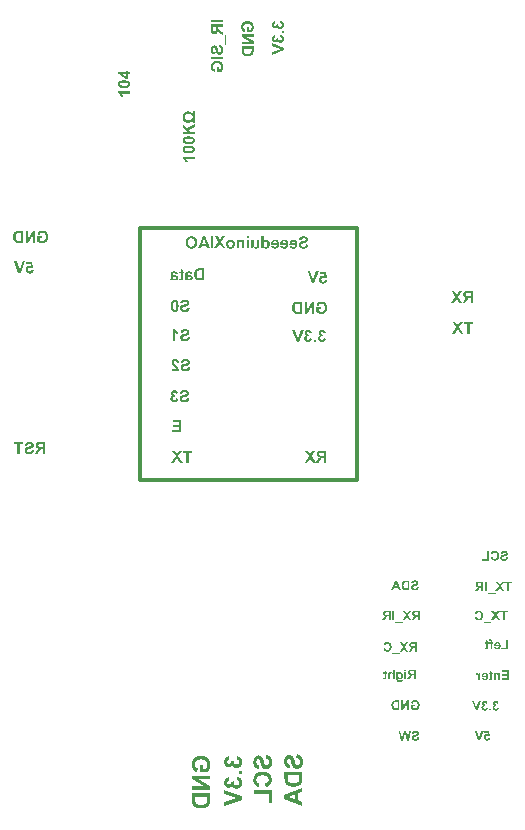
<source format=gbr>
%TF.GenerationSoftware,KiCad,Pcbnew,7.0.9*%
%TF.CreationDate,2025-05-06T13:14:26+09:00*%
%TF.ProjectId,IR_board_syuuseibann,49525f62-6f61-4726-945f-737975757365,rev?*%
%TF.SameCoordinates,Original*%
%TF.FileFunction,Legend,Bot*%
%TF.FilePolarity,Positive*%
%FSLAX46Y46*%
G04 Gerber Fmt 4.6, Leading zero omitted, Abs format (unit mm)*
G04 Created by KiCad (PCBNEW 7.0.9) date 2025-05-06 13:14:26*
%MOMM*%
%LPD*%
G01*
G04 APERTURE LIST*
%ADD10C,0.300000*%
%ADD11C,0.200000*%
%ADD12C,0.100000*%
%ADD13C,0.175000*%
G04 APERTURE END LIST*
D10*
X126700000Y-74160000D02*
X145010000Y-74160000D01*
X145010000Y-95570000D01*
X126700000Y-95570000D01*
X126700000Y-74160000D01*
D11*
G36*
X156324640Y-117349480D02*
G01*
X156170864Y-117331895D01*
X156169392Y-117342493D01*
X156167466Y-117352672D01*
X156165087Y-117362432D01*
X156162255Y-117371774D01*
X156158969Y-117380696D01*
X156155230Y-117389199D01*
X156151037Y-117397283D01*
X156146391Y-117404948D01*
X156141292Y-117412194D01*
X156135739Y-117419021D01*
X156131785Y-117423339D01*
X156125618Y-117429345D01*
X156119279Y-117434761D01*
X156112768Y-117439585D01*
X156106085Y-117443819D01*
X156096908Y-117448545D01*
X156087425Y-117452221D01*
X156077637Y-117454847D01*
X156067543Y-117456422D01*
X156057145Y-117456947D01*
X156048191Y-117456638D01*
X156039502Y-117455711D01*
X156031077Y-117454165D01*
X156022917Y-117452001D01*
X156015021Y-117449219D01*
X156007390Y-117445819D01*
X156000023Y-117441800D01*
X155992921Y-117437163D01*
X155986083Y-117431908D01*
X155979510Y-117426035D01*
X155975275Y-117421776D01*
X155969269Y-117414831D01*
X155963853Y-117407257D01*
X155959029Y-117399054D01*
X155954795Y-117390223D01*
X155951152Y-117380763D01*
X155948100Y-117370675D01*
X155945638Y-117359959D01*
X155943767Y-117348613D01*
X155942848Y-117340701D01*
X155942192Y-117332508D01*
X155941798Y-117324037D01*
X155941667Y-117315286D01*
X155941797Y-117307064D01*
X155942186Y-117299105D01*
X155943256Y-117287659D01*
X155944911Y-117276803D01*
X155947149Y-117266538D01*
X155949971Y-117256863D01*
X155953377Y-117247780D01*
X155957367Y-117239287D01*
X155961941Y-117231385D01*
X155967099Y-117224074D01*
X155972840Y-117217353D01*
X155974884Y-117215244D01*
X155981289Y-117209273D01*
X155988048Y-117203889D01*
X155995160Y-117199093D01*
X156002627Y-117194884D01*
X156010447Y-117191262D01*
X156018621Y-117188227D01*
X156027149Y-117185780D01*
X156036030Y-117183920D01*
X156045265Y-117182648D01*
X156054854Y-117181963D01*
X156061443Y-117181832D01*
X156069694Y-117182076D01*
X156077838Y-117182809D01*
X156085875Y-117184030D01*
X156093806Y-117185740D01*
X156101629Y-117187938D01*
X156109346Y-117190625D01*
X156116955Y-117193800D01*
X156124458Y-117197464D01*
X156131854Y-117201616D01*
X156139143Y-117206256D01*
X156146325Y-117211385D01*
X156153401Y-117217003D01*
X156160369Y-117223109D01*
X156167231Y-117229704D01*
X156173986Y-117236787D01*
X156180634Y-117244358D01*
X156305882Y-117225014D01*
X156226747Y-116781665D01*
X155818568Y-116781665D01*
X155818568Y-116931727D01*
X156109706Y-116931727D01*
X156133935Y-117072802D01*
X156124242Y-117067704D01*
X156114508Y-117063107D01*
X156104733Y-117059012D01*
X156094917Y-117055418D01*
X156085059Y-117052326D01*
X156075161Y-117049735D01*
X156065221Y-117047645D01*
X156055240Y-117046057D01*
X156045217Y-117044971D01*
X156035154Y-117044386D01*
X156028422Y-117044274D01*
X156015698Y-117044565D01*
X156003219Y-117045438D01*
X155990986Y-117046892D01*
X155978999Y-117048927D01*
X155967258Y-117051544D01*
X155955763Y-117054743D01*
X155944513Y-117058524D01*
X155933509Y-117062886D01*
X155922751Y-117067829D01*
X155912239Y-117073355D01*
X155901972Y-117079461D01*
X155891951Y-117086150D01*
X155882176Y-117093420D01*
X155872647Y-117101272D01*
X155863363Y-117109705D01*
X155854326Y-117118720D01*
X155845666Y-117128175D01*
X155837564Y-117137978D01*
X155830022Y-117148130D01*
X155823038Y-117158629D01*
X155816613Y-117169476D01*
X155810747Y-117180672D01*
X155805439Y-117192215D01*
X155800690Y-117204107D01*
X155796500Y-117216347D01*
X155792868Y-117228934D01*
X155789795Y-117241870D01*
X155787281Y-117255154D01*
X155785325Y-117268786D01*
X155783929Y-117282765D01*
X155783091Y-117297093D01*
X155782811Y-117311769D01*
X155783036Y-117324045D01*
X155783712Y-117336157D01*
X155784838Y-117348103D01*
X155786414Y-117359885D01*
X155788440Y-117371502D01*
X155790917Y-117382954D01*
X155793844Y-117394241D01*
X155797222Y-117405363D01*
X155801049Y-117416320D01*
X155805327Y-117427113D01*
X155810056Y-117437741D01*
X155815234Y-117448203D01*
X155820864Y-117458501D01*
X155826943Y-117468634D01*
X155833473Y-117478602D01*
X155840453Y-117488406D01*
X155845422Y-117494933D01*
X155850510Y-117501254D01*
X155855718Y-117507367D01*
X155861045Y-117513273D01*
X155866492Y-117518971D01*
X155872058Y-117524463D01*
X155883549Y-117534824D01*
X155895518Y-117544356D01*
X155907964Y-117553060D01*
X155920889Y-117560934D01*
X155934291Y-117567980D01*
X155948171Y-117574197D01*
X155962528Y-117579585D01*
X155977364Y-117584143D01*
X155984961Y-117586112D01*
X155992677Y-117587874D01*
X156000513Y-117589428D01*
X156008468Y-117590775D01*
X156016543Y-117591914D01*
X156024737Y-117592847D01*
X156033050Y-117593572D01*
X156041483Y-117594090D01*
X156050036Y-117594401D01*
X156058708Y-117594505D01*
X156072493Y-117594245D01*
X156085956Y-117593467D01*
X156099097Y-117592169D01*
X156111916Y-117590353D01*
X156124413Y-117588017D01*
X156136588Y-117585162D01*
X156148440Y-117581789D01*
X156159971Y-117577896D01*
X156171179Y-117573485D01*
X156182066Y-117568554D01*
X156192630Y-117563104D01*
X156202872Y-117557136D01*
X156212792Y-117550648D01*
X156222390Y-117543641D01*
X156231666Y-117536115D01*
X156240620Y-117528071D01*
X156249191Y-117519588D01*
X156257320Y-117510748D01*
X156265006Y-117501550D01*
X156272249Y-117491996D01*
X156279050Y-117482084D01*
X156285408Y-117471815D01*
X156291323Y-117461189D01*
X156296796Y-117450206D01*
X156301826Y-117438866D01*
X156306413Y-117427168D01*
X156310557Y-117415113D01*
X156314259Y-117402701D01*
X156317518Y-117389932D01*
X156320335Y-117376805D01*
X156322709Y-117363321D01*
X156324640Y-117349480D01*
G37*
G36*
X155464319Y-117582000D02*
G01*
X155752330Y-116769159D01*
X155575889Y-116769159D01*
X155372092Y-117369411D01*
X155174744Y-116769159D01*
X155002211Y-116769159D01*
X155290613Y-117582000D01*
X155464319Y-117582000D01*
G37*
G36*
X150017438Y-112392000D02*
G01*
X149854870Y-112392000D01*
X149854870Y-112054358D01*
X149821848Y-112054358D01*
X149811600Y-112054437D01*
X149801884Y-112054674D01*
X149792700Y-112055069D01*
X149784049Y-112055622D01*
X149775930Y-112056333D01*
X149765933Y-112057527D01*
X149756882Y-112059001D01*
X149748778Y-112060757D01*
X149739978Y-112063346D01*
X149733573Y-112065831D01*
X149725687Y-112069608D01*
X149717934Y-112074128D01*
X149710315Y-112079393D01*
X149702829Y-112085401D01*
X149696937Y-112090744D01*
X149691130Y-112096563D01*
X149686458Y-112101672D01*
X149681089Y-112107987D01*
X149675023Y-112115507D01*
X149668259Y-112124233D01*
X149663363Y-112130720D01*
X149658157Y-112137743D01*
X149652641Y-112145301D01*
X149646815Y-112153396D01*
X149640679Y-112162026D01*
X149634233Y-112171192D01*
X149627478Y-112180894D01*
X149620412Y-112191131D01*
X149613037Y-112201905D01*
X149605352Y-112213214D01*
X149487724Y-112392000D01*
X149293112Y-112392000D01*
X149391590Y-112233730D01*
X149398776Y-112222110D01*
X149405775Y-112210942D01*
X149412587Y-112200226D01*
X149419214Y-112189962D01*
X149425654Y-112180149D01*
X149431909Y-112170789D01*
X149437977Y-112161880D01*
X149443858Y-112153423D01*
X149449554Y-112145418D01*
X149455063Y-112137865D01*
X149460386Y-112130763D01*
X149465523Y-112124114D01*
X149470473Y-112117916D01*
X149477550Y-112109467D01*
X149484207Y-112102034D01*
X149488554Y-112097417D01*
X149495346Y-112090581D01*
X149502464Y-112083851D01*
X149509909Y-112077227D01*
X149517680Y-112070709D01*
X149525777Y-112064299D01*
X149534201Y-112057994D01*
X149542950Y-112051797D01*
X149552027Y-112045705D01*
X149561429Y-112039720D01*
X149571158Y-112033842D01*
X149558102Y-112031716D01*
X149545460Y-112029247D01*
X149533232Y-112026434D01*
X149521418Y-112023278D01*
X149510017Y-112019779D01*
X149499030Y-112015936D01*
X149488456Y-112011749D01*
X149478296Y-112007219D01*
X149468550Y-112002346D01*
X149459218Y-111997129D01*
X149450299Y-111991569D01*
X149441794Y-111985665D01*
X149433703Y-111979418D01*
X149426025Y-111972827D01*
X149418761Y-111965893D01*
X149411911Y-111958615D01*
X149405452Y-111951040D01*
X149399409Y-111943215D01*
X149393783Y-111935140D01*
X149388574Y-111926815D01*
X149383781Y-111918239D01*
X149379406Y-111909412D01*
X149375447Y-111900336D01*
X149371904Y-111891009D01*
X149368779Y-111881431D01*
X149366070Y-111871603D01*
X149363778Y-111861525D01*
X149361903Y-111851197D01*
X149360444Y-111840618D01*
X149359402Y-111829789D01*
X149358777Y-111818710D01*
X149358702Y-111814609D01*
X149526217Y-111814609D01*
X149526476Y-111823314D01*
X149527255Y-111831645D01*
X149528552Y-111839605D01*
X149530904Y-111849030D01*
X149534067Y-111857873D01*
X149538041Y-111866135D01*
X149542825Y-111873814D01*
X149544927Y-111876715D01*
X149550614Y-111883494D01*
X149556921Y-111889595D01*
X149563849Y-111895019D01*
X149571396Y-111899765D01*
X149579564Y-111903835D01*
X149588352Y-111907226D01*
X149594584Y-111908937D01*
X149602361Y-111910480D01*
X149611684Y-111911855D01*
X149622552Y-111913061D01*
X149630657Y-111913771D01*
X149639448Y-111914407D01*
X149648926Y-111914968D01*
X149659091Y-111915454D01*
X149669943Y-111915866D01*
X149681482Y-111916202D01*
X149693708Y-111916464D01*
X149706621Y-111916651D01*
X149720221Y-111916763D01*
X149734507Y-111916801D01*
X149854870Y-111916801D01*
X149854870Y-111716717D01*
X149727864Y-111716717D01*
X149715814Y-111716728D01*
X149704383Y-111716760D01*
X149693570Y-111716813D01*
X149683375Y-111716888D01*
X149673798Y-111716984D01*
X149664840Y-111717102D01*
X149656500Y-111717240D01*
X149645149Y-111717489D01*
X149635189Y-111717785D01*
X149626620Y-111718130D01*
X149617359Y-111718664D01*
X149609259Y-111719452D01*
X149599624Y-111721345D01*
X149590550Y-111723800D01*
X149582039Y-111726816D01*
X149574088Y-111730394D01*
X149566700Y-111734534D01*
X149559874Y-111739236D01*
X149553609Y-111744500D01*
X149547906Y-111750325D01*
X149542822Y-111756672D01*
X149538417Y-111763502D01*
X149534689Y-111770814D01*
X149531639Y-111778608D01*
X149529267Y-111786885D01*
X149527572Y-111795644D01*
X149526556Y-111804885D01*
X149526217Y-111814609D01*
X149358702Y-111814609D01*
X149358569Y-111807380D01*
X149358706Y-111798406D01*
X149359118Y-111789559D01*
X149359805Y-111780839D01*
X149360767Y-111772245D01*
X149362003Y-111763779D01*
X149363515Y-111755439D01*
X149365301Y-111747225D01*
X149367361Y-111739138D01*
X149369697Y-111731178D01*
X149372307Y-111723345D01*
X149375192Y-111715638D01*
X149378352Y-111708058D01*
X149381787Y-111700605D01*
X149385496Y-111693279D01*
X149389481Y-111686079D01*
X149393740Y-111679006D01*
X149398228Y-111672130D01*
X149402899Y-111665521D01*
X149407753Y-111659179D01*
X149412791Y-111653104D01*
X149420690Y-111644493D01*
X149429002Y-111636482D01*
X149437726Y-111629073D01*
X149446862Y-111622265D01*
X149456411Y-111616058D01*
X149466371Y-111610452D01*
X149476744Y-111605447D01*
X149487529Y-111601043D01*
X149495108Y-111598393D01*
X149503240Y-111595914D01*
X149511924Y-111593606D01*
X149521161Y-111591469D01*
X149530951Y-111589503D01*
X149541293Y-111587708D01*
X149552188Y-111586084D01*
X149563635Y-111584630D01*
X149575635Y-111583348D01*
X149588187Y-111582237D01*
X149601293Y-111581296D01*
X149614950Y-111580527D01*
X149629161Y-111579929D01*
X149643924Y-111579501D01*
X149659239Y-111579245D01*
X149667104Y-111579181D01*
X149675107Y-111579159D01*
X150017438Y-111579159D01*
X150017438Y-112392000D01*
G37*
G36*
X149211046Y-111716717D02*
G01*
X149211046Y-111579159D01*
X149056489Y-111579159D01*
X149056489Y-111716717D01*
X149211046Y-111716717D01*
G37*
G36*
X149211046Y-112392000D02*
G01*
X149211046Y-111804254D01*
X149056489Y-111804254D01*
X149056489Y-112392000D01*
X149211046Y-112392000D01*
G37*
G36*
X148701349Y-111792053D02*
G01*
X148714064Y-111792966D01*
X148726512Y-111794489D01*
X148738692Y-111796621D01*
X148750606Y-111799362D01*
X148762253Y-111802712D01*
X148773632Y-111806671D01*
X148784744Y-111811239D01*
X148795590Y-111816416D01*
X148806168Y-111822202D01*
X148816478Y-111828598D01*
X148826522Y-111835602D01*
X148836299Y-111843216D01*
X148845808Y-111851438D01*
X148855051Y-111860270D01*
X148864026Y-111869711D01*
X148872567Y-111879728D01*
X148880558Y-111890288D01*
X148887997Y-111901392D01*
X148894886Y-111913039D01*
X148901223Y-111925230D01*
X148907009Y-111937964D01*
X148912245Y-111951242D01*
X148916929Y-111965063D01*
X148921062Y-111979428D01*
X148924644Y-111994336D01*
X148926228Y-112001993D01*
X148927675Y-112009787D01*
X148928983Y-112017716D01*
X148930154Y-112025782D01*
X148931188Y-112033983D01*
X148932083Y-112042320D01*
X148932841Y-112050793D01*
X148933461Y-112059402D01*
X148933943Y-112068146D01*
X148934287Y-112077027D01*
X148934494Y-112086043D01*
X148934563Y-112095196D01*
X148934352Y-112109749D01*
X148933720Y-112124001D01*
X148932667Y-112137953D01*
X148931192Y-112151603D01*
X148929297Y-112164954D01*
X148926979Y-112178003D01*
X148924241Y-112190752D01*
X148921081Y-112203200D01*
X148917500Y-112215347D01*
X148913497Y-112227194D01*
X148909073Y-112238739D01*
X148904228Y-112249984D01*
X148898962Y-112260929D01*
X148893274Y-112271573D01*
X148887165Y-112281915D01*
X148880634Y-112291958D01*
X148871870Y-112304072D01*
X148862722Y-112315405D01*
X148853191Y-112325956D01*
X148843277Y-112335726D01*
X148832980Y-112344714D01*
X148822300Y-112352921D01*
X148811236Y-112360346D01*
X148799790Y-112366989D01*
X148787960Y-112372851D01*
X148775747Y-112377931D01*
X148763151Y-112382230D01*
X148750172Y-112385747D01*
X148736810Y-112388482D01*
X148723064Y-112390436D01*
X148708935Y-112391609D01*
X148694423Y-112392000D01*
X148681376Y-112391663D01*
X148668610Y-112390653D01*
X148656127Y-112388970D01*
X148643926Y-112386614D01*
X148632008Y-112383585D01*
X148620372Y-112379882D01*
X148609019Y-112375506D01*
X148597948Y-112370457D01*
X148587159Y-112364735D01*
X148576653Y-112358340D01*
X148566429Y-112351271D01*
X148556487Y-112343530D01*
X148546828Y-112335115D01*
X148537452Y-112326026D01*
X148528357Y-112316265D01*
X148519546Y-112305831D01*
X148519546Y-112390241D01*
X148519609Y-112399556D01*
X148519800Y-112408305D01*
X148520117Y-112416487D01*
X148520739Y-112426515D01*
X148521586Y-112435535D01*
X148522659Y-112443548D01*
X148524318Y-112452147D01*
X148526775Y-112460387D01*
X148529520Y-112466848D01*
X148533389Y-112474270D01*
X148537744Y-112480968D01*
X148543613Y-112488048D01*
X148550182Y-112494084D01*
X148557452Y-112499076D01*
X148563395Y-112502288D01*
X148572142Y-112506080D01*
X148581829Y-112509310D01*
X148589712Y-112511364D01*
X148598123Y-112513102D01*
X148607064Y-112514524D01*
X148616533Y-112515630D01*
X148626532Y-112516420D01*
X148637059Y-112516894D01*
X148648115Y-112517052D01*
X148656759Y-112516928D01*
X148664961Y-112516557D01*
X148675207Y-112515678D01*
X148684665Y-112514359D01*
X148693336Y-112512601D01*
X148701219Y-112510402D01*
X148709965Y-112507036D01*
X148717480Y-112502983D01*
X148718458Y-112502357D01*
X148724685Y-112497073D01*
X148729828Y-112490218D01*
X148733372Y-112483092D01*
X148736120Y-112474812D01*
X148737801Y-112467031D01*
X148914242Y-112442020D01*
X148914289Y-112443303D01*
X148914535Y-112451595D01*
X148914633Y-112459606D01*
X148914391Y-112468738D01*
X148913665Y-112477668D01*
X148912455Y-112486396D01*
X148910762Y-112494923D01*
X148908584Y-112503249D01*
X148905923Y-112511373D01*
X148902777Y-112519296D01*
X148899148Y-112527017D01*
X148895035Y-112534537D01*
X148890438Y-112541855D01*
X148885356Y-112548971D01*
X148879792Y-112555886D01*
X148873743Y-112562600D01*
X148867210Y-112569112D01*
X148860193Y-112575423D01*
X148852693Y-112581532D01*
X148848725Y-112584489D01*
X148840285Y-112590122D01*
X148831172Y-112595379D01*
X148821385Y-112600261D01*
X148810926Y-112604767D01*
X148799793Y-112608898D01*
X148787987Y-112612653D01*
X148775507Y-112616033D01*
X148762355Y-112619037D01*
X148748529Y-112621666D01*
X148734030Y-112623919D01*
X148718858Y-112625797D01*
X148711020Y-112626595D01*
X148703013Y-112627299D01*
X148694838Y-112627909D01*
X148686495Y-112628425D01*
X148677983Y-112628848D01*
X148669303Y-112629176D01*
X148660455Y-112629411D01*
X148651438Y-112629552D01*
X148642253Y-112629599D01*
X148632517Y-112629534D01*
X148622995Y-112629339D01*
X148613686Y-112629015D01*
X148604591Y-112628561D01*
X148595710Y-112627977D01*
X148587042Y-112627263D01*
X148578588Y-112626420D01*
X148570348Y-112625447D01*
X148562322Y-112624344D01*
X148554509Y-112623111D01*
X148543191Y-112621019D01*
X148532353Y-112618635D01*
X148521996Y-112615959D01*
X148512121Y-112612990D01*
X148505778Y-112610865D01*
X148496567Y-112607490D01*
X148487721Y-112603892D01*
X148479238Y-112600071D01*
X148471120Y-112596027D01*
X148463366Y-112591759D01*
X148455975Y-112587269D01*
X148448949Y-112582555D01*
X148442287Y-112577617D01*
X148435989Y-112572457D01*
X148430055Y-112567073D01*
X148426250Y-112563323D01*
X148420746Y-112557375D01*
X148415486Y-112551038D01*
X148410470Y-112544314D01*
X148405697Y-112537201D01*
X148401169Y-112529700D01*
X148396884Y-112521812D01*
X148392843Y-112513535D01*
X148389046Y-112504869D01*
X148385493Y-112495816D01*
X148382183Y-112486375D01*
X148379145Y-112476278D01*
X148376406Y-112465256D01*
X148374746Y-112457396D01*
X148373219Y-112449124D01*
X148371824Y-112440442D01*
X148370563Y-112431349D01*
X148369434Y-112421846D01*
X148368438Y-112411932D01*
X148367575Y-112401607D01*
X148366844Y-112390872D01*
X148366247Y-112379726D01*
X148365782Y-112368170D01*
X148365450Y-112356203D01*
X148365251Y-112343825D01*
X148365184Y-112331036D01*
X148365184Y-112093632D01*
X148516810Y-112093632D01*
X148516848Y-112099340D01*
X148517154Y-112110491D01*
X148517764Y-112121290D01*
X148518680Y-112131736D01*
X148519901Y-112141829D01*
X148521428Y-112151570D01*
X148523260Y-112160958D01*
X148525397Y-112169994D01*
X148527839Y-112178676D01*
X148530587Y-112187007D01*
X148533640Y-112194984D01*
X148536998Y-112202609D01*
X148540662Y-112209882D01*
X148544631Y-112216801D01*
X148548905Y-112223368D01*
X148555889Y-112232558D01*
X148560842Y-112238236D01*
X148568526Y-112246067D01*
X148576515Y-112253074D01*
X148584811Y-112259257D01*
X148593411Y-112264615D01*
X148602318Y-112269148D01*
X148611530Y-112272858D01*
X148621049Y-112275743D01*
X148630872Y-112277804D01*
X148641002Y-112279040D01*
X148651437Y-112279452D01*
X148657966Y-112279274D01*
X148667518Y-112278336D01*
X148676777Y-112276595D01*
X148685744Y-112274050D01*
X148694420Y-112270701D01*
X148702803Y-112266548D01*
X148710895Y-112261592D01*
X148718694Y-112255832D01*
X148726202Y-112249269D01*
X148733417Y-112241901D01*
X148740341Y-112233730D01*
X148746766Y-112224694D01*
X148752559Y-112214730D01*
X148756070Y-112207572D01*
X148759300Y-112200002D01*
X148762250Y-112192020D01*
X148764918Y-112183625D01*
X148767306Y-112174819D01*
X148769412Y-112165600D01*
X148771238Y-112155969D01*
X148772783Y-112145926D01*
X148774047Y-112135471D01*
X148775030Y-112124604D01*
X148775732Y-112113325D01*
X148776153Y-112101633D01*
X148776294Y-112089529D01*
X148776153Y-112077993D01*
X148775732Y-112066833D01*
X148775030Y-112056048D01*
X148774047Y-112045639D01*
X148772783Y-112035605D01*
X148771238Y-112025947D01*
X148769412Y-112016664D01*
X148767306Y-112007757D01*
X148764918Y-111999225D01*
X148762250Y-111991069D01*
X148759300Y-111983288D01*
X148756070Y-111975883D01*
X148752559Y-111968853D01*
X148746766Y-111959013D01*
X148740341Y-111950018D01*
X148735747Y-111944481D01*
X148728573Y-111936846D01*
X148721058Y-111930014D01*
X148713204Y-111923986D01*
X148705009Y-111918762D01*
X148696475Y-111914342D01*
X148687600Y-111910725D01*
X148678385Y-111907912D01*
X148668831Y-111905903D01*
X148658936Y-111904697D01*
X148648701Y-111904295D01*
X148641646Y-111904478D01*
X148631353Y-111905436D01*
X148621407Y-111907214D01*
X148611808Y-111909814D01*
X148602555Y-111913234D01*
X148593650Y-111917475D01*
X148585091Y-111922537D01*
X148576879Y-111928420D01*
X148569015Y-111935124D01*
X148561497Y-111942649D01*
X148554326Y-111950995D01*
X148552018Y-111953950D01*
X148545533Y-111963396D01*
X148541576Y-111970178D01*
X148537913Y-111977348D01*
X148534542Y-111984906D01*
X148531465Y-111992852D01*
X148528680Y-112001185D01*
X148526189Y-112009906D01*
X148523991Y-112019015D01*
X148522086Y-112028511D01*
X148520474Y-112038395D01*
X148519155Y-112048667D01*
X148518129Y-112059327D01*
X148517396Y-112070374D01*
X148516957Y-112081810D01*
X148516810Y-112093632D01*
X148365184Y-112093632D01*
X148365184Y-111804254D01*
X148509776Y-111804254D01*
X148509776Y-111882216D01*
X148518717Y-111871261D01*
X148527954Y-111861012D01*
X148537487Y-111851471D01*
X148547316Y-111842636D01*
X148557441Y-111834508D01*
X148567863Y-111827087D01*
X148578581Y-111820373D01*
X148589594Y-111814365D01*
X148600904Y-111809064D01*
X148612511Y-111804470D01*
X148624413Y-111800583D01*
X148636611Y-111797403D01*
X148649106Y-111794929D01*
X148661896Y-111793162D01*
X148674983Y-111792102D01*
X148688366Y-111791748D01*
X148701349Y-111792053D01*
G37*
G36*
X148062128Y-111579159D02*
G01*
X148062128Y-111874986D01*
X148052683Y-111864907D01*
X148043009Y-111855477D01*
X148033107Y-111846698D01*
X148022975Y-111838570D01*
X148012615Y-111831091D01*
X148002026Y-111824263D01*
X147991207Y-111818085D01*
X147980160Y-111812558D01*
X147968883Y-111807681D01*
X147957378Y-111803454D01*
X147945644Y-111799877D01*
X147933680Y-111796951D01*
X147921488Y-111794675D01*
X147909067Y-111793049D01*
X147896416Y-111792073D01*
X147883537Y-111791748D01*
X147873628Y-111791923D01*
X147863905Y-111792449D01*
X147854367Y-111793325D01*
X147845014Y-111794551D01*
X147835847Y-111796127D01*
X147826865Y-111798054D01*
X147818069Y-111800332D01*
X147809458Y-111802959D01*
X147801033Y-111805937D01*
X147792793Y-111809265D01*
X147787403Y-111811678D01*
X147779565Y-111815512D01*
X147772098Y-111819537D01*
X147765002Y-111823755D01*
X147758277Y-111828165D01*
X147751923Y-111832767D01*
X147744028Y-111839203D01*
X147736792Y-111845981D01*
X147730216Y-111853101D01*
X147724299Y-111860562D01*
X147722923Y-111862481D01*
X147717715Y-111870306D01*
X147712934Y-111878345D01*
X147708580Y-111886597D01*
X147704654Y-111895063D01*
X147701155Y-111903743D01*
X147698084Y-111912636D01*
X147695440Y-111921743D01*
X147693223Y-111931064D01*
X147691346Y-111941094D01*
X147690102Y-111949469D01*
X147688999Y-111958576D01*
X147688036Y-111968415D01*
X147687215Y-111978985D01*
X147686534Y-111990287D01*
X147686159Y-111998228D01*
X147685846Y-112006494D01*
X147685595Y-112015085D01*
X147685408Y-112024001D01*
X147685282Y-112033243D01*
X147685220Y-112042810D01*
X147685212Y-112047715D01*
X147685212Y-112392000D01*
X147839573Y-112392000D01*
X147839573Y-112077806D01*
X147839608Y-112066397D01*
X147839711Y-112055521D01*
X147839883Y-112045178D01*
X147840123Y-112035368D01*
X147840432Y-112026091D01*
X147840810Y-112017346D01*
X147841256Y-112009134D01*
X147842055Y-111997815D01*
X147843008Y-111987695D01*
X147844116Y-111978774D01*
X147845378Y-111971051D01*
X147847301Y-111962618D01*
X147848366Y-111959201D01*
X147851443Y-111951577D01*
X147855178Y-111944459D01*
X147859572Y-111937846D01*
X147864624Y-111931739D01*
X147870334Y-111926138D01*
X147876702Y-111921042D01*
X147879434Y-111919145D01*
X147886667Y-111914867D01*
X147894443Y-111911314D01*
X147902764Y-111908486D01*
X147911628Y-111906384D01*
X147921036Y-111905006D01*
X147928954Y-111904426D01*
X147935121Y-111904295D01*
X147944616Y-111904595D01*
X147953855Y-111905492D01*
X147962837Y-111906988D01*
X147971562Y-111909083D01*
X147980031Y-111911775D01*
X147988244Y-111915066D01*
X147996200Y-111918956D01*
X148003900Y-111923444D01*
X148011218Y-111928485D01*
X148018030Y-111934130D01*
X148024334Y-111940379D01*
X148030132Y-111947233D01*
X148035423Y-111954692D01*
X148040207Y-111962755D01*
X148044484Y-111971422D01*
X148048255Y-111980695D01*
X148050734Y-111988198D01*
X148052969Y-111996347D01*
X148054961Y-112005142D01*
X148056708Y-112014583D01*
X148058212Y-112024670D01*
X148059472Y-112035402D01*
X148060488Y-112046780D01*
X148061030Y-112054724D01*
X148061464Y-112062955D01*
X148061789Y-112071473D01*
X148062006Y-112080278D01*
X148062114Y-112089370D01*
X148062128Y-112094023D01*
X148062128Y-112392000D01*
X148216489Y-112392000D01*
X148216489Y-111579159D01*
X148062128Y-111579159D01*
G37*
G36*
X147264528Y-111804254D02*
G01*
X147264528Y-111916801D01*
X147370041Y-111916801D01*
X147370041Y-112171986D01*
X147370030Y-112181429D01*
X147369995Y-112190368D01*
X147369938Y-112198801D01*
X147369858Y-112206729D01*
X147369695Y-112217674D01*
X147369480Y-112227481D01*
X147369214Y-112236152D01*
X147368779Y-112245945D01*
X147368106Y-112255343D01*
X147367110Y-112262453D01*
X147364412Y-112270074D01*
X147360226Y-112276818D01*
X147354551Y-112282683D01*
X147353237Y-112283751D01*
X147346082Y-112288079D01*
X147338048Y-112290804D01*
X147330068Y-112291886D01*
X147327250Y-112291958D01*
X147318516Y-112291436D01*
X147310210Y-112290203D01*
X147300969Y-112288245D01*
X147292903Y-112286157D01*
X147284239Y-112283605D01*
X147274976Y-112280588D01*
X147265114Y-112277108D01*
X147251828Y-112384184D01*
X147262063Y-112387815D01*
X147272545Y-112391090D01*
X147283275Y-112394007D01*
X147294252Y-112396567D01*
X147305477Y-112398770D01*
X147316949Y-112400615D01*
X147324734Y-112401647D01*
X147332629Y-112402520D01*
X147340634Y-112403235D01*
X147348749Y-112403790D01*
X147356974Y-112404187D01*
X147365309Y-112404425D01*
X147373754Y-112404505D01*
X147384079Y-112404279D01*
X147394148Y-112403601D01*
X147403960Y-112402471D01*
X147413516Y-112400890D01*
X147422816Y-112398857D01*
X147431859Y-112396371D01*
X147440646Y-112393434D01*
X147449176Y-112390046D01*
X147457254Y-112386299D01*
X147464783Y-112382291D01*
X147471762Y-112378020D01*
X147478192Y-112373486D01*
X147485456Y-112367449D01*
X147491862Y-112361003D01*
X147497409Y-112354146D01*
X147498415Y-112352725D01*
X147503066Y-112345185D01*
X147507250Y-112336853D01*
X147510260Y-112329618D01*
X147512971Y-112321875D01*
X147515383Y-112313626D01*
X147517496Y-112304870D01*
X147519309Y-112295607D01*
X147520104Y-112290785D01*
X147521249Y-112282966D01*
X147522241Y-112273383D01*
X147522885Y-112265037D01*
X147523443Y-112255699D01*
X147523915Y-112245368D01*
X147524302Y-112234045D01*
X147524512Y-112225944D01*
X147524683Y-112217403D01*
X147524817Y-112208420D01*
X147524912Y-112198996D01*
X147524970Y-112189131D01*
X147524989Y-112178824D01*
X147524989Y-111916801D01*
X147595917Y-111916801D01*
X147595917Y-111804254D01*
X147524989Y-111804254D01*
X147524989Y-111691706D01*
X147370041Y-111604170D01*
X147370041Y-111804254D01*
X147264528Y-111804254D01*
G37*
D12*
G36*
X131300000Y-68156301D02*
G01*
X131300000Y-68349253D01*
X130564829Y-68349253D01*
X130577863Y-68362620D01*
X130590466Y-68376284D01*
X130602638Y-68390243D01*
X130614379Y-68404497D01*
X130625689Y-68419048D01*
X130636567Y-68433894D01*
X130647014Y-68449037D01*
X130657030Y-68464474D01*
X130666615Y-68480208D01*
X130675768Y-68496237D01*
X130684490Y-68512563D01*
X130692781Y-68529183D01*
X130700641Y-68546100D01*
X130708069Y-68563313D01*
X130715067Y-68580821D01*
X130721632Y-68598625D01*
X130534054Y-68598625D01*
X130530862Y-68589139D01*
X130527330Y-68579551D01*
X130523458Y-68569859D01*
X130519247Y-68560065D01*
X130514696Y-68550167D01*
X130509805Y-68540167D01*
X130504575Y-68530063D01*
X130499005Y-68519856D01*
X130493096Y-68509547D01*
X130486846Y-68499134D01*
X130480258Y-68488618D01*
X130473329Y-68477999D01*
X130466061Y-68467277D01*
X130458453Y-68456453D01*
X130450506Y-68445525D01*
X130442219Y-68434494D01*
X130433643Y-68423629D01*
X130424893Y-68413199D01*
X130415966Y-68403204D01*
X130406864Y-68393644D01*
X130397587Y-68384519D01*
X130388134Y-68375829D01*
X130378506Y-68367575D01*
X130368702Y-68359755D01*
X130358722Y-68352371D01*
X130348567Y-68345421D01*
X130338236Y-68338907D01*
X130327730Y-68332827D01*
X130317048Y-68327183D01*
X130306191Y-68321974D01*
X130295158Y-68317200D01*
X130283949Y-68312861D01*
X130283949Y-68156301D01*
X131300000Y-68156301D01*
G37*
G36*
X130817798Y-67218505D02*
G01*
X130835247Y-67218795D01*
X130852382Y-67219278D01*
X130869201Y-67219954D01*
X130885705Y-67220823D01*
X130901895Y-67221886D01*
X130917770Y-67223142D01*
X130933330Y-67224591D01*
X130948575Y-67226233D01*
X130963505Y-67228068D01*
X130978121Y-67230097D01*
X130992421Y-67232319D01*
X131006407Y-67234734D01*
X131020078Y-67237342D01*
X131033434Y-67240143D01*
X131046475Y-67243138D01*
X131059202Y-67246326D01*
X131071613Y-67249707D01*
X131083710Y-67253281D01*
X131095492Y-67257048D01*
X131106959Y-67261009D01*
X131118111Y-67265163D01*
X131128948Y-67269510D01*
X131139471Y-67274050D01*
X131149679Y-67278783D01*
X131159571Y-67283710D01*
X131169149Y-67288830D01*
X131178412Y-67294143D01*
X131187361Y-67299649D01*
X131195994Y-67305348D01*
X131204313Y-67311241D01*
X131212316Y-67317327D01*
X131224827Y-67327805D01*
X131236531Y-67338786D01*
X131247427Y-67350268D01*
X131257517Y-67362252D01*
X131266799Y-67374738D01*
X131275274Y-67387726D01*
X131282942Y-67401216D01*
X131289802Y-67415207D01*
X131295856Y-67429700D01*
X131301102Y-67444696D01*
X131305542Y-67460193D01*
X131309174Y-67476191D01*
X131311999Y-67492692D01*
X131314017Y-67509695D01*
X131315227Y-67527199D01*
X131315631Y-67545205D01*
X131315188Y-67563362D01*
X131313860Y-67581075D01*
X131311647Y-67598342D01*
X131308548Y-67615166D01*
X131304564Y-67631544D01*
X131299694Y-67647478D01*
X131293939Y-67662968D01*
X131287299Y-67678012D01*
X131279773Y-67692613D01*
X131271362Y-67706768D01*
X131262066Y-67720479D01*
X131251884Y-67733746D01*
X131240816Y-67746567D01*
X131228864Y-67758945D01*
X131216026Y-67770877D01*
X131202302Y-67782365D01*
X131187443Y-67793249D01*
X131171196Y-67803431D01*
X131162552Y-67808259D01*
X131153562Y-67812911D01*
X131144224Y-67817387D01*
X131134540Y-67821688D01*
X131124509Y-67825814D01*
X131114132Y-67829764D01*
X131103407Y-67833538D01*
X131092336Y-67837137D01*
X131080918Y-67840560D01*
X131069153Y-67843808D01*
X131057041Y-67846880D01*
X131044583Y-67849776D01*
X131031777Y-67852497D01*
X131018625Y-67855043D01*
X131005126Y-67857413D01*
X130991280Y-67859607D01*
X130977088Y-67861626D01*
X130962548Y-67863469D01*
X130947662Y-67865137D01*
X130932429Y-67866629D01*
X130916849Y-67867946D01*
X130900923Y-67869087D01*
X130884650Y-67870052D01*
X130868029Y-67870842D01*
X130851062Y-67871457D01*
X130833748Y-67871895D01*
X130816088Y-67872159D01*
X130798080Y-67872247D01*
X130780407Y-67872150D01*
X130763045Y-67871860D01*
X130745995Y-67871377D01*
X130729257Y-67870701D01*
X130712832Y-67869832D01*
X130696718Y-67868769D01*
X130680916Y-67867513D01*
X130665426Y-67866064D01*
X130650248Y-67864422D01*
X130635382Y-67862587D01*
X130620828Y-67860558D01*
X130606586Y-67858336D01*
X130592656Y-67855921D01*
X130579039Y-67853313D01*
X130565733Y-67850512D01*
X130552739Y-67847517D01*
X130540056Y-67844329D01*
X130527686Y-67840948D01*
X130515628Y-67837374D01*
X130503882Y-67833607D01*
X130492448Y-67829646D01*
X130481326Y-67825492D01*
X130470516Y-67821145D01*
X130460018Y-67816605D01*
X130449832Y-67811872D01*
X130439957Y-67806945D01*
X130430395Y-67801825D01*
X130421145Y-67796512D01*
X130412207Y-67791006D01*
X130403581Y-67785307D01*
X130395266Y-67779414D01*
X130387264Y-67773328D01*
X130374753Y-67762849D01*
X130363050Y-67751865D01*
X130352153Y-67740378D01*
X130342064Y-67728387D01*
X130332782Y-67715893D01*
X130324307Y-67702895D01*
X130316639Y-67689393D01*
X130309778Y-67675387D01*
X130303724Y-67660877D01*
X130298478Y-67645864D01*
X130294039Y-67630347D01*
X130290406Y-67614326D01*
X130287581Y-67597802D01*
X130285564Y-67580773D01*
X130284353Y-67563241D01*
X130283949Y-67545205D01*
X130455896Y-67545205D01*
X130456427Y-67555941D01*
X130458019Y-67566319D01*
X130460673Y-67576339D01*
X130464387Y-67586002D01*
X130469164Y-67595306D01*
X130475002Y-67604253D01*
X130477634Y-67607732D01*
X130485262Y-67616046D01*
X130494559Y-67623741D01*
X130503199Y-67629450D01*
X130512908Y-67634762D01*
X130523685Y-67639678D01*
X130535531Y-67644196D01*
X130545116Y-67647325D01*
X130555303Y-67650230D01*
X130564788Y-67652655D01*
X130575049Y-67654924D01*
X130586083Y-67657036D01*
X130597893Y-67658992D01*
X130610477Y-67660791D01*
X130623836Y-67662434D01*
X130637970Y-67663921D01*
X130652878Y-67665251D01*
X130668561Y-67666424D01*
X130685019Y-67667441D01*
X130702251Y-67668302D01*
X130720259Y-67669006D01*
X130739040Y-67669554D01*
X130758597Y-67669945D01*
X130768666Y-67670082D01*
X130778928Y-67670179D01*
X130789385Y-67670238D01*
X130800034Y-67670258D01*
X130810691Y-67670240D01*
X130821138Y-67670188D01*
X130831374Y-67670101D01*
X130841399Y-67669979D01*
X130851214Y-67669822D01*
X130870214Y-67669405D01*
X130888372Y-67668847D01*
X130905688Y-67668151D01*
X130922163Y-67667315D01*
X130937797Y-67666340D01*
X130952589Y-67665226D01*
X130966539Y-67663972D01*
X130979648Y-67662579D01*
X130991916Y-67661047D01*
X131003342Y-67659375D01*
X131013926Y-67657564D01*
X131023669Y-67655614D01*
X131036706Y-67652428D01*
X131048374Y-67649003D01*
X131059291Y-67645416D01*
X131069457Y-67641665D01*
X131078872Y-67637751D01*
X131090256Y-67632278D01*
X131100304Y-67626515D01*
X131109017Y-67620463D01*
X131118029Y-67612489D01*
X131122435Y-67607487D01*
X131128557Y-67598754D01*
X131133641Y-67589651D01*
X131137687Y-67580178D01*
X131140696Y-67570336D01*
X131142667Y-67560123D01*
X131143601Y-67549542D01*
X131143684Y-67545205D01*
X131143153Y-67534470D01*
X131141561Y-67524092D01*
X131138908Y-67514072D01*
X131135193Y-67504409D01*
X131130416Y-67495105D01*
X131124579Y-67486158D01*
X131121946Y-67482679D01*
X131114319Y-67474364D01*
X131105021Y-67466670D01*
X131096381Y-67460961D01*
X131086672Y-67455648D01*
X131075895Y-67450733D01*
X131064049Y-67446214D01*
X131054464Y-67443086D01*
X131044277Y-67440181D01*
X131029887Y-67436602D01*
X131019316Y-67434411D01*
X131007963Y-67432377D01*
X130995827Y-67430499D01*
X130982909Y-67428778D01*
X130969208Y-67427214D01*
X130954726Y-67425805D01*
X130939460Y-67424554D01*
X130923413Y-67423458D01*
X130906583Y-67422520D01*
X130888971Y-67421737D01*
X130870576Y-67421111D01*
X130851399Y-67420642D01*
X130841518Y-67420466D01*
X130831440Y-67420329D01*
X130821167Y-67420231D01*
X130810699Y-67420173D01*
X130800034Y-67420153D01*
X130789393Y-67420170D01*
X130778962Y-67420223D01*
X130768741Y-67420310D01*
X130758731Y-67420432D01*
X130748931Y-67420588D01*
X130729962Y-67421006D01*
X130711834Y-67421563D01*
X130694548Y-67422260D01*
X130678104Y-67423096D01*
X130662501Y-67424071D01*
X130647740Y-67425185D01*
X130633820Y-67426439D01*
X130620741Y-67427832D01*
X130608504Y-67429364D01*
X130597109Y-67431035D01*
X130586555Y-67432846D01*
X130576842Y-67434796D01*
X130563852Y-67437983D01*
X130552137Y-67441410D01*
X130541174Y-67445004D01*
X130530962Y-67448765D01*
X130521502Y-67452695D01*
X130510057Y-67458194D01*
X130499948Y-67463991D01*
X130491174Y-67470085D01*
X130483736Y-67476478D01*
X130477634Y-67483168D01*
X130471372Y-67491831D01*
X130466171Y-67500875D01*
X130462031Y-67510302D01*
X130458953Y-67520109D01*
X130456936Y-67530299D01*
X130455981Y-67540870D01*
X130455896Y-67545205D01*
X130283949Y-67545205D01*
X130284359Y-67527196D01*
X130285586Y-67509683D01*
X130287633Y-67492666D01*
X130290498Y-67476146D01*
X130294182Y-67460121D01*
X130298684Y-67444593D01*
X130304005Y-67429560D01*
X130310144Y-67415024D01*
X130317102Y-67400984D01*
X130324879Y-67387440D01*
X130333474Y-67374392D01*
X130342888Y-67361840D01*
X130353121Y-67349784D01*
X130364172Y-67338225D01*
X130376041Y-67327161D01*
X130388729Y-67316594D01*
X130396643Y-67310553D01*
X130404876Y-67304704D01*
X130413428Y-67299047D01*
X130422298Y-67293582D01*
X130431486Y-67288308D01*
X130440994Y-67283226D01*
X130450820Y-67278336D01*
X130460964Y-67273638D01*
X130471428Y-67269131D01*
X130482210Y-67264816D01*
X130493310Y-67260693D01*
X130504730Y-67256762D01*
X130516467Y-67253023D01*
X130528524Y-67249475D01*
X130540899Y-67246119D01*
X130553593Y-67242955D01*
X130566606Y-67239982D01*
X130579937Y-67237202D01*
X130593587Y-67234613D01*
X130607556Y-67232216D01*
X130621843Y-67230010D01*
X130636449Y-67227997D01*
X130651374Y-67226175D01*
X130666617Y-67224545D01*
X130682179Y-67223107D01*
X130698059Y-67221860D01*
X130714258Y-67220806D01*
X130730776Y-67219943D01*
X130747613Y-67219271D01*
X130764768Y-67218792D01*
X130782242Y-67218504D01*
X130800034Y-67218408D01*
X130817798Y-67218505D01*
G37*
G36*
X130817798Y-66439859D02*
G01*
X130835247Y-66440149D01*
X130852382Y-66440632D01*
X130869201Y-66441308D01*
X130885705Y-66442177D01*
X130901895Y-66443240D01*
X130917770Y-66444496D01*
X130933330Y-66445945D01*
X130948575Y-66447587D01*
X130963505Y-66449422D01*
X130978121Y-66451451D01*
X130992421Y-66453673D01*
X131006407Y-66456088D01*
X131020078Y-66458696D01*
X131033434Y-66461497D01*
X131046475Y-66464492D01*
X131059202Y-66467680D01*
X131071613Y-66471061D01*
X131083710Y-66474635D01*
X131095492Y-66478402D01*
X131106959Y-66482363D01*
X131118111Y-66486517D01*
X131128948Y-66490864D01*
X131139471Y-66495404D01*
X131149679Y-66500137D01*
X131159571Y-66505064D01*
X131169149Y-66510184D01*
X131178412Y-66515497D01*
X131187361Y-66521003D01*
X131195994Y-66526702D01*
X131204313Y-66532595D01*
X131212316Y-66538681D01*
X131224827Y-66549159D01*
X131236531Y-66560140D01*
X131247427Y-66571622D01*
X131257517Y-66583606D01*
X131266799Y-66596092D01*
X131275274Y-66609080D01*
X131282942Y-66622569D01*
X131289802Y-66636561D01*
X131295856Y-66651054D01*
X131301102Y-66666049D01*
X131305542Y-66681546D01*
X131309174Y-66697545D01*
X131311999Y-66714046D01*
X131314017Y-66731049D01*
X131315227Y-66748553D01*
X131315631Y-66766559D01*
X131315188Y-66784716D01*
X131313860Y-66802429D01*
X131311647Y-66819696D01*
X131308548Y-66836519D01*
X131304564Y-66852898D01*
X131299694Y-66868832D01*
X131293939Y-66884321D01*
X131287299Y-66899366D01*
X131279773Y-66913966D01*
X131271362Y-66928122D01*
X131262066Y-66941833D01*
X131251884Y-66955099D01*
X131240816Y-66967921D01*
X131228864Y-66980298D01*
X131216026Y-66992231D01*
X131202302Y-67003719D01*
X131187443Y-67014603D01*
X131171196Y-67024785D01*
X131162552Y-67029613D01*
X131153562Y-67034265D01*
X131144224Y-67038741D01*
X131134540Y-67043042D01*
X131124509Y-67047167D01*
X131114132Y-67051117D01*
X131103407Y-67054892D01*
X131092336Y-67058490D01*
X131080918Y-67061914D01*
X131069153Y-67065161D01*
X131057041Y-67068233D01*
X131044583Y-67071130D01*
X131031777Y-67073851D01*
X131018625Y-67076396D01*
X131005126Y-67078766D01*
X130991280Y-67080961D01*
X130977088Y-67082980D01*
X130962548Y-67084823D01*
X130947662Y-67086491D01*
X130932429Y-67087983D01*
X130916849Y-67089299D01*
X130900923Y-67090440D01*
X130884650Y-67091406D01*
X130868029Y-67092196D01*
X130851062Y-67092810D01*
X130833748Y-67093249D01*
X130816088Y-67093513D01*
X130798080Y-67093600D01*
X130780407Y-67093504D01*
X130763045Y-67093214D01*
X130745995Y-67092731D01*
X130729257Y-67092055D01*
X130712832Y-67091185D01*
X130696718Y-67090123D01*
X130680916Y-67088867D01*
X130665426Y-67087418D01*
X130650248Y-67085776D01*
X130635382Y-67083940D01*
X130620828Y-67081912D01*
X130606586Y-67079690D01*
X130592656Y-67077275D01*
X130579039Y-67074667D01*
X130565733Y-67071865D01*
X130552739Y-67068871D01*
X130540056Y-67065683D01*
X130527686Y-67062302D01*
X130515628Y-67058728D01*
X130503882Y-67054960D01*
X130492448Y-67051000D01*
X130481326Y-67046846D01*
X130470516Y-67042499D01*
X130460018Y-67037959D01*
X130449832Y-67033225D01*
X130439957Y-67028299D01*
X130430395Y-67023179D01*
X130421145Y-67017866D01*
X130412207Y-67012360D01*
X130403581Y-67006660D01*
X130395266Y-67000768D01*
X130387264Y-66994682D01*
X130374753Y-66984202D01*
X130363050Y-66973219D01*
X130352153Y-66961732D01*
X130342064Y-66949741D01*
X130332782Y-66937247D01*
X130324307Y-66924248D01*
X130316639Y-66910746D01*
X130309778Y-66896741D01*
X130303724Y-66882231D01*
X130298478Y-66867218D01*
X130294039Y-66851701D01*
X130290406Y-66835680D01*
X130287581Y-66819155D01*
X130285564Y-66802127D01*
X130284353Y-66784595D01*
X130283949Y-66766559D01*
X130455896Y-66766559D01*
X130456427Y-66777295D01*
X130458019Y-66787673D01*
X130460673Y-66797693D01*
X130464387Y-66807355D01*
X130469164Y-66816660D01*
X130475002Y-66825607D01*
X130477634Y-66829085D01*
X130485262Y-66837400D01*
X130494559Y-66845095D01*
X130503199Y-66850804D01*
X130512908Y-66856116D01*
X130523685Y-66861032D01*
X130535531Y-66865550D01*
X130545116Y-66868678D01*
X130555303Y-66871584D01*
X130564788Y-66874009D01*
X130575049Y-66876278D01*
X130586083Y-66878390D01*
X130597893Y-66880346D01*
X130610477Y-66882145D01*
X130623836Y-66883788D01*
X130637970Y-66885275D01*
X130652878Y-66886605D01*
X130668561Y-66887778D01*
X130685019Y-66888795D01*
X130702251Y-66889656D01*
X130720259Y-66890360D01*
X130739040Y-66890907D01*
X130758597Y-66891299D01*
X130768666Y-66891435D01*
X130778928Y-66891533D01*
X130789385Y-66891592D01*
X130800034Y-66891612D01*
X130810691Y-66891594D01*
X130821138Y-66891542D01*
X130831374Y-66891455D01*
X130841399Y-66891333D01*
X130851214Y-66891176D01*
X130870214Y-66890758D01*
X130888372Y-66890201D01*
X130905688Y-66889505D01*
X130922163Y-66888669D01*
X130937797Y-66887694D01*
X130952589Y-66886579D01*
X130966539Y-66885326D01*
X130979648Y-66883933D01*
X130991916Y-66882401D01*
X131003342Y-66880729D01*
X131013926Y-66878918D01*
X131023669Y-66876968D01*
X131036706Y-66873782D01*
X131048374Y-66870357D01*
X131059291Y-66866769D01*
X131069457Y-66863018D01*
X131078872Y-66859104D01*
X131090256Y-66853632D01*
X131100304Y-66847869D01*
X131109017Y-66841816D01*
X131118029Y-66833843D01*
X131122435Y-66828841D01*
X131128557Y-66820108D01*
X131133641Y-66811005D01*
X131137687Y-66801532D01*
X131140696Y-66791689D01*
X131142667Y-66781477D01*
X131143601Y-66770895D01*
X131143684Y-66766559D01*
X131143153Y-66755823D01*
X131141561Y-66745446D01*
X131138908Y-66735425D01*
X131135193Y-66725763D01*
X131130416Y-66716458D01*
X131124579Y-66707512D01*
X131121946Y-66704033D01*
X131114319Y-66695718D01*
X131105021Y-66688024D01*
X131096381Y-66682314D01*
X131086672Y-66677002D01*
X131075895Y-66672087D01*
X131064049Y-66667568D01*
X131054464Y-66664440D01*
X131044277Y-66661535D01*
X131029887Y-66657956D01*
X131019316Y-66655765D01*
X131007963Y-66653731D01*
X130995827Y-66651853D01*
X130982909Y-66650132D01*
X130969208Y-66648567D01*
X130954726Y-66647159D01*
X130939460Y-66645907D01*
X130923413Y-66644812D01*
X130906583Y-66643873D01*
X130888971Y-66643091D01*
X130870576Y-66642465D01*
X130851399Y-66641996D01*
X130841518Y-66641820D01*
X130831440Y-66641683D01*
X130821167Y-66641585D01*
X130810699Y-66641526D01*
X130800034Y-66641507D01*
X130789393Y-66641524D01*
X130778962Y-66641576D01*
X130768741Y-66641664D01*
X130758731Y-66641785D01*
X130748931Y-66641942D01*
X130729962Y-66642360D01*
X130711834Y-66642917D01*
X130694548Y-66643614D01*
X130678104Y-66644449D01*
X130662501Y-66645424D01*
X130647740Y-66646539D01*
X130633820Y-66647793D01*
X130620741Y-66649185D01*
X130608504Y-66650718D01*
X130597109Y-66652389D01*
X130586555Y-66654200D01*
X130576842Y-66656150D01*
X130563852Y-66659337D01*
X130552137Y-66662763D01*
X130541174Y-66666358D01*
X130530962Y-66670119D01*
X130521502Y-66674048D01*
X130510057Y-66679548D01*
X130499948Y-66685345D01*
X130491174Y-66691439D01*
X130483736Y-66697832D01*
X130477634Y-66704521D01*
X130471372Y-66713184D01*
X130466171Y-66722229D01*
X130462031Y-66731655D01*
X130458953Y-66741463D01*
X130456936Y-66751653D01*
X130455981Y-66762224D01*
X130455896Y-66766559D01*
X130283949Y-66766559D01*
X130284359Y-66748550D01*
X130285586Y-66731037D01*
X130287633Y-66714020D01*
X130290498Y-66697500D01*
X130294182Y-66681475D01*
X130298684Y-66665946D01*
X130304005Y-66650914D01*
X130310144Y-66636378D01*
X130317102Y-66622338D01*
X130324879Y-66608794D01*
X130333474Y-66595746D01*
X130342888Y-66583194D01*
X130353121Y-66571138D01*
X130364172Y-66559579D01*
X130376041Y-66548515D01*
X130388729Y-66537948D01*
X130396643Y-66531907D01*
X130404876Y-66526058D01*
X130413428Y-66520401D01*
X130422298Y-66514936D01*
X130431486Y-66509662D01*
X130440994Y-66504580D01*
X130450820Y-66499690D01*
X130460964Y-66494992D01*
X130471428Y-66490485D01*
X130482210Y-66486170D01*
X130493310Y-66482047D01*
X130504730Y-66478116D01*
X130516467Y-66474377D01*
X130528524Y-66470829D01*
X130540899Y-66467473D01*
X130553593Y-66464309D01*
X130566606Y-66461336D01*
X130579937Y-66458556D01*
X130593587Y-66455967D01*
X130607556Y-66453570D01*
X130621843Y-66451364D01*
X130636449Y-66449351D01*
X130651374Y-66447529D01*
X130666617Y-66445899D01*
X130682179Y-66444461D01*
X130698059Y-66443214D01*
X130714258Y-66442159D01*
X130730776Y-66441296D01*
X130747613Y-66440625D01*
X130764768Y-66440146D01*
X130782242Y-66439858D01*
X130800034Y-66439762D01*
X130817798Y-66439859D01*
G37*
G36*
X131300000Y-66269036D02*
G01*
X130283949Y-66269036D01*
X130283949Y-66065582D01*
X130733112Y-66065582D01*
X130283949Y-65654766D01*
X130283949Y-65381458D01*
X130679623Y-65760523D01*
X131300000Y-65360942D01*
X131300000Y-65623991D01*
X130826901Y-65900718D01*
X130994452Y-66065582D01*
X131300000Y-66065582D01*
X131300000Y-66269036D01*
G37*
G36*
X131300000Y-65296461D02*
G01*
X131128053Y-65296461D01*
X131128053Y-65101556D01*
X131116194Y-65112585D01*
X131104278Y-65123265D01*
X131092306Y-65133594D01*
X131080276Y-65143573D01*
X131068190Y-65153202D01*
X131056048Y-65162481D01*
X131043848Y-65171410D01*
X131031592Y-65179988D01*
X131019279Y-65188217D01*
X131006909Y-65196095D01*
X130994482Y-65203623D01*
X130981999Y-65210801D01*
X130969459Y-65217629D01*
X130956862Y-65224106D01*
X130944209Y-65230234D01*
X130931498Y-65236011D01*
X130918731Y-65241439D01*
X130905907Y-65246516D01*
X130893026Y-65251243D01*
X130880089Y-65255619D01*
X130867095Y-65259646D01*
X130854044Y-65263323D01*
X130840936Y-65266649D01*
X130827771Y-65269625D01*
X130814550Y-65272251D01*
X130801272Y-65274527D01*
X130787937Y-65276453D01*
X130774545Y-65278029D01*
X130761097Y-65279254D01*
X130747592Y-65280130D01*
X130734030Y-65280655D01*
X130720411Y-65280830D01*
X130708548Y-65280704D01*
X130696802Y-65280328D01*
X130685173Y-65279701D01*
X130673662Y-65278823D01*
X130662268Y-65277693D01*
X130650991Y-65276313D01*
X130639832Y-65274682D01*
X130628790Y-65272800D01*
X130617865Y-65270668D01*
X130607058Y-65268284D01*
X130596368Y-65265649D01*
X130585795Y-65262764D01*
X130575340Y-65259627D01*
X130565002Y-65256240D01*
X130554782Y-65252601D01*
X130544678Y-65248712D01*
X130534693Y-65244572D01*
X130524824Y-65240181D01*
X130515073Y-65235539D01*
X130505439Y-65230646D01*
X130495923Y-65225502D01*
X130486524Y-65220107D01*
X130477242Y-65214461D01*
X130468078Y-65208565D01*
X130459031Y-65202417D01*
X130450101Y-65196019D01*
X130441289Y-65189369D01*
X130432594Y-65182469D01*
X130424016Y-65175317D01*
X130415556Y-65167915D01*
X130407213Y-65160262D01*
X130398988Y-65152358D01*
X130390948Y-65144235D01*
X130383164Y-65135926D01*
X130375635Y-65127430D01*
X130368362Y-65118748D01*
X130361343Y-65109879D01*
X130354580Y-65100824D01*
X130348072Y-65091582D01*
X130341820Y-65082154D01*
X130335822Y-65072539D01*
X130330080Y-65062737D01*
X130324593Y-65052749D01*
X130319361Y-65042575D01*
X130314384Y-65032214D01*
X130309662Y-65021666D01*
X130305196Y-65010932D01*
X130300985Y-65000012D01*
X130297029Y-64988905D01*
X130293329Y-64977611D01*
X130289883Y-64966131D01*
X130286693Y-64954464D01*
X130283758Y-64942611D01*
X130281078Y-64930571D01*
X130278654Y-64918345D01*
X130276485Y-64905932D01*
X130274570Y-64893333D01*
X130272912Y-64880547D01*
X130271508Y-64867575D01*
X130270359Y-64854416D01*
X130269466Y-64841071D01*
X130268828Y-64827539D01*
X130268445Y-64813821D01*
X130268318Y-64799916D01*
X130268445Y-64786145D01*
X130268825Y-64772556D01*
X130269460Y-64759147D01*
X130270348Y-64745919D01*
X130271490Y-64732872D01*
X130272886Y-64720005D01*
X130274535Y-64707320D01*
X130276439Y-64694815D01*
X130278596Y-64682491D01*
X130281007Y-64670348D01*
X130283672Y-64658385D01*
X130286590Y-64646604D01*
X130289762Y-64635003D01*
X130293189Y-64623583D01*
X130296868Y-64612344D01*
X130300802Y-64601285D01*
X130304989Y-64590408D01*
X130309431Y-64579711D01*
X130314126Y-64569195D01*
X130319074Y-64558860D01*
X130324277Y-64548705D01*
X130329733Y-64538731D01*
X130335443Y-64528939D01*
X130341407Y-64519327D01*
X130347625Y-64509895D01*
X130354097Y-64500645D01*
X130360822Y-64491575D01*
X130367801Y-64482686D01*
X130375034Y-64473978D01*
X130382520Y-64465451D01*
X130390261Y-64457104D01*
X130398255Y-64448939D01*
X130406437Y-64440990D01*
X130414740Y-64433293D01*
X130423166Y-64425849D01*
X130431712Y-64418656D01*
X130440381Y-64411717D01*
X130449171Y-64405029D01*
X130458083Y-64398594D01*
X130467116Y-64392412D01*
X130476271Y-64386482D01*
X130485548Y-64380804D01*
X130494946Y-64375378D01*
X130504466Y-64370205D01*
X130514108Y-64365284D01*
X130523871Y-64360615D01*
X130533756Y-64356199D01*
X130543763Y-64352035D01*
X130553891Y-64348124D01*
X130564141Y-64344465D01*
X130574512Y-64341058D01*
X130585005Y-64337904D01*
X130595620Y-64335002D01*
X130606356Y-64332352D01*
X130617215Y-64329955D01*
X130628194Y-64327810D01*
X130639296Y-64325917D01*
X130650519Y-64324277D01*
X130661863Y-64322889D01*
X130673330Y-64321753D01*
X130684918Y-64320870D01*
X130696627Y-64320239D01*
X130708458Y-64319860D01*
X130720411Y-64319734D01*
X130734030Y-64319909D01*
X130747592Y-64320435D01*
X130761097Y-64321310D01*
X130774545Y-64322535D01*
X130787937Y-64324111D01*
X130801272Y-64326037D01*
X130814550Y-64328313D01*
X130827771Y-64330939D01*
X130840936Y-64333915D01*
X130854044Y-64337242D01*
X130867095Y-64340918D01*
X130880089Y-64344945D01*
X130893026Y-64349322D01*
X130905907Y-64354049D01*
X130918731Y-64359126D01*
X130931498Y-64364553D01*
X130944209Y-64370330D01*
X130956862Y-64376458D01*
X130969459Y-64382935D01*
X130981999Y-64389763D01*
X130994482Y-64396941D01*
X131006909Y-64404469D01*
X131019279Y-64412348D01*
X131031592Y-64420576D01*
X131043848Y-64429155D01*
X131056048Y-64438083D01*
X131068190Y-64447362D01*
X131080276Y-64456991D01*
X131092306Y-64466970D01*
X131104278Y-64477300D01*
X131116194Y-64487979D01*
X131128053Y-64499009D01*
X131128053Y-64303126D01*
X131300000Y-64303126D01*
X131300000Y-64764256D01*
X131128053Y-64764256D01*
X131122440Y-64749976D01*
X131116409Y-64736138D01*
X131109960Y-64722743D01*
X131103094Y-64709790D01*
X131095810Y-64697280D01*
X131088107Y-64685213D01*
X131079987Y-64673589D01*
X131071449Y-64662407D01*
X131062493Y-64651668D01*
X131053120Y-64641372D01*
X131043328Y-64631518D01*
X131033118Y-64622107D01*
X131022491Y-64613139D01*
X131011446Y-64604613D01*
X130999982Y-64596530D01*
X130988101Y-64588890D01*
X130975866Y-64581673D01*
X130963402Y-64574922D01*
X130950709Y-64568637D01*
X130937787Y-64562817D01*
X130924636Y-64557463D01*
X130911256Y-64552574D01*
X130897648Y-64548151D01*
X130883810Y-64544193D01*
X130869743Y-64540702D01*
X130855447Y-64537675D01*
X130840922Y-64535115D01*
X130826168Y-64533019D01*
X130811186Y-64531390D01*
X130795974Y-64530226D01*
X130780533Y-64529527D01*
X130764863Y-64529295D01*
X130748778Y-64529562D01*
X130732944Y-64530363D01*
X130717362Y-64531699D01*
X130702032Y-64533569D01*
X130686954Y-64535973D01*
X130672127Y-64538912D01*
X130657553Y-64542385D01*
X130643230Y-64546392D01*
X130629160Y-64550933D01*
X130615341Y-64556009D01*
X130601774Y-64561619D01*
X130588459Y-64567763D01*
X130575396Y-64574441D01*
X130562585Y-64581654D01*
X130550025Y-64589401D01*
X130537718Y-64597683D01*
X130525917Y-64606487D01*
X130514877Y-64615802D01*
X130504599Y-64625629D01*
X130495082Y-64635968D01*
X130486326Y-64646817D01*
X130478332Y-64658179D01*
X130471099Y-64670051D01*
X130464628Y-64682435D01*
X130458918Y-64695330D01*
X130453969Y-64708737D01*
X130449782Y-64722655D01*
X130446355Y-64737084D01*
X130443691Y-64752025D01*
X130441787Y-64767477D01*
X130440645Y-64783441D01*
X130440265Y-64799916D01*
X130440643Y-64816333D01*
X130441780Y-64832244D01*
X130443674Y-64847649D01*
X130446325Y-64862549D01*
X130449734Y-64876943D01*
X130453900Y-64890831D01*
X130458824Y-64904214D01*
X130464506Y-64917091D01*
X130470945Y-64929463D01*
X130478141Y-64941329D01*
X130486096Y-64952689D01*
X130494807Y-64963543D01*
X130504276Y-64973892D01*
X130514503Y-64983735D01*
X130525487Y-64993073D01*
X130537229Y-65001905D01*
X130549453Y-65010216D01*
X130561943Y-65017990D01*
X130574701Y-65025229D01*
X130587726Y-65031931D01*
X130601018Y-65038097D01*
X130614578Y-65043727D01*
X130628404Y-65048821D01*
X130642498Y-65053379D01*
X130656858Y-65057400D01*
X130671486Y-65060885D01*
X130686381Y-65063834D01*
X130701543Y-65066247D01*
X130716973Y-65068124D01*
X130732669Y-65069464D01*
X130748633Y-65070269D01*
X130764863Y-65070537D01*
X130780620Y-65070305D01*
X130796138Y-65069609D01*
X130811417Y-65068450D01*
X130826458Y-65066827D01*
X130841261Y-65064741D01*
X130855825Y-65062191D01*
X130870150Y-65059177D01*
X130884237Y-65055699D01*
X130898085Y-65051758D01*
X130911695Y-65047353D01*
X130925067Y-65042484D01*
X130938200Y-65037152D01*
X130951094Y-65031356D01*
X130963750Y-65025096D01*
X130976167Y-65018373D01*
X130988346Y-65011186D01*
X131000197Y-65003516D01*
X131011633Y-64995405D01*
X131022652Y-64986854D01*
X131033256Y-64977862D01*
X131043443Y-64968429D01*
X131053215Y-64958555D01*
X131062571Y-64948241D01*
X131071510Y-64937486D01*
X131080034Y-64926289D01*
X131088142Y-64914653D01*
X131095833Y-64902575D01*
X131103109Y-64890057D01*
X131109969Y-64877097D01*
X131116413Y-64863697D01*
X131122441Y-64849857D01*
X131128053Y-64835575D01*
X131300000Y-64835575D01*
X131300000Y-65296461D01*
G37*
D10*
G36*
X134882323Y-118909501D02*
G01*
X134846053Y-119189769D01*
X134866947Y-119192707D01*
X134886900Y-119196437D01*
X134905913Y-119200959D01*
X134923986Y-119206273D01*
X134941118Y-119212379D01*
X134957311Y-119219277D01*
X134972563Y-119226968D01*
X134986875Y-119235450D01*
X135000246Y-119244725D01*
X135012677Y-119254792D01*
X135020443Y-119261943D01*
X135031180Y-119273153D01*
X135040862Y-119284801D01*
X135049487Y-119296886D01*
X135059345Y-119313682D01*
X135067324Y-119331256D01*
X135073427Y-119349609D01*
X135076771Y-119363884D01*
X135079059Y-119378597D01*
X135080292Y-119393748D01*
X135080526Y-119404092D01*
X135079924Y-119420606D01*
X135078118Y-119436623D01*
X135075107Y-119452144D01*
X135070892Y-119467170D01*
X135065473Y-119481700D01*
X135058849Y-119495733D01*
X135051022Y-119509271D01*
X135041989Y-119522313D01*
X135031753Y-119534860D01*
X135020312Y-119546910D01*
X135012016Y-119554668D01*
X134998749Y-119565668D01*
X134984638Y-119575585D01*
X134969683Y-119584421D01*
X134953885Y-119592175D01*
X134937243Y-119598846D01*
X134919757Y-119604436D01*
X134901428Y-119608944D01*
X134882255Y-119612370D01*
X134862238Y-119614715D01*
X134841378Y-119615977D01*
X134827002Y-119616217D01*
X134806794Y-119615699D01*
X134787383Y-119614144D01*
X134768772Y-119611551D01*
X134750959Y-119607923D01*
X134733944Y-119603257D01*
X134717728Y-119597554D01*
X134702311Y-119590815D01*
X134687692Y-119583038D01*
X134673872Y-119574225D01*
X134660850Y-119564375D01*
X134652613Y-119557233D01*
X134641090Y-119546016D01*
X134630700Y-119534349D01*
X134621443Y-119522231D01*
X134613320Y-119509662D01*
X134606331Y-119496643D01*
X134600475Y-119483173D01*
X134595752Y-119469251D01*
X134592163Y-119454880D01*
X134589707Y-119440057D01*
X134588385Y-119424783D01*
X134588133Y-119414351D01*
X134588661Y-119396420D01*
X134589843Y-119381317D01*
X134591700Y-119365537D01*
X134594233Y-119349082D01*
X134597442Y-119331952D01*
X134601326Y-119314146D01*
X134605885Y-119295665D01*
X134609748Y-119281360D01*
X134377107Y-119313234D01*
X134377199Y-119334792D01*
X134376377Y-119355364D01*
X134374640Y-119374952D01*
X134371989Y-119393554D01*
X134368424Y-119411170D01*
X134363944Y-119427802D01*
X134358549Y-119443447D01*
X134352240Y-119458108D01*
X134345016Y-119471783D01*
X134336878Y-119484473D01*
X134330945Y-119492386D01*
X134318168Y-119506898D01*
X134304384Y-119519474D01*
X134289592Y-119530116D01*
X134273792Y-119538823D01*
X134256985Y-119545595D01*
X134239171Y-119550432D01*
X134220349Y-119553334D01*
X134205571Y-119554241D01*
X134200519Y-119554302D01*
X134183649Y-119553592D01*
X134167661Y-119551462D01*
X134152554Y-119547913D01*
X134138329Y-119542944D01*
X134124985Y-119536556D01*
X134112523Y-119528748D01*
X134100943Y-119519520D01*
X134090244Y-119508872D01*
X134080541Y-119497132D01*
X134072132Y-119484441D01*
X134065016Y-119470799D01*
X134059194Y-119456208D01*
X134054666Y-119440666D01*
X134051432Y-119424174D01*
X134049491Y-119406731D01*
X134048845Y-119388339D01*
X134049594Y-119370169D01*
X134051844Y-119352664D01*
X134055594Y-119335823D01*
X134060843Y-119319645D01*
X134067592Y-119304132D01*
X134075841Y-119289283D01*
X134085590Y-119275098D01*
X134096838Y-119261577D01*
X134109438Y-119249120D01*
X134123423Y-119237946D01*
X134138793Y-119228054D01*
X134155548Y-119219445D01*
X134173689Y-119212117D01*
X134188204Y-119207463D01*
X134203498Y-119203531D01*
X134219571Y-119200319D01*
X134236423Y-119197829D01*
X134194291Y-118931116D01*
X134177018Y-118934707D01*
X134160185Y-118938518D01*
X134143793Y-118942549D01*
X134127842Y-118946801D01*
X134112332Y-118951273D01*
X134097262Y-118955966D01*
X134082633Y-118960879D01*
X134068445Y-118966012D01*
X134054698Y-118971366D01*
X134034903Y-118979810D01*
X134016101Y-118988750D01*
X133998290Y-118998185D01*
X133981471Y-119008117D01*
X133970809Y-119015013D01*
X133955394Y-119025913D01*
X133940610Y-119037592D01*
X133926457Y-119050050D01*
X133912935Y-119063288D01*
X133900044Y-119077304D01*
X133887785Y-119092100D01*
X133876156Y-119107675D01*
X133865159Y-119124030D01*
X133854792Y-119141163D01*
X133845057Y-119159076D01*
X133838918Y-119171451D01*
X133830341Y-119190551D01*
X133822607Y-119210070D01*
X133815718Y-119230007D01*
X133809672Y-119250362D01*
X133804469Y-119271137D01*
X133800110Y-119292330D01*
X133796595Y-119313941D01*
X133794721Y-119328582D01*
X133793221Y-119343408D01*
X133792096Y-119358420D01*
X133791346Y-119373619D01*
X133790971Y-119389003D01*
X133790924Y-119396765D01*
X133791444Y-119423087D01*
X133793002Y-119448749D01*
X133795600Y-119473749D01*
X133799236Y-119498088D01*
X133803911Y-119521765D01*
X133809626Y-119544782D01*
X133816379Y-119567137D01*
X133824172Y-119588831D01*
X133833003Y-119609865D01*
X133842873Y-119630236D01*
X133853783Y-119649947D01*
X133865731Y-119668997D01*
X133878718Y-119687385D01*
X133892745Y-119705112D01*
X133907810Y-119722178D01*
X133923914Y-119738583D01*
X133937627Y-119751449D01*
X133951563Y-119763484D01*
X133965723Y-119774690D01*
X133980105Y-119785065D01*
X133994711Y-119794611D01*
X134009541Y-119803326D01*
X134024593Y-119811212D01*
X134039869Y-119818267D01*
X134055368Y-119824492D01*
X134071090Y-119829888D01*
X134087035Y-119834453D01*
X134103204Y-119838188D01*
X134119596Y-119841093D01*
X134136211Y-119843168D01*
X134153049Y-119844414D01*
X134170111Y-119844829D01*
X134194121Y-119843980D01*
X134217515Y-119841434D01*
X134240294Y-119837191D01*
X134262458Y-119831250D01*
X134284006Y-119823612D01*
X134304939Y-119814277D01*
X134325256Y-119803245D01*
X134344959Y-119790515D01*
X134364045Y-119776088D01*
X134382517Y-119759964D01*
X134400373Y-119742142D01*
X134417613Y-119722623D01*
X134434238Y-119701407D01*
X134450248Y-119678493D01*
X134465643Y-119653883D01*
X134473109Y-119640941D01*
X134480422Y-119627575D01*
X134484270Y-119643583D01*
X134488671Y-119659185D01*
X134493624Y-119674380D01*
X134499129Y-119689170D01*
X134505187Y-119703552D01*
X134511797Y-119717528D01*
X134518960Y-119731098D01*
X134526675Y-119744262D01*
X134534943Y-119757018D01*
X134543763Y-119769369D01*
X134553135Y-119781313D01*
X134563060Y-119792851D01*
X134573537Y-119803982D01*
X134584566Y-119814707D01*
X134596148Y-119825025D01*
X134608283Y-119834937D01*
X134620809Y-119844386D01*
X134633659Y-119853226D01*
X134646833Y-119861457D01*
X134660329Y-119869077D01*
X134674150Y-119876088D01*
X134688293Y-119882490D01*
X134702760Y-119888281D01*
X134717551Y-119893463D01*
X134732665Y-119898036D01*
X134748102Y-119901999D01*
X134763863Y-119905352D01*
X134779947Y-119908095D01*
X134796355Y-119910229D01*
X134813086Y-119911753D01*
X134830141Y-119912667D01*
X134847519Y-119912972D01*
X134872746Y-119912404D01*
X134897505Y-119910700D01*
X134921793Y-119907859D01*
X134945613Y-119903882D01*
X134968963Y-119898769D01*
X134991843Y-119892519D01*
X135014255Y-119885133D01*
X135036196Y-119876611D01*
X135057669Y-119866952D01*
X135078672Y-119856157D01*
X135099205Y-119844226D01*
X135119269Y-119831159D01*
X135138864Y-119816955D01*
X135157990Y-119801615D01*
X135176645Y-119785138D01*
X135194832Y-119767526D01*
X135212223Y-119749112D01*
X135228492Y-119730139D01*
X135243639Y-119710609D01*
X135257663Y-119690520D01*
X135270566Y-119669874D01*
X135282347Y-119648669D01*
X135293006Y-119626906D01*
X135302543Y-119604585D01*
X135310958Y-119581706D01*
X135318251Y-119558269D01*
X135324422Y-119534273D01*
X135329471Y-119509720D01*
X135333398Y-119484608D01*
X135336203Y-119458938D01*
X135337886Y-119432710D01*
X135338447Y-119405924D01*
X135337955Y-119380596D01*
X135336478Y-119355812D01*
X135334016Y-119331572D01*
X135330570Y-119307876D01*
X135326139Y-119284723D01*
X135320724Y-119262115D01*
X135314324Y-119240050D01*
X135306939Y-119218529D01*
X135298570Y-119197552D01*
X135289217Y-119177118D01*
X135278878Y-119157229D01*
X135267555Y-119137883D01*
X135255248Y-119119081D01*
X135241956Y-119100823D01*
X135227679Y-119083109D01*
X135212418Y-119065938D01*
X135196316Y-119049528D01*
X135179611Y-119034001D01*
X135162301Y-119019360D01*
X135144388Y-119005602D01*
X135125871Y-118992730D01*
X135106750Y-118980741D01*
X135087025Y-118969637D01*
X135066696Y-118959418D01*
X135045763Y-118950083D01*
X135024226Y-118941632D01*
X135002086Y-118934066D01*
X134979341Y-118927384D01*
X134955993Y-118921586D01*
X134932040Y-118916673D01*
X134907484Y-118912645D01*
X134882323Y-118909501D01*
G37*
G36*
X135315000Y-120149277D02*
G01*
X135033632Y-120149277D01*
X135033632Y-120439071D01*
X135315000Y-120439071D01*
X135315000Y-120149277D01*
G37*
G36*
X134882323Y-120660722D02*
G01*
X134846053Y-120940990D01*
X134866947Y-120943928D01*
X134886900Y-120947658D01*
X134905913Y-120952180D01*
X134923986Y-120957494D01*
X134941118Y-120963600D01*
X134957311Y-120970498D01*
X134972563Y-120978189D01*
X134986875Y-120986671D01*
X135000246Y-120995946D01*
X135012677Y-121006013D01*
X135020443Y-121013164D01*
X135031180Y-121024374D01*
X135040862Y-121036022D01*
X135049487Y-121048108D01*
X135059345Y-121064903D01*
X135067324Y-121082477D01*
X135073427Y-121100830D01*
X135076771Y-121115105D01*
X135079059Y-121129818D01*
X135080292Y-121144969D01*
X135080526Y-121155314D01*
X135079924Y-121171827D01*
X135078118Y-121187844D01*
X135075107Y-121203366D01*
X135070892Y-121218391D01*
X135065473Y-121232921D01*
X135058849Y-121246955D01*
X135051022Y-121260493D01*
X135041989Y-121273535D01*
X135031753Y-121286081D01*
X135020312Y-121298131D01*
X135012016Y-121305889D01*
X134998749Y-121316889D01*
X134984638Y-121326806D01*
X134969683Y-121335642D01*
X134953885Y-121343396D01*
X134937243Y-121350068D01*
X134919757Y-121355658D01*
X134901428Y-121360166D01*
X134882255Y-121363592D01*
X134862238Y-121365936D01*
X134841378Y-121367198D01*
X134827002Y-121367438D01*
X134806794Y-121366920D01*
X134787383Y-121365365D01*
X134768772Y-121362773D01*
X134750959Y-121359144D01*
X134733944Y-121354478D01*
X134717728Y-121348775D01*
X134702311Y-121342036D01*
X134687692Y-121334260D01*
X134673872Y-121325446D01*
X134660850Y-121315596D01*
X134652613Y-121308454D01*
X134641090Y-121297237D01*
X134630700Y-121285570D01*
X134621443Y-121273452D01*
X134613320Y-121260884D01*
X134606331Y-121247864D01*
X134600475Y-121234394D01*
X134595752Y-121220473D01*
X134592163Y-121206101D01*
X134589707Y-121191278D01*
X134588385Y-121176005D01*
X134588133Y-121165572D01*
X134588661Y-121147642D01*
X134589843Y-121132538D01*
X134591700Y-121116758D01*
X134594233Y-121100303D01*
X134597442Y-121083173D01*
X134601326Y-121065367D01*
X134605885Y-121046886D01*
X134609748Y-121032581D01*
X134377107Y-121064455D01*
X134377199Y-121086013D01*
X134376377Y-121106586D01*
X134374640Y-121126173D01*
X134371989Y-121144775D01*
X134368424Y-121162391D01*
X134363944Y-121179023D01*
X134358549Y-121194669D01*
X134352240Y-121209329D01*
X134345016Y-121223005D01*
X134336878Y-121235695D01*
X134330945Y-121243607D01*
X134318168Y-121258119D01*
X134304384Y-121270695D01*
X134289592Y-121281337D01*
X134273792Y-121290044D01*
X134256985Y-121296816D01*
X134239171Y-121301653D01*
X134220349Y-121304555D01*
X134205571Y-121305462D01*
X134200519Y-121305523D01*
X134183649Y-121304813D01*
X134167661Y-121302684D01*
X134152554Y-121299134D01*
X134138329Y-121294166D01*
X134124985Y-121287777D01*
X134112523Y-121279969D01*
X134100943Y-121270741D01*
X134090244Y-121260094D01*
X134080541Y-121248353D01*
X134072132Y-121235662D01*
X134065016Y-121222020D01*
X134059194Y-121207429D01*
X134054666Y-121191887D01*
X134051432Y-121175395D01*
X134049491Y-121157952D01*
X134048845Y-121139560D01*
X134049594Y-121121390D01*
X134051844Y-121103885D01*
X134055594Y-121087044D01*
X134060843Y-121070867D01*
X134067592Y-121055353D01*
X134075841Y-121040504D01*
X134085590Y-121026319D01*
X134096838Y-121012798D01*
X134109438Y-121000341D01*
X134123423Y-120989167D01*
X134138793Y-120979275D01*
X134155548Y-120970666D01*
X134173689Y-120963339D01*
X134188204Y-120958685D01*
X134203498Y-120954752D01*
X134219571Y-120951541D01*
X134236423Y-120949050D01*
X134194291Y-120682337D01*
X134177018Y-120685928D01*
X134160185Y-120689739D01*
X134143793Y-120693770D01*
X134127842Y-120698022D01*
X134112332Y-120702494D01*
X134097262Y-120707187D01*
X134082633Y-120712100D01*
X134068445Y-120717233D01*
X134054698Y-120722587D01*
X134034903Y-120731031D01*
X134016101Y-120739971D01*
X133998290Y-120749407D01*
X133981471Y-120759338D01*
X133970809Y-120766235D01*
X133955394Y-120777134D01*
X133940610Y-120788813D01*
X133926457Y-120801271D01*
X133912935Y-120814509D01*
X133900044Y-120828526D01*
X133887785Y-120843321D01*
X133876156Y-120858897D01*
X133865159Y-120875251D01*
X133854792Y-120892385D01*
X133845057Y-120910297D01*
X133838918Y-120922672D01*
X133830341Y-120941772D01*
X133822607Y-120961291D01*
X133815718Y-120981228D01*
X133809672Y-121001584D01*
X133804469Y-121022358D01*
X133800110Y-121043551D01*
X133796595Y-121065163D01*
X133794721Y-121079803D01*
X133793221Y-121094629D01*
X133792096Y-121109641D01*
X133791346Y-121124840D01*
X133790971Y-121140224D01*
X133790924Y-121147986D01*
X133791444Y-121174309D01*
X133793002Y-121199970D01*
X133795600Y-121224970D01*
X133799236Y-121249309D01*
X133803911Y-121272987D01*
X133809626Y-121296003D01*
X133816379Y-121318359D01*
X133824172Y-121340053D01*
X133833003Y-121361086D01*
X133842873Y-121381458D01*
X133853783Y-121401168D01*
X133865731Y-121420218D01*
X133878718Y-121438606D01*
X133892745Y-121456333D01*
X133907810Y-121473399D01*
X133923914Y-121489804D01*
X133937627Y-121502670D01*
X133951563Y-121514705D01*
X133965723Y-121525911D01*
X133980105Y-121536287D01*
X133994711Y-121545832D01*
X134009541Y-121554548D01*
X134024593Y-121562433D01*
X134039869Y-121569488D01*
X134055368Y-121575714D01*
X134071090Y-121581109D01*
X134087035Y-121585674D01*
X134103204Y-121589409D01*
X134119596Y-121592315D01*
X134136211Y-121594390D01*
X134153049Y-121595635D01*
X134170111Y-121596050D01*
X134194121Y-121595201D01*
X134217515Y-121592655D01*
X134240294Y-121588412D01*
X134262458Y-121582471D01*
X134284006Y-121574834D01*
X134304939Y-121565498D01*
X134325256Y-121554466D01*
X134344959Y-121541736D01*
X134364045Y-121527309D01*
X134382517Y-121511185D01*
X134400373Y-121493363D01*
X134417613Y-121473844D01*
X134434238Y-121452628D01*
X134450248Y-121429715D01*
X134465643Y-121405104D01*
X134473109Y-121392162D01*
X134480422Y-121378796D01*
X134484270Y-121394804D01*
X134488671Y-121410406D01*
X134493624Y-121425602D01*
X134499129Y-121440391D01*
X134505187Y-121454773D01*
X134511797Y-121468750D01*
X134518960Y-121482319D01*
X134526675Y-121495483D01*
X134534943Y-121508240D01*
X134543763Y-121520590D01*
X134553135Y-121532534D01*
X134563060Y-121544072D01*
X134573537Y-121555203D01*
X134584566Y-121565928D01*
X134596148Y-121576246D01*
X134608283Y-121586158D01*
X134620809Y-121595608D01*
X134633659Y-121604448D01*
X134646833Y-121612678D01*
X134660329Y-121620298D01*
X134674150Y-121627309D01*
X134688293Y-121633711D01*
X134702760Y-121639503D01*
X134717551Y-121644685D01*
X134732665Y-121649257D01*
X134748102Y-121653220D01*
X134763863Y-121656573D01*
X134779947Y-121659316D01*
X134796355Y-121661450D01*
X134813086Y-121662974D01*
X134830141Y-121663889D01*
X134847519Y-121664193D01*
X134872746Y-121663625D01*
X134897505Y-121661921D01*
X134921793Y-121659080D01*
X134945613Y-121655103D01*
X134968963Y-121649990D01*
X134991843Y-121643740D01*
X135014255Y-121636354D01*
X135036196Y-121627832D01*
X135057669Y-121618173D01*
X135078672Y-121607378D01*
X135099205Y-121595447D01*
X135119269Y-121582380D01*
X135138864Y-121568176D01*
X135157990Y-121552836D01*
X135176645Y-121536360D01*
X135194832Y-121518747D01*
X135212223Y-121500333D01*
X135228492Y-121481361D01*
X135243639Y-121461830D01*
X135257663Y-121441742D01*
X135270566Y-121421095D01*
X135282347Y-121399890D01*
X135293006Y-121378127D01*
X135302543Y-121355806D01*
X135310958Y-121332927D01*
X135318251Y-121309490D01*
X135324422Y-121285494D01*
X135329471Y-121260941D01*
X135333398Y-121235829D01*
X135336203Y-121210159D01*
X135337886Y-121183931D01*
X135338447Y-121157145D01*
X135337955Y-121131818D01*
X135336478Y-121107034D01*
X135334016Y-121082793D01*
X135330570Y-121059097D01*
X135326139Y-121035945D01*
X135320724Y-121013336D01*
X135314324Y-120991271D01*
X135306939Y-120969750D01*
X135298570Y-120948773D01*
X135289217Y-120928339D01*
X135278878Y-120908450D01*
X135267555Y-120889104D01*
X135255248Y-120870302D01*
X135241956Y-120852044D01*
X135227679Y-120834330D01*
X135212418Y-120817159D01*
X135196316Y-120800749D01*
X135179611Y-120785223D01*
X135162301Y-120770581D01*
X135144388Y-120756824D01*
X135125871Y-120743951D01*
X135106750Y-120731962D01*
X135087025Y-120720858D01*
X135066696Y-120710639D01*
X135045763Y-120701304D01*
X135024226Y-120692853D01*
X135002086Y-120685287D01*
X134979341Y-120678605D01*
X134955993Y-120672807D01*
X134932040Y-120667894D01*
X134907484Y-120663866D01*
X134882323Y-120660722D01*
G37*
G36*
X135315000Y-122288112D02*
G01*
X133790924Y-121748091D01*
X133790924Y-122078918D01*
X134916395Y-122461036D01*
X133790924Y-122831064D01*
X133790924Y-123154563D01*
X135315000Y-122613810D01*
X135315000Y-122288112D01*
G37*
D11*
G36*
X140927975Y-75596737D02*
G01*
X140730138Y-75581106D01*
X140727766Y-75592995D01*
X140725108Y-75604484D01*
X140722164Y-75615572D01*
X140718934Y-75626260D01*
X140715417Y-75636547D01*
X140711614Y-75646433D01*
X140707525Y-75655918D01*
X140703149Y-75665003D01*
X140698488Y-75673687D01*
X140690959Y-75685962D01*
X140682786Y-75697335D01*
X140673969Y-75707806D01*
X140664508Y-75717376D01*
X140657842Y-75723255D01*
X140647249Y-75731374D01*
X140635986Y-75738694D01*
X140624054Y-75745215D01*
X140611452Y-75750938D01*
X140598179Y-75755863D01*
X140584238Y-75759989D01*
X140574571Y-75762296D01*
X140564607Y-75764248D01*
X140554344Y-75765845D01*
X140543785Y-75767087D01*
X140532927Y-75767974D01*
X140521772Y-75768507D01*
X140510320Y-75768684D01*
X140498235Y-75768525D01*
X140486529Y-75768047D01*
X140475200Y-75767250D01*
X140464249Y-75766135D01*
X140453676Y-75764701D01*
X140443481Y-75762948D01*
X140433664Y-75760877D01*
X140419646Y-75757172D01*
X140406478Y-75752751D01*
X140394161Y-75747613D01*
X140382693Y-75741757D01*
X140372076Y-75735185D01*
X140362309Y-75727896D01*
X140353404Y-75720082D01*
X140345376Y-75712027D01*
X140338223Y-75703733D01*
X140331946Y-75695198D01*
X140326545Y-75686422D01*
X140322020Y-75677406D01*
X140318371Y-75668150D01*
X140315597Y-75658653D01*
X140313699Y-75648915D01*
X140312678Y-75638938D01*
X140312483Y-75632152D01*
X140312996Y-75621418D01*
X140314534Y-75611196D01*
X140317098Y-75601487D01*
X140320688Y-75592291D01*
X140325303Y-75583608D01*
X140330944Y-75575437D01*
X140333488Y-75572313D01*
X140340809Y-75564759D01*
X140349645Y-75557515D01*
X140357804Y-75551943D01*
X140366933Y-75546570D01*
X140377031Y-75541395D01*
X140388098Y-75536419D01*
X140400135Y-75531641D01*
X140406517Y-75529326D01*
X140416916Y-75525838D01*
X140426584Y-75522811D01*
X140437853Y-75519432D01*
X140450724Y-75515701D01*
X140460194Y-75513019D01*
X140470376Y-75510179D01*
X140481269Y-75507183D01*
X140492875Y-75504031D01*
X140505192Y-75500722D01*
X140518221Y-75497257D01*
X140531961Y-75493636D01*
X140546414Y-75489857D01*
X140561578Y-75485923D01*
X140569426Y-75483897D01*
X140579544Y-75481269D01*
X140589471Y-75478606D01*
X140599207Y-75475907D01*
X140608753Y-75473173D01*
X140627275Y-75467599D01*
X140645035Y-75461885D01*
X140662034Y-75456028D01*
X140678271Y-75450031D01*
X140693747Y-75443893D01*
X140708462Y-75437613D01*
X140722415Y-75431192D01*
X140735607Y-75424630D01*
X140748038Y-75417927D01*
X140759707Y-75411082D01*
X140770615Y-75404096D01*
X140780761Y-75396969D01*
X140790147Y-75389701D01*
X140798771Y-75382292D01*
X140810010Y-75371645D01*
X140820523Y-75360711D01*
X140830312Y-75349488D01*
X140839376Y-75337977D01*
X140847714Y-75326178D01*
X140855328Y-75314091D01*
X140862216Y-75301716D01*
X140868380Y-75289052D01*
X140873818Y-75276101D01*
X140878531Y-75262861D01*
X140882519Y-75249333D01*
X140885782Y-75235517D01*
X140888320Y-75221413D01*
X140890133Y-75207021D01*
X140891220Y-75192341D01*
X140891583Y-75177372D01*
X140891201Y-75162897D01*
X140890054Y-75148598D01*
X140888144Y-75134475D01*
X140885469Y-75120528D01*
X140882030Y-75106758D01*
X140877827Y-75093163D01*
X140872860Y-75079744D01*
X140867128Y-75066501D01*
X140860632Y-75053434D01*
X140855877Y-75044821D01*
X140850782Y-75036286D01*
X140848108Y-75032048D01*
X140842493Y-75023687D01*
X140836579Y-75015580D01*
X140830365Y-75007727D01*
X140823851Y-75000128D01*
X140817038Y-74992783D01*
X140809926Y-74985691D01*
X140802513Y-74978853D01*
X140794802Y-74972269D01*
X140786790Y-74965939D01*
X140778479Y-74959862D01*
X140769869Y-74954040D01*
X140760959Y-74948471D01*
X140751749Y-74943156D01*
X140742240Y-74938094D01*
X140732431Y-74933287D01*
X140722323Y-74928733D01*
X140711902Y-74924444D01*
X140701218Y-74920432D01*
X140690271Y-74916697D01*
X140679061Y-74913239D01*
X140667587Y-74910057D01*
X140655850Y-74907152D01*
X140643850Y-74904523D01*
X140631586Y-74902172D01*
X140619059Y-74900096D01*
X140606269Y-74898298D01*
X140593215Y-74896776D01*
X140579898Y-74895531D01*
X140566318Y-74894563D01*
X140552475Y-74893871D01*
X140538368Y-74893456D01*
X140523997Y-74893318D01*
X140512243Y-74893401D01*
X140500672Y-74893651D01*
X140489284Y-74894067D01*
X140478080Y-74894650D01*
X140467058Y-74895399D01*
X140456220Y-74896314D01*
X140445565Y-74897397D01*
X140435093Y-74898645D01*
X140424804Y-74900060D01*
X140414699Y-74901642D01*
X140404776Y-74903390D01*
X140395037Y-74905305D01*
X140385481Y-74907386D01*
X140366919Y-74912047D01*
X140349089Y-74917375D01*
X140331992Y-74923368D01*
X140315628Y-74930028D01*
X140299996Y-74937353D01*
X140285097Y-74945345D01*
X140270931Y-74954002D01*
X140257498Y-74963325D01*
X140244797Y-74973314D01*
X140238722Y-74978558D01*
X140227079Y-74989436D01*
X140216148Y-75000758D01*
X140205929Y-75012524D01*
X140196422Y-75024736D01*
X140187626Y-75037391D01*
X140179542Y-75050492D01*
X140172170Y-75064037D01*
X140165510Y-75078026D01*
X140159561Y-75092461D01*
X140154324Y-75107339D01*
X140149799Y-75122663D01*
X140145986Y-75138431D01*
X140142884Y-75154643D01*
X140140494Y-75171300D01*
X140138816Y-75188402D01*
X140137849Y-75205949D01*
X140341304Y-75205949D01*
X140343995Y-75192261D01*
X140347214Y-75179316D01*
X140350962Y-75167113D01*
X140355237Y-75155654D01*
X140360040Y-75144937D01*
X140365372Y-75134963D01*
X140371232Y-75125731D01*
X140377620Y-75117243D01*
X140384535Y-75109497D01*
X140391979Y-75102494D01*
X140397235Y-75098237D01*
X140405673Y-75092345D01*
X140414867Y-75087032D01*
X140424816Y-75082298D01*
X140435520Y-75078145D01*
X140446981Y-75074570D01*
X140459197Y-75071576D01*
X140472168Y-75069161D01*
X140485895Y-75067325D01*
X140500378Y-75066070D01*
X140510453Y-75065554D01*
X140520864Y-75065297D01*
X140526196Y-75065265D01*
X140537099Y-75065404D01*
X140547704Y-75065822D01*
X140558012Y-75066518D01*
X140568022Y-75067493D01*
X140577735Y-75068747D01*
X140591745Y-75071150D01*
X140605086Y-75074180D01*
X140617757Y-75077836D01*
X140629758Y-75082119D01*
X140641090Y-75087029D01*
X140651752Y-75092566D01*
X140661744Y-75098730D01*
X140664925Y-75100924D01*
X140674213Y-75108480D01*
X140681927Y-75116800D01*
X140688066Y-75125883D01*
X140692632Y-75135729D01*
X140695623Y-75146338D01*
X140697040Y-75157711D01*
X140697165Y-75162473D01*
X140696426Y-75173143D01*
X140694208Y-75183325D01*
X140690511Y-75193017D01*
X140685335Y-75202220D01*
X140678680Y-75210934D01*
X140670547Y-75219160D01*
X140666879Y-75222313D01*
X140658721Y-75228307D01*
X140648627Y-75234383D01*
X140636596Y-75240540D01*
X140627500Y-75244690D01*
X140617544Y-75248877D01*
X140606726Y-75253100D01*
X140595048Y-75257359D01*
X140582510Y-75261654D01*
X140569111Y-75265985D01*
X140554851Y-75270353D01*
X140539731Y-75274757D01*
X140523750Y-75279197D01*
X140506909Y-75283674D01*
X140489207Y-75288187D01*
X140480034Y-75290457D01*
X140461774Y-75294981D01*
X140444118Y-75299516D01*
X140427068Y-75304064D01*
X140410623Y-75308622D01*
X140394782Y-75313192D01*
X140379547Y-75317774D01*
X140364916Y-75322367D01*
X140350890Y-75326971D01*
X140337469Y-75331587D01*
X140324653Y-75336214D01*
X140312442Y-75340853D01*
X140300836Y-75345503D01*
X140289834Y-75350164D01*
X140279438Y-75354837D01*
X140269646Y-75359522D01*
X140260459Y-75364218D01*
X140251696Y-75369027D01*
X140243175Y-75374053D01*
X140234897Y-75379293D01*
X140222933Y-75387559D01*
X140211515Y-75396309D01*
X140200642Y-75405545D01*
X140190315Y-75415266D01*
X140180532Y-75425472D01*
X140171295Y-75436163D01*
X140162604Y-75447339D01*
X140154457Y-75459000D01*
X140149329Y-75467044D01*
X140142127Y-75479540D01*
X140135633Y-75492572D01*
X140131698Y-75501559D01*
X140128077Y-75510784D01*
X140124771Y-75520247D01*
X140121780Y-75529949D01*
X140119104Y-75539890D01*
X140116742Y-75550069D01*
X140114696Y-75560486D01*
X140112964Y-75571142D01*
X140111547Y-75582037D01*
X140110446Y-75593170D01*
X140109658Y-75604541D01*
X140109186Y-75616152D01*
X140109029Y-75628000D01*
X140109217Y-75638826D01*
X140109781Y-75649566D01*
X140110720Y-75660220D01*
X140112036Y-75670788D01*
X140113728Y-75681271D01*
X140115795Y-75691667D01*
X140118238Y-75701978D01*
X140121058Y-75712203D01*
X140124253Y-75722342D01*
X140127824Y-75732395D01*
X140131771Y-75742362D01*
X140136094Y-75752243D01*
X140140793Y-75762039D01*
X140145867Y-75771749D01*
X140151318Y-75781372D01*
X140157145Y-75790910D01*
X140163315Y-75800252D01*
X140169796Y-75809289D01*
X140176588Y-75818021D01*
X140183691Y-75826448D01*
X140191105Y-75834569D01*
X140198830Y-75842384D01*
X140206866Y-75849895D01*
X140215213Y-75857100D01*
X140223872Y-75864000D01*
X140232841Y-75870594D01*
X140242121Y-75876884D01*
X140251712Y-75882868D01*
X140261615Y-75888546D01*
X140271828Y-75893920D01*
X140282352Y-75898988D01*
X140293188Y-75903750D01*
X140304348Y-75908216D01*
X140315845Y-75912394D01*
X140327680Y-75916284D01*
X140339853Y-75919886D01*
X140352364Y-75923199D01*
X140365213Y-75926225D01*
X140378399Y-75928962D01*
X140391923Y-75931411D01*
X140405785Y-75933572D01*
X140419984Y-75935445D01*
X140434521Y-75937029D01*
X140449396Y-75938326D01*
X140464609Y-75939334D01*
X140480160Y-75940055D01*
X140496048Y-75940487D01*
X140512274Y-75940631D01*
X140524124Y-75940545D01*
X140535802Y-75940289D01*
X140547307Y-75939860D01*
X140558638Y-75939261D01*
X140569796Y-75938490D01*
X140580781Y-75937548D01*
X140591593Y-75936435D01*
X140602231Y-75935151D01*
X140612697Y-75933695D01*
X140622989Y-75932068D01*
X140633108Y-75930270D01*
X140643054Y-75928301D01*
X140652827Y-75926160D01*
X140662427Y-75923848D01*
X140681107Y-75918710D01*
X140699094Y-75912888D01*
X140716388Y-75906380D01*
X140732990Y-75899187D01*
X140748899Y-75891309D01*
X140764116Y-75882746D01*
X140778640Y-75873499D01*
X140792471Y-75863566D01*
X140805609Y-75852948D01*
X140818080Y-75841643D01*
X140829908Y-75829710D01*
X140841092Y-75817150D01*
X140851634Y-75803962D01*
X140861532Y-75790146D01*
X140870788Y-75775702D01*
X140879400Y-75760631D01*
X140887370Y-75744931D01*
X140894696Y-75728604D01*
X140901379Y-75711650D01*
X140907419Y-75694067D01*
X140912817Y-75675857D01*
X140917571Y-75657018D01*
X140919707Y-75647364D01*
X140921682Y-75637552D01*
X140923496Y-75627584D01*
X140925150Y-75617459D01*
X140926643Y-75607176D01*
X140927975Y-75596737D01*
G37*
G36*
X139684399Y-75175089D02*
G01*
X139701945Y-75176300D01*
X139719097Y-75178318D01*
X139735856Y-75181143D01*
X139752222Y-75184775D01*
X139768195Y-75189214D01*
X139783775Y-75194461D01*
X139798962Y-75200514D01*
X139813756Y-75207375D01*
X139828157Y-75215043D01*
X139842165Y-75223518D01*
X139855779Y-75232800D01*
X139869001Y-75242889D01*
X139881829Y-75253786D01*
X139894265Y-75265489D01*
X139906307Y-75278000D01*
X139917783Y-75291193D01*
X139928518Y-75305004D01*
X139938513Y-75319434D01*
X139947767Y-75334481D01*
X139956282Y-75350147D01*
X139964055Y-75366431D01*
X139971089Y-75383334D01*
X139977382Y-75400854D01*
X139982935Y-75418993D01*
X139987747Y-75437750D01*
X139989875Y-75447361D01*
X139991819Y-75457126D01*
X139993577Y-75467045D01*
X139995150Y-75477119D01*
X139996539Y-75487348D01*
X139997742Y-75497731D01*
X139998760Y-75508269D01*
X139999593Y-75518961D01*
X140000240Y-75529808D01*
X140000703Y-75540809D01*
X140000981Y-75551965D01*
X140001073Y-75563276D01*
X140000792Y-75582123D01*
X139999948Y-75600561D01*
X139998540Y-75618591D01*
X139996570Y-75636213D01*
X139994037Y-75653426D01*
X139990941Y-75670231D01*
X139987282Y-75686628D01*
X139983060Y-75702616D01*
X139978276Y-75718196D01*
X139972928Y-75733368D01*
X139967018Y-75748131D01*
X139960544Y-75762486D01*
X139953508Y-75776433D01*
X139945909Y-75789971D01*
X139937747Y-75803101D01*
X139929022Y-75815823D01*
X139917216Y-75830936D01*
X139904636Y-75845075D01*
X139891280Y-75858238D01*
X139877151Y-75870426D01*
X139862246Y-75881640D01*
X139846567Y-75891878D01*
X139830113Y-75901141D01*
X139812884Y-75909429D01*
X139794881Y-75916742D01*
X139785589Y-75920033D01*
X139776103Y-75923080D01*
X139766423Y-75925883D01*
X139756550Y-75928443D01*
X139746483Y-75930759D01*
X139736223Y-75932831D01*
X139725768Y-75934659D01*
X139715120Y-75936243D01*
X139704279Y-75937584D01*
X139693243Y-75938681D01*
X139682014Y-75939534D01*
X139670592Y-75940144D01*
X139658975Y-75940509D01*
X139647165Y-75940631D01*
X139632302Y-75940429D01*
X139617753Y-75939822D01*
X139603519Y-75938811D01*
X139589601Y-75937395D01*
X139575996Y-75935574D01*
X139562707Y-75933350D01*
X139549733Y-75930720D01*
X139537073Y-75927686D01*
X139524728Y-75924248D01*
X139512698Y-75920405D01*
X139500983Y-75916157D01*
X139489583Y-75911505D01*
X139478498Y-75906448D01*
X139467727Y-75900987D01*
X139457271Y-75895122D01*
X139447131Y-75888852D01*
X139437285Y-75882164D01*
X139427774Y-75875105D01*
X139418600Y-75867677D01*
X139409761Y-75859878D01*
X139401259Y-75851709D01*
X139393092Y-75843171D01*
X139385261Y-75834261D01*
X139377766Y-75824982D01*
X139370606Y-75815333D01*
X139363783Y-75805313D01*
X139357295Y-75794923D01*
X139351143Y-75784163D01*
X139345327Y-75773033D01*
X139339847Y-75761532D01*
X139334703Y-75749662D01*
X139329894Y-75737421D01*
X139522357Y-75706158D01*
X139525467Y-75715170D01*
X139530028Y-75726446D01*
X139535061Y-75736874D01*
X139540568Y-75746454D01*
X139546548Y-75755188D01*
X139553002Y-75763074D01*
X139559928Y-75770114D01*
X139569252Y-75777721D01*
X139573155Y-75780413D01*
X139583405Y-75786381D01*
X139594359Y-75791265D01*
X139603629Y-75794391D01*
X139613349Y-75796822D01*
X139623520Y-75798558D01*
X139634140Y-75799600D01*
X139645212Y-75799947D01*
X139653460Y-75799754D01*
X139665512Y-75798743D01*
X139677177Y-75796864D01*
X139688455Y-75794117D01*
X139699348Y-75790504D01*
X139709853Y-75786023D01*
X139719973Y-75780675D01*
X139729706Y-75774460D01*
X139739052Y-75767377D01*
X139748013Y-75759427D01*
X139756586Y-75750610D01*
X139759338Y-75747488D01*
X139767093Y-75737658D01*
X139774096Y-75727132D01*
X139780347Y-75715910D01*
X139785848Y-75703994D01*
X139790597Y-75691381D01*
X139794595Y-75678073D01*
X139797841Y-75664070D01*
X139799588Y-75654348D01*
X139801001Y-75644317D01*
X139802080Y-75633977D01*
X139802825Y-75623327D01*
X139803237Y-75612369D01*
X139319636Y-75612369D01*
X139319472Y-75598589D01*
X139319501Y-75585033D01*
X139319722Y-75571702D01*
X139320136Y-75558593D01*
X139320741Y-75545709D01*
X139321539Y-75533048D01*
X139322529Y-75520611D01*
X139323712Y-75508398D01*
X139325086Y-75496408D01*
X139326297Y-75487316D01*
X139511366Y-75487316D01*
X139799817Y-75487316D01*
X139799745Y-75477523D01*
X139799021Y-75463315D01*
X139797558Y-75449688D01*
X139795357Y-75436640D01*
X139792417Y-75424171D01*
X139788740Y-75412282D01*
X139784323Y-75400973D01*
X139779168Y-75390243D01*
X139773275Y-75380093D01*
X139766643Y-75370522D01*
X139759273Y-75361531D01*
X139754028Y-75355941D01*
X139745843Y-75348233D01*
X139737276Y-75341335D01*
X139728326Y-75335250D01*
X139718995Y-75329975D01*
X139709281Y-75325512D01*
X139699185Y-75321861D01*
X139688708Y-75319021D01*
X139677848Y-75316992D01*
X139666605Y-75315775D01*
X139654981Y-75315369D01*
X139647663Y-75315541D01*
X139636946Y-75316443D01*
X139626542Y-75318117D01*
X139616452Y-75320564D01*
X139606676Y-75323784D01*
X139597212Y-75327777D01*
X139588063Y-75332543D01*
X139579226Y-75338081D01*
X139570703Y-75344392D01*
X139562494Y-75351476D01*
X139554597Y-75359333D01*
X139549591Y-75364956D01*
X139542658Y-75373985D01*
X139536417Y-75383727D01*
X139530866Y-75394181D01*
X139526007Y-75405348D01*
X139521839Y-75417228D01*
X139518362Y-75429820D01*
X139515576Y-75443125D01*
X139513482Y-75457143D01*
X139512469Y-75466884D01*
X139511764Y-75476942D01*
X139511366Y-75487316D01*
X139326297Y-75487316D01*
X139326653Y-75484642D01*
X139328412Y-75473100D01*
X139330363Y-75461781D01*
X139332507Y-75450687D01*
X139334843Y-75439816D01*
X139337371Y-75429169D01*
X139340091Y-75418745D01*
X139343004Y-75408545D01*
X139346109Y-75398569D01*
X139349406Y-75388817D01*
X139352895Y-75379288D01*
X139356576Y-75369984D01*
X139360450Y-75360903D01*
X139368774Y-75343411D01*
X139377868Y-75326815D01*
X139387730Y-75311114D01*
X139398361Y-75296308D01*
X139409761Y-75282397D01*
X139415706Y-75275770D01*
X139427996Y-75263147D01*
X139440823Y-75251367D01*
X139454185Y-75240427D01*
X139468084Y-75230329D01*
X139482519Y-75221073D01*
X139497491Y-75212658D01*
X139512998Y-75205084D01*
X139529042Y-75198352D01*
X139545622Y-75192462D01*
X139562738Y-75187413D01*
X139580390Y-75183206D01*
X139598579Y-75179840D01*
X139617303Y-75177315D01*
X139636564Y-75175632D01*
X139646396Y-75175106D01*
X139656361Y-75174791D01*
X139666461Y-75174685D01*
X139684399Y-75175089D01*
G37*
G36*
X138905753Y-75175089D02*
G01*
X138923298Y-75176300D01*
X138940451Y-75178318D01*
X138957210Y-75181143D01*
X138973576Y-75184775D01*
X138989549Y-75189214D01*
X139005129Y-75194461D01*
X139020316Y-75200514D01*
X139035110Y-75207375D01*
X139049511Y-75215043D01*
X139063519Y-75223518D01*
X139077133Y-75232800D01*
X139090355Y-75242889D01*
X139103183Y-75253786D01*
X139115619Y-75265489D01*
X139127661Y-75278000D01*
X139139137Y-75291193D01*
X139149872Y-75305004D01*
X139159867Y-75319434D01*
X139169121Y-75334481D01*
X139177635Y-75350147D01*
X139185409Y-75366431D01*
X139192443Y-75383334D01*
X139198736Y-75400854D01*
X139204288Y-75418993D01*
X139209101Y-75437750D01*
X139211229Y-75447361D01*
X139213173Y-75457126D01*
X139214931Y-75467045D01*
X139216504Y-75477119D01*
X139217892Y-75487348D01*
X139219096Y-75497731D01*
X139220114Y-75508269D01*
X139220946Y-75518961D01*
X139221594Y-75529808D01*
X139222057Y-75540809D01*
X139222335Y-75551965D01*
X139222427Y-75563276D01*
X139222146Y-75582123D01*
X139221301Y-75600561D01*
X139219894Y-75618591D01*
X139217924Y-75636213D01*
X139215391Y-75653426D01*
X139212295Y-75670231D01*
X139208636Y-75686628D01*
X139204414Y-75702616D01*
X139199630Y-75718196D01*
X139194282Y-75733368D01*
X139188372Y-75748131D01*
X139181898Y-75762486D01*
X139174862Y-75776433D01*
X139167263Y-75789971D01*
X139159101Y-75803101D01*
X139150376Y-75815823D01*
X139138570Y-75830936D01*
X139125989Y-75845075D01*
X139112634Y-75858238D01*
X139098504Y-75870426D01*
X139083600Y-75881640D01*
X139067921Y-75891878D01*
X139051467Y-75901141D01*
X139034238Y-75909429D01*
X139016235Y-75916742D01*
X139006943Y-75920033D01*
X138997457Y-75923080D01*
X138987777Y-75925883D01*
X138977904Y-75928443D01*
X138967837Y-75930759D01*
X138957576Y-75932831D01*
X138947122Y-75934659D01*
X138936474Y-75936243D01*
X138925633Y-75937584D01*
X138914597Y-75938681D01*
X138903368Y-75939534D01*
X138891946Y-75940144D01*
X138880329Y-75940509D01*
X138868519Y-75940631D01*
X138853656Y-75940429D01*
X138839107Y-75939822D01*
X138824873Y-75938811D01*
X138810954Y-75937395D01*
X138797350Y-75935574D01*
X138784061Y-75933350D01*
X138771086Y-75930720D01*
X138758427Y-75927686D01*
X138746082Y-75924248D01*
X138734052Y-75920405D01*
X138722337Y-75916157D01*
X138710937Y-75911505D01*
X138699851Y-75906448D01*
X138689081Y-75900987D01*
X138678625Y-75895122D01*
X138668484Y-75888852D01*
X138658638Y-75882164D01*
X138649128Y-75875105D01*
X138639954Y-75867677D01*
X138631115Y-75859878D01*
X138622613Y-75851709D01*
X138614446Y-75843171D01*
X138606615Y-75834261D01*
X138599119Y-75824982D01*
X138591960Y-75815333D01*
X138585137Y-75805313D01*
X138578649Y-75794923D01*
X138572497Y-75784163D01*
X138566681Y-75773033D01*
X138561201Y-75761532D01*
X138556056Y-75749662D01*
X138551248Y-75737421D01*
X138743711Y-75706158D01*
X138746821Y-75715170D01*
X138751381Y-75726446D01*
X138756415Y-75736874D01*
X138761922Y-75746454D01*
X138767902Y-75755188D01*
X138774356Y-75763074D01*
X138781282Y-75770114D01*
X138790606Y-75777721D01*
X138794509Y-75780413D01*
X138804759Y-75786381D01*
X138815713Y-75791265D01*
X138824983Y-75794391D01*
X138834703Y-75796822D01*
X138844874Y-75798558D01*
X138855494Y-75799600D01*
X138866565Y-75799947D01*
X138874814Y-75799754D01*
X138886866Y-75798743D01*
X138898531Y-75796864D01*
X138909809Y-75794117D01*
X138920701Y-75790504D01*
X138931207Y-75786023D01*
X138941327Y-75780675D01*
X138951060Y-75774460D01*
X138960406Y-75767377D01*
X138969366Y-75759427D01*
X138977940Y-75750610D01*
X138980692Y-75747488D01*
X138988446Y-75737658D01*
X138995449Y-75727132D01*
X139001701Y-75715910D01*
X139007202Y-75703994D01*
X139011951Y-75691381D01*
X139015949Y-75678073D01*
X139019195Y-75664070D01*
X139020942Y-75654348D01*
X139022355Y-75644317D01*
X139023434Y-75633977D01*
X139024179Y-75623327D01*
X139024590Y-75612369D01*
X138540990Y-75612369D01*
X138540826Y-75598589D01*
X138540855Y-75585033D01*
X138541076Y-75571702D01*
X138541490Y-75558593D01*
X138542095Y-75545709D01*
X138542893Y-75533048D01*
X138543883Y-75520611D01*
X138545065Y-75508398D01*
X138546440Y-75496408D01*
X138547651Y-75487316D01*
X138732720Y-75487316D01*
X139021171Y-75487316D01*
X139021099Y-75477523D01*
X139020374Y-75463315D01*
X139018912Y-75449688D01*
X139016711Y-75436640D01*
X139013771Y-75424171D01*
X139010093Y-75412282D01*
X139005677Y-75400973D01*
X139000522Y-75390243D01*
X138994629Y-75380093D01*
X138987997Y-75370522D01*
X138980627Y-75361531D01*
X138975382Y-75355941D01*
X138967197Y-75348233D01*
X138958630Y-75341335D01*
X138949680Y-75335250D01*
X138940349Y-75329975D01*
X138930635Y-75325512D01*
X138920539Y-75321861D01*
X138910061Y-75319021D01*
X138899201Y-75316992D01*
X138887959Y-75315775D01*
X138876335Y-75315369D01*
X138869016Y-75315541D01*
X138858300Y-75316443D01*
X138847896Y-75318117D01*
X138837806Y-75320564D01*
X138828029Y-75323784D01*
X138818566Y-75327777D01*
X138809416Y-75332543D01*
X138800580Y-75338081D01*
X138792057Y-75344392D01*
X138783847Y-75351476D01*
X138775951Y-75359333D01*
X138770945Y-75364956D01*
X138764012Y-75373985D01*
X138757770Y-75383727D01*
X138752220Y-75394181D01*
X138747361Y-75405348D01*
X138743192Y-75417228D01*
X138739716Y-75429820D01*
X138736930Y-75443125D01*
X138734835Y-75457143D01*
X138733823Y-75466884D01*
X138733118Y-75476942D01*
X138732720Y-75487316D01*
X138547651Y-75487316D01*
X138548007Y-75484642D01*
X138549766Y-75473100D01*
X138551717Y-75461781D01*
X138553861Y-75450687D01*
X138556197Y-75439816D01*
X138558725Y-75429169D01*
X138561445Y-75418745D01*
X138564358Y-75408545D01*
X138567462Y-75398569D01*
X138570759Y-75388817D01*
X138574249Y-75379288D01*
X138577930Y-75369984D01*
X138581804Y-75360903D01*
X138590128Y-75343411D01*
X138599222Y-75326815D01*
X138609084Y-75311114D01*
X138619715Y-75296308D01*
X138631115Y-75282397D01*
X138637059Y-75275770D01*
X138649350Y-75263147D01*
X138662176Y-75251367D01*
X138675539Y-75240427D01*
X138689438Y-75230329D01*
X138703873Y-75221073D01*
X138718844Y-75212658D01*
X138734352Y-75205084D01*
X138750396Y-75198352D01*
X138766976Y-75192462D01*
X138784092Y-75187413D01*
X138801744Y-75183206D01*
X138819932Y-75179840D01*
X138838657Y-75177315D01*
X138857918Y-75175632D01*
X138867749Y-75175106D01*
X138877715Y-75174791D01*
X138887814Y-75174685D01*
X138905753Y-75175089D01*
G37*
G36*
X138127107Y-75175089D02*
G01*
X138144652Y-75176300D01*
X138161805Y-75178318D01*
X138178564Y-75181143D01*
X138194930Y-75184775D01*
X138210903Y-75189214D01*
X138226483Y-75194461D01*
X138241670Y-75200514D01*
X138256464Y-75207375D01*
X138270865Y-75215043D01*
X138284872Y-75223518D01*
X138298487Y-75232800D01*
X138311709Y-75242889D01*
X138324537Y-75253786D01*
X138336972Y-75265489D01*
X138349015Y-75278000D01*
X138360490Y-75291193D01*
X138371226Y-75305004D01*
X138381220Y-75319434D01*
X138390475Y-75334481D01*
X138398989Y-75350147D01*
X138406763Y-75366431D01*
X138413796Y-75383334D01*
X138420089Y-75400854D01*
X138425642Y-75418993D01*
X138430454Y-75437750D01*
X138432583Y-75447361D01*
X138434526Y-75457126D01*
X138436285Y-75467045D01*
X138437858Y-75477119D01*
X138439246Y-75487348D01*
X138440449Y-75497731D01*
X138441467Y-75508269D01*
X138442300Y-75518961D01*
X138442948Y-75529808D01*
X138443411Y-75540809D01*
X138443688Y-75551965D01*
X138443781Y-75563276D01*
X138443500Y-75582123D01*
X138442655Y-75600561D01*
X138441248Y-75618591D01*
X138439278Y-75636213D01*
X138436745Y-75653426D01*
X138433649Y-75670231D01*
X138429990Y-75686628D01*
X138425768Y-75702616D01*
X138420983Y-75718196D01*
X138415636Y-75733368D01*
X138409725Y-75748131D01*
X138403252Y-75762486D01*
X138396216Y-75776433D01*
X138388616Y-75789971D01*
X138380454Y-75803101D01*
X138371729Y-75815823D01*
X138359924Y-75830936D01*
X138347343Y-75845075D01*
X138333988Y-75858238D01*
X138319858Y-75870426D01*
X138304954Y-75881640D01*
X138289274Y-75891878D01*
X138272821Y-75901141D01*
X138255592Y-75909429D01*
X138237589Y-75916742D01*
X138228296Y-75920033D01*
X138218810Y-75923080D01*
X138209131Y-75925883D01*
X138199258Y-75928443D01*
X138189191Y-75930759D01*
X138178930Y-75932831D01*
X138168476Y-75934659D01*
X138157828Y-75936243D01*
X138146986Y-75937584D01*
X138135951Y-75938681D01*
X138124722Y-75939534D01*
X138113299Y-75940144D01*
X138101683Y-75940509D01*
X138089873Y-75940631D01*
X138075010Y-75940429D01*
X138060461Y-75939822D01*
X138046227Y-75938811D01*
X138032308Y-75937395D01*
X138018704Y-75935574D01*
X138005415Y-75933350D01*
X137992440Y-75930720D01*
X137979781Y-75927686D01*
X137967436Y-75924248D01*
X137955406Y-75920405D01*
X137943691Y-75916157D01*
X137932291Y-75911505D01*
X137921205Y-75906448D01*
X137910435Y-75900987D01*
X137899979Y-75895122D01*
X137889838Y-75888852D01*
X137879992Y-75882164D01*
X137870482Y-75875105D01*
X137861308Y-75867677D01*
X137852469Y-75859878D01*
X137843966Y-75851709D01*
X137835799Y-75843171D01*
X137827968Y-75834261D01*
X137820473Y-75824982D01*
X137813314Y-75815333D01*
X137806490Y-75805313D01*
X137800003Y-75794923D01*
X137793851Y-75784163D01*
X137788035Y-75773033D01*
X137782555Y-75761532D01*
X137777410Y-75749662D01*
X137772602Y-75737421D01*
X137965065Y-75706158D01*
X137968175Y-75715170D01*
X137972735Y-75726446D01*
X137977769Y-75736874D01*
X137983276Y-75746454D01*
X137989256Y-75755188D01*
X137995709Y-75763074D01*
X138002636Y-75770114D01*
X138011960Y-75777721D01*
X138015863Y-75780413D01*
X138026113Y-75786381D01*
X138037067Y-75791265D01*
X138046337Y-75794391D01*
X138056057Y-75796822D01*
X138066227Y-75798558D01*
X138076848Y-75799600D01*
X138087919Y-75799947D01*
X138096168Y-75799754D01*
X138108219Y-75798743D01*
X138119884Y-75796864D01*
X138131163Y-75794117D01*
X138142055Y-75790504D01*
X138152561Y-75786023D01*
X138162680Y-75780675D01*
X138172413Y-75774460D01*
X138181760Y-75767377D01*
X138190720Y-75759427D01*
X138199294Y-75750610D01*
X138202046Y-75747488D01*
X138209800Y-75737658D01*
X138216803Y-75727132D01*
X138223055Y-75715910D01*
X138228556Y-75703994D01*
X138233305Y-75691381D01*
X138237303Y-75678073D01*
X138240549Y-75664070D01*
X138242296Y-75654348D01*
X138243709Y-75644317D01*
X138244788Y-75633977D01*
X138245533Y-75623327D01*
X138245944Y-75612369D01*
X137762343Y-75612369D01*
X137762180Y-75598589D01*
X137762209Y-75585033D01*
X137762430Y-75571702D01*
X137762843Y-75558593D01*
X137763449Y-75545709D01*
X137764247Y-75533048D01*
X137765237Y-75520611D01*
X137766419Y-75508398D01*
X137767794Y-75496408D01*
X137769005Y-75487316D01*
X137954074Y-75487316D01*
X138242525Y-75487316D01*
X138242452Y-75477523D01*
X138241728Y-75463315D01*
X138240266Y-75449688D01*
X138238065Y-75436640D01*
X138235125Y-75424171D01*
X138231447Y-75412282D01*
X138227031Y-75400973D01*
X138221876Y-75390243D01*
X138215983Y-75380093D01*
X138209351Y-75370522D01*
X138201981Y-75361531D01*
X138196736Y-75355941D01*
X138188551Y-75348233D01*
X138179983Y-75341335D01*
X138171034Y-75335250D01*
X138161702Y-75329975D01*
X138151989Y-75325512D01*
X138141893Y-75321861D01*
X138131415Y-75319021D01*
X138120555Y-75316992D01*
X138109313Y-75315775D01*
X138097689Y-75315369D01*
X138090370Y-75315541D01*
X138079653Y-75316443D01*
X138069250Y-75318117D01*
X138059160Y-75320564D01*
X138049383Y-75323784D01*
X138039920Y-75327777D01*
X138030770Y-75332543D01*
X138021934Y-75338081D01*
X138013411Y-75344392D01*
X138005201Y-75351476D01*
X137997305Y-75359333D01*
X137992299Y-75364956D01*
X137985366Y-75373985D01*
X137979124Y-75383727D01*
X137973574Y-75394181D01*
X137968714Y-75405348D01*
X137964546Y-75417228D01*
X137961069Y-75429820D01*
X137958284Y-75443125D01*
X137956189Y-75457143D01*
X137955177Y-75466884D01*
X137954472Y-75476942D01*
X137954074Y-75487316D01*
X137769005Y-75487316D01*
X137769361Y-75484642D01*
X137771120Y-75473100D01*
X137773071Y-75461781D01*
X137775215Y-75450687D01*
X137777550Y-75439816D01*
X137780078Y-75429169D01*
X137782799Y-75418745D01*
X137785711Y-75408545D01*
X137788816Y-75398569D01*
X137792113Y-75388817D01*
X137795602Y-75379288D01*
X137799284Y-75369984D01*
X137803158Y-75360903D01*
X137811482Y-75343411D01*
X137820575Y-75326815D01*
X137830438Y-75311114D01*
X137841069Y-75296308D01*
X137852469Y-75282397D01*
X137858413Y-75275770D01*
X137870704Y-75263147D01*
X137883530Y-75251367D01*
X137896893Y-75240427D01*
X137910792Y-75230329D01*
X137925227Y-75221073D01*
X137940198Y-75212658D01*
X137955706Y-75205084D01*
X137971749Y-75198352D01*
X137988329Y-75192462D01*
X138005445Y-75187413D01*
X138023098Y-75183206D01*
X138041286Y-75179840D01*
X138060011Y-75177315D01*
X138079272Y-75175632D01*
X138089103Y-75175106D01*
X138099069Y-75174791D01*
X138109168Y-75174685D01*
X138127107Y-75175089D01*
G37*
G36*
X137132685Y-75276290D02*
G01*
X137143988Y-75263987D01*
X137155549Y-75252477D01*
X137167367Y-75241761D01*
X137179443Y-75231838D01*
X137191776Y-75222710D01*
X137204367Y-75214375D01*
X137217215Y-75206834D01*
X137230321Y-75200087D01*
X137243685Y-75194133D01*
X137257306Y-75188974D01*
X137271185Y-75184608D01*
X137285322Y-75181036D01*
X137299716Y-75178258D01*
X137314368Y-75176273D01*
X137329277Y-75175082D01*
X137344444Y-75174685D01*
X137360905Y-75175064D01*
X137377008Y-75176201D01*
X137392755Y-75178094D01*
X137408146Y-75180746D01*
X137423179Y-75184155D01*
X137437855Y-75188321D01*
X137452175Y-75193245D01*
X137466138Y-75198927D01*
X137479744Y-75205366D01*
X137492993Y-75212562D01*
X137505886Y-75220516D01*
X137518421Y-75229228D01*
X137530600Y-75238697D01*
X137542422Y-75248924D01*
X137553887Y-75259908D01*
X137564995Y-75271650D01*
X137575554Y-75284120D01*
X137585431Y-75297288D01*
X137594628Y-75311154D01*
X137603143Y-75325719D01*
X137610977Y-75340982D01*
X137618129Y-75356944D01*
X137624601Y-75373604D01*
X137630391Y-75390963D01*
X137635500Y-75409019D01*
X137639928Y-75427774D01*
X137641887Y-75437414D01*
X137643675Y-75447228D01*
X137645293Y-75457217D01*
X137646740Y-75467380D01*
X137648018Y-75477718D01*
X137649124Y-75488230D01*
X137650061Y-75498917D01*
X137650828Y-75509779D01*
X137651424Y-75520815D01*
X137651849Y-75532026D01*
X137652105Y-75543412D01*
X137652190Y-75554972D01*
X137652102Y-75566281D01*
X137651840Y-75577433D01*
X137651402Y-75588429D01*
X137650789Y-75599267D01*
X137650002Y-75609949D01*
X137649039Y-75620474D01*
X137647901Y-75630841D01*
X137646588Y-75641052D01*
X137645099Y-75651106D01*
X137643436Y-75661003D01*
X137641598Y-75670742D01*
X137639585Y-75680325D01*
X137635033Y-75699020D01*
X137629781Y-75717088D01*
X137623828Y-75734527D01*
X137617175Y-75751339D01*
X137609822Y-75767523D01*
X137601769Y-75783079D01*
X137593015Y-75798008D01*
X137583561Y-75812308D01*
X137573407Y-75825981D01*
X137562553Y-75839026D01*
X137551207Y-75851330D01*
X137539579Y-75862840D01*
X137527668Y-75873556D01*
X137515475Y-75883478D01*
X137503000Y-75892607D01*
X137490242Y-75900942D01*
X137477201Y-75908483D01*
X137463879Y-75915230D01*
X137450274Y-75921183D01*
X137436386Y-75926343D01*
X137422216Y-75930709D01*
X137407764Y-75934281D01*
X137393029Y-75937059D01*
X137378012Y-75939043D01*
X137362713Y-75940234D01*
X137347131Y-75940631D01*
X137339410Y-75940514D01*
X137327844Y-75939898D01*
X137316295Y-75938753D01*
X137304763Y-75937081D01*
X137293248Y-75934881D01*
X137281751Y-75932152D01*
X137270270Y-75928896D01*
X137258807Y-75925111D01*
X137247361Y-75920799D01*
X137235932Y-75915958D01*
X137224521Y-75910589D01*
X137216982Y-75906677D01*
X137205909Y-75900338D01*
X137195120Y-75893431D01*
X137184614Y-75885958D01*
X137174392Y-75877918D01*
X137164453Y-75869311D01*
X137154797Y-75860138D01*
X137145425Y-75850398D01*
X137136336Y-75840091D01*
X137127530Y-75829217D01*
X137119008Y-75817777D01*
X137119008Y-75925000D01*
X136939734Y-75925000D01*
X136939734Y-75563032D01*
X137132197Y-75563032D01*
X137132243Y-75570362D01*
X137132609Y-75584679D01*
X137133342Y-75598536D01*
X137134441Y-75611933D01*
X137135906Y-75624871D01*
X137137738Y-75637348D01*
X137139936Y-75649365D01*
X137142501Y-75660923D01*
X137145432Y-75672021D01*
X137148729Y-75682659D01*
X137152393Y-75692837D01*
X137156423Y-75702555D01*
X137160819Y-75711813D01*
X137165582Y-75720612D01*
X137170711Y-75728950D01*
X137179092Y-75740596D01*
X137185000Y-75747783D01*
X137194153Y-75757694D01*
X137203653Y-75766562D01*
X137213501Y-75774387D01*
X137223697Y-75781168D01*
X137234241Y-75786906D01*
X137245133Y-75791601D01*
X137256372Y-75795252D01*
X137267959Y-75797861D01*
X137279893Y-75799426D01*
X137292176Y-75799947D01*
X137297391Y-75799870D01*
X137307601Y-75799252D01*
X137317520Y-75798015D01*
X137331850Y-75795001D01*
X137345524Y-75790596D01*
X137358540Y-75784800D01*
X137370900Y-75777613D01*
X137382603Y-75769035D01*
X137390040Y-75762544D01*
X137397185Y-75755434D01*
X137404038Y-75747706D01*
X137410599Y-75739360D01*
X137416869Y-75730395D01*
X137422846Y-75720812D01*
X137424829Y-75717327D01*
X137430402Y-75706078D01*
X137435408Y-75693639D01*
X137439847Y-75680012D01*
X137442492Y-75670266D01*
X137444885Y-75659991D01*
X137447026Y-75649188D01*
X137448915Y-75637857D01*
X137450552Y-75625997D01*
X137451938Y-75613608D01*
X137453071Y-75600691D01*
X137453953Y-75587245D01*
X137454582Y-75573271D01*
X137454960Y-75558768D01*
X137455086Y-75543736D01*
X137454905Y-75529731D01*
X137454361Y-75516168D01*
X137453454Y-75503047D01*
X137452186Y-75490369D01*
X137450554Y-75478134D01*
X137448560Y-75466342D01*
X137446204Y-75454992D01*
X137443484Y-75444085D01*
X137440403Y-75433621D01*
X137436959Y-75423599D01*
X137433152Y-75414021D01*
X137428982Y-75404884D01*
X137424451Y-75396191D01*
X137416973Y-75383981D01*
X137408680Y-75372766D01*
X137402792Y-75365816D01*
X137393635Y-75356231D01*
X137384088Y-75347655D01*
X137374149Y-75340088D01*
X137363820Y-75333530D01*
X137353100Y-75327981D01*
X137341990Y-75323441D01*
X137330489Y-75319910D01*
X137318597Y-75317387D01*
X137306315Y-75315874D01*
X137293641Y-75315369D01*
X137284888Y-75315596D01*
X137272133Y-75316789D01*
X137259829Y-75319002D01*
X137247976Y-75322238D01*
X137236574Y-75326496D01*
X137225622Y-75331775D01*
X137215121Y-75338076D01*
X137205071Y-75345399D01*
X137195472Y-75353744D01*
X137186324Y-75363111D01*
X137177626Y-75373499D01*
X137174831Y-75377189D01*
X137166979Y-75389123D01*
X137162187Y-75397799D01*
X137157751Y-75407052D01*
X137153669Y-75416881D01*
X137149943Y-75427286D01*
X137146571Y-75438267D01*
X137143554Y-75449825D01*
X137140892Y-75461959D01*
X137138585Y-75474669D01*
X137136633Y-75487956D01*
X137135036Y-75501818D01*
X137133794Y-75516257D01*
X137132907Y-75531272D01*
X137132374Y-75546864D01*
X137132197Y-75563032D01*
X136939734Y-75563032D01*
X136939734Y-74908949D01*
X137132685Y-74908949D01*
X137132685Y-75276290D01*
G37*
G36*
X136273928Y-75925000D02*
G01*
X136273928Y-75815823D01*
X136281613Y-75826547D01*
X136289741Y-75836829D01*
X136298312Y-75846668D01*
X136307324Y-75856066D01*
X136316779Y-75865021D01*
X136326675Y-75873534D01*
X136337014Y-75881605D01*
X136347796Y-75889233D01*
X136359019Y-75896420D01*
X136370685Y-75903164D01*
X136378708Y-75907414D01*
X136390910Y-75913350D01*
X136403246Y-75918703D01*
X136415714Y-75923471D01*
X136428316Y-75927656D01*
X136441050Y-75931256D01*
X136453918Y-75934273D01*
X136466919Y-75936706D01*
X136480053Y-75938555D01*
X136493320Y-75939820D01*
X136506721Y-75940501D01*
X136515728Y-75940631D01*
X136529336Y-75940346D01*
X136542681Y-75939489D01*
X136555765Y-75938061D01*
X136568587Y-75936063D01*
X136581148Y-75933493D01*
X136593446Y-75930353D01*
X136605482Y-75926641D01*
X136617257Y-75922359D01*
X136628769Y-75917505D01*
X136640020Y-75912080D01*
X136647375Y-75908147D01*
X136658037Y-75901826D01*
X136668132Y-75895046D01*
X136677660Y-75887807D01*
X136686622Y-75880108D01*
X136695017Y-75871950D01*
X136702845Y-75863333D01*
X136710106Y-75854256D01*
X136716801Y-75844720D01*
X136722929Y-75834724D01*
X136728490Y-75824269D01*
X136731883Y-75817044D01*
X136736553Y-75805615D01*
X136740764Y-75793399D01*
X136744516Y-75780398D01*
X136747808Y-75766612D01*
X136749748Y-75756984D01*
X136751483Y-75747008D01*
X136753015Y-75736682D01*
X136754342Y-75726006D01*
X136755465Y-75714982D01*
X136756383Y-75703609D01*
X136757098Y-75691886D01*
X136757609Y-75679814D01*
X136757915Y-75667393D01*
X136758017Y-75654623D01*
X136758017Y-75190317D01*
X136565065Y-75190317D01*
X136565065Y-75531524D01*
X136565024Y-75550621D01*
X136564901Y-75568771D01*
X136564696Y-75585975D01*
X136564409Y-75602233D01*
X136564039Y-75617544D01*
X136563588Y-75631908D01*
X136563055Y-75645326D01*
X136562439Y-75657798D01*
X136561742Y-75669323D01*
X136560962Y-75679902D01*
X136559639Y-75693995D01*
X136558132Y-75705959D01*
X136556439Y-75715794D01*
X136554563Y-75723499D01*
X136550781Y-75734138D01*
X136546152Y-75744074D01*
X136540677Y-75753306D01*
X136534355Y-75761834D01*
X136527187Y-75769658D01*
X136519171Y-75776779D01*
X136515728Y-75779431D01*
X136506510Y-75785341D01*
X136496565Y-75790250D01*
X136485893Y-75794157D01*
X136474493Y-75797062D01*
X136464849Y-75798665D01*
X136454740Y-75799627D01*
X136444165Y-75799947D01*
X136431991Y-75799516D01*
X136420137Y-75798222D01*
X136408605Y-75796066D01*
X136397392Y-75793047D01*
X136386501Y-75789166D01*
X136375929Y-75784422D01*
X136365679Y-75778816D01*
X136355749Y-75772348D01*
X136346307Y-75765242D01*
X136337644Y-75757724D01*
X136329760Y-75749793D01*
X136322654Y-75741451D01*
X136316327Y-75732696D01*
X136310778Y-75723530D01*
X136306007Y-75713951D01*
X136302015Y-75703960D01*
X136298638Y-75691851D01*
X136296401Y-75680339D01*
X136294416Y-75666746D01*
X136293234Y-75656527D01*
X136292165Y-75645382D01*
X136291208Y-75633312D01*
X136290363Y-75620317D01*
X136289632Y-75606396D01*
X136289012Y-75591550D01*
X136288506Y-75575778D01*
X136288112Y-75559081D01*
X136287830Y-75541458D01*
X136287661Y-75522910D01*
X136287605Y-75503436D01*
X136287605Y-75190317D01*
X136094653Y-75190317D01*
X136094653Y-75925000D01*
X136273928Y-75925000D01*
G37*
G36*
X135899259Y-75080896D02*
G01*
X135899259Y-74908949D01*
X135706063Y-74908949D01*
X135706063Y-75080896D01*
X135899259Y-75080896D01*
G37*
G36*
X135899259Y-75925000D02*
G01*
X135899259Y-75190317D01*
X135706063Y-75190317D01*
X135706063Y-75925000D01*
X135899259Y-75925000D01*
G37*
G36*
X134846817Y-75925000D02*
G01*
X135039768Y-75925000D01*
X135039768Y-75545690D01*
X135039817Y-75530971D01*
X135039963Y-75516915D01*
X135040206Y-75503524D01*
X135040547Y-75490797D01*
X135040985Y-75478733D01*
X135041520Y-75467334D01*
X135042153Y-75456599D01*
X135042883Y-75446528D01*
X135044160Y-75432666D01*
X135045656Y-75420298D01*
X135047371Y-75409425D01*
X135049999Y-75397251D01*
X135052225Y-75389863D01*
X135056423Y-75379184D01*
X135061384Y-75369279D01*
X135067108Y-75360150D01*
X135073596Y-75351796D01*
X135080847Y-75344217D01*
X135088861Y-75337413D01*
X135092281Y-75334909D01*
X135101256Y-75329280D01*
X135110780Y-75324605D01*
X135120853Y-75320884D01*
X135131474Y-75318117D01*
X135142644Y-75316304D01*
X135154362Y-75315446D01*
X135159203Y-75315369D01*
X135171618Y-75315808D01*
X135183704Y-75317125D01*
X135195462Y-75319319D01*
X135206892Y-75322391D01*
X135217993Y-75326341D01*
X135228767Y-75331169D01*
X135239212Y-75336874D01*
X135249329Y-75343457D01*
X135258892Y-75350708D01*
X135267678Y-75358539D01*
X135275684Y-75366950D01*
X135282912Y-75375942D01*
X135289362Y-75385513D01*
X135295033Y-75395664D01*
X135299925Y-75406396D01*
X135304039Y-75417707D01*
X135307474Y-75430473D01*
X135309749Y-75441655D01*
X135311767Y-75454215D01*
X135313527Y-75468153D01*
X135314558Y-75478211D01*
X135315474Y-75488881D01*
X135316275Y-75500164D01*
X135316962Y-75512060D01*
X135317535Y-75524567D01*
X135317993Y-75537688D01*
X135318336Y-75551421D01*
X135318565Y-75565766D01*
X135318679Y-75580724D01*
X135318694Y-75588433D01*
X135318694Y-75925000D01*
X135511646Y-75925000D01*
X135511646Y-75190317D01*
X135332371Y-75190317D01*
X135332371Y-75297540D01*
X135320241Y-75282663D01*
X135307726Y-75268746D01*
X135294825Y-75255788D01*
X135281538Y-75243791D01*
X135267866Y-75232753D01*
X135253809Y-75222675D01*
X135239366Y-75213557D01*
X135224538Y-75205399D01*
X135209324Y-75198201D01*
X135193725Y-75191962D01*
X135177741Y-75186683D01*
X135161371Y-75182364D01*
X135144615Y-75179005D01*
X135127475Y-75176605D01*
X135109948Y-75175165D01*
X135092036Y-75174685D01*
X135080137Y-75174889D01*
X135068435Y-75175501D01*
X135056930Y-75176521D01*
X135045623Y-75177948D01*
X135034513Y-75179784D01*
X135023601Y-75182027D01*
X135012886Y-75184678D01*
X135002369Y-75187737D01*
X134992049Y-75191204D01*
X134981927Y-75195079D01*
X134975288Y-75197889D01*
X134965578Y-75202351D01*
X134956323Y-75207036D01*
X134947523Y-75211945D01*
X134939179Y-75217077D01*
X134928760Y-75224267D01*
X134919151Y-75231854D01*
X134910350Y-75239837D01*
X134902359Y-75248218D01*
X134895177Y-75256995D01*
X134888658Y-75266124D01*
X134882659Y-75275558D01*
X134877179Y-75285297D01*
X134872218Y-75295341D01*
X134867776Y-75305691D01*
X134863853Y-75316346D01*
X134860448Y-75327307D01*
X134857563Y-75338572D01*
X134855045Y-75350548D01*
X134853376Y-75360341D01*
X134851896Y-75370830D01*
X134850605Y-75382014D01*
X134849503Y-75393893D01*
X134848590Y-75406469D01*
X134847866Y-75419739D01*
X134847331Y-75433705D01*
X134846984Y-75448367D01*
X134846859Y-75458528D01*
X134846817Y-75468998D01*
X134846817Y-75925000D01*
G37*
G36*
X134337675Y-75174872D02*
G01*
X134350813Y-75175430D01*
X134363794Y-75176360D01*
X134376619Y-75177662D01*
X134389287Y-75179337D01*
X134401798Y-75181383D01*
X134414154Y-75183802D01*
X134426353Y-75186592D01*
X134438395Y-75189755D01*
X134450281Y-75193290D01*
X134462010Y-75197197D01*
X134473583Y-75201476D01*
X134484999Y-75206127D01*
X134496259Y-75211150D01*
X134507363Y-75216545D01*
X134518310Y-75222313D01*
X134529024Y-75228433D01*
X134539429Y-75234888D01*
X134549525Y-75241676D01*
X134559312Y-75248798D01*
X134568790Y-75256254D01*
X134577959Y-75264044D01*
X134586818Y-75272168D01*
X134595369Y-75280626D01*
X134603610Y-75289418D01*
X134611542Y-75298543D01*
X134619165Y-75308003D01*
X134626479Y-75317797D01*
X134633484Y-75327924D01*
X134640179Y-75338385D01*
X134646566Y-75349181D01*
X134652644Y-75360310D01*
X134658381Y-75371631D01*
X134663749Y-75383002D01*
X134668746Y-75394422D01*
X134673374Y-75405892D01*
X134677631Y-75417411D01*
X134681518Y-75428980D01*
X134685034Y-75440599D01*
X134688181Y-75452267D01*
X134690957Y-75463985D01*
X134693363Y-75475753D01*
X134695399Y-75487570D01*
X134697065Y-75499437D01*
X134698361Y-75511353D01*
X134699286Y-75523319D01*
X134699842Y-75535335D01*
X134700027Y-75547400D01*
X134699842Y-75563034D01*
X134699286Y-75578369D01*
X134698361Y-75593405D01*
X134697065Y-75608140D01*
X134695399Y-75622576D01*
X134693363Y-75636713D01*
X134690957Y-75650550D01*
X134688181Y-75664087D01*
X134685034Y-75677325D01*
X134681518Y-75690263D01*
X134677631Y-75702902D01*
X134673374Y-75715241D01*
X134668746Y-75727280D01*
X134663749Y-75739020D01*
X134658381Y-75750460D01*
X134652644Y-75761601D01*
X134646551Y-75772427D01*
X134640118Y-75782923D01*
X134633346Y-75793088D01*
X134626235Y-75802924D01*
X134618783Y-75812429D01*
X134610992Y-75821605D01*
X134602862Y-75830450D01*
X134594392Y-75838965D01*
X134585582Y-75847150D01*
X134576432Y-75855005D01*
X134566943Y-75862530D01*
X134557114Y-75869724D01*
X134546946Y-75876589D01*
X134536437Y-75883123D01*
X134525590Y-75889328D01*
X134514402Y-75895202D01*
X134502978Y-75900703D01*
X134491481Y-75905849D01*
X134479912Y-75910641D01*
X134468271Y-75915077D01*
X134456557Y-75919159D01*
X134444770Y-75922885D01*
X134432911Y-75926257D01*
X134420979Y-75929274D01*
X134408975Y-75931936D01*
X134396898Y-75934243D01*
X134384749Y-75936195D01*
X134372528Y-75937792D01*
X134360233Y-75939034D01*
X134347867Y-75939921D01*
X134335427Y-75940454D01*
X134322916Y-75940631D01*
X134312849Y-75940524D01*
X134302890Y-75940204D01*
X134293038Y-75939669D01*
X134283295Y-75938921D01*
X134264131Y-75936784D01*
X134245399Y-75933792D01*
X134227098Y-75929945D01*
X134209228Y-75925244D01*
X134191790Y-75919687D01*
X134174782Y-75913276D01*
X134158206Y-75906010D01*
X134142061Y-75897889D01*
X134126348Y-75888913D01*
X134111066Y-75879082D01*
X134096214Y-75868396D01*
X134081795Y-75856856D01*
X134067806Y-75844460D01*
X134054249Y-75831210D01*
X134041294Y-75817311D01*
X134029175Y-75802970D01*
X134017893Y-75788185D01*
X134007446Y-75772958D01*
X133997834Y-75757289D01*
X133989059Y-75741176D01*
X133981119Y-75724621D01*
X133974015Y-75707623D01*
X133967747Y-75690183D01*
X133962314Y-75672300D01*
X133957717Y-75653974D01*
X133953956Y-75635205D01*
X133951031Y-75615994D01*
X133949882Y-75606223D01*
X133948942Y-75596340D01*
X133948210Y-75586347D01*
X133947688Y-75576244D01*
X133947375Y-75566029D01*
X133947275Y-75556193D01*
X134145840Y-75556193D01*
X134146040Y-75570841D01*
X134146641Y-75585048D01*
X134147643Y-75598814D01*
X134149045Y-75612140D01*
X134150848Y-75625024D01*
X134153052Y-75637468D01*
X134155657Y-75649472D01*
X134158662Y-75661034D01*
X134162068Y-75672156D01*
X134165875Y-75682837D01*
X134170083Y-75693077D01*
X134174691Y-75702876D01*
X134179700Y-75712234D01*
X134185109Y-75721152D01*
X134190920Y-75729629D01*
X134197131Y-75737665D01*
X134203607Y-75745207D01*
X134213679Y-75755608D01*
X134224181Y-75764914D01*
X134235111Y-75773125D01*
X134246471Y-75780241D01*
X134258261Y-75786262D01*
X134270480Y-75791189D01*
X134283128Y-75795021D01*
X134296205Y-75797758D01*
X134309712Y-75799400D01*
X134323648Y-75799947D01*
X134337589Y-75799400D01*
X134351109Y-75797758D01*
X134364208Y-75795021D01*
X134376886Y-75791189D01*
X134389143Y-75786262D01*
X134400980Y-75780241D01*
X134412396Y-75773125D01*
X134423391Y-75764914D01*
X134433966Y-75755608D01*
X134444119Y-75745207D01*
X134450655Y-75737665D01*
X134456895Y-75729635D01*
X134462733Y-75721175D01*
X134468169Y-75712286D01*
X134473201Y-75702967D01*
X134477831Y-75693220D01*
X134482059Y-75683043D01*
X134485884Y-75672436D01*
X134489306Y-75661400D01*
X134492326Y-75649935D01*
X134494943Y-75638041D01*
X134497157Y-75625717D01*
X134498969Y-75612964D01*
X134500378Y-75599782D01*
X134501385Y-75586170D01*
X134501989Y-75572129D01*
X134502190Y-75557658D01*
X134501989Y-75543189D01*
X134501385Y-75529151D01*
X134500378Y-75515544D01*
X134498969Y-75502368D01*
X134497157Y-75489623D01*
X134494943Y-75477310D01*
X134492326Y-75465428D01*
X134489306Y-75453977D01*
X134485884Y-75442958D01*
X134482059Y-75432369D01*
X134477831Y-75422212D01*
X134473201Y-75412486D01*
X134468169Y-75403192D01*
X134462733Y-75394328D01*
X134456895Y-75385896D01*
X134450655Y-75377896D01*
X134444119Y-75370324D01*
X134433966Y-75359883D01*
X134423391Y-75350540D01*
X134412396Y-75342297D01*
X134400980Y-75335153D01*
X134389143Y-75329108D01*
X134376886Y-75324162D01*
X134364208Y-75320315D01*
X134351109Y-75317568D01*
X134337589Y-75315919D01*
X134323648Y-75315369D01*
X134309712Y-75315919D01*
X134296205Y-75317568D01*
X134283128Y-75320315D01*
X134270480Y-75324162D01*
X134258261Y-75329108D01*
X134246471Y-75335153D01*
X134235111Y-75342297D01*
X134224181Y-75350540D01*
X134213679Y-75359883D01*
X134203607Y-75370324D01*
X134197131Y-75377896D01*
X134190920Y-75385891D01*
X134185109Y-75394306D01*
X134179700Y-75403140D01*
X134174691Y-75412395D01*
X134170083Y-75422069D01*
X134165875Y-75432163D01*
X134162068Y-75442677D01*
X134158662Y-75453611D01*
X134155657Y-75464964D01*
X134153052Y-75476738D01*
X134150848Y-75488931D01*
X134149045Y-75501543D01*
X134147643Y-75514576D01*
X134146641Y-75528029D01*
X134146040Y-75541901D01*
X134145840Y-75556193D01*
X133947275Y-75556193D01*
X133947270Y-75555704D01*
X133947373Y-75545441D01*
X133947683Y-75535289D01*
X133948200Y-75525249D01*
X133948923Y-75515320D01*
X133949852Y-75505503D01*
X133950988Y-75495798D01*
X133953880Y-75476722D01*
X133957598Y-75458093D01*
X133962142Y-75439910D01*
X133967513Y-75422174D01*
X133973709Y-75404884D01*
X133980732Y-75388041D01*
X133988582Y-75371644D01*
X133997257Y-75355694D01*
X134006759Y-75340191D01*
X134017086Y-75325133D01*
X134028240Y-75310523D01*
X134040221Y-75296358D01*
X134053027Y-75282641D01*
X134066481Y-75269568D01*
X134080402Y-75257339D01*
X134094790Y-75245953D01*
X134109646Y-75235410D01*
X134124969Y-75225711D01*
X134140760Y-75216856D01*
X134157018Y-75208843D01*
X134173744Y-75201674D01*
X134190938Y-75195349D01*
X134208599Y-75189867D01*
X134226727Y-75185228D01*
X134245323Y-75181433D01*
X134264386Y-75178481D01*
X134274093Y-75177321D01*
X134283917Y-75176372D01*
X134293858Y-75175634D01*
X134303915Y-75175107D01*
X134314090Y-75174791D01*
X134324381Y-75174685D01*
X134337675Y-75174872D01*
G37*
G36*
X133901597Y-75925000D02*
G01*
X133553306Y-75396458D01*
X133869357Y-74908949D01*
X133631708Y-74908949D01*
X133432406Y-75213032D01*
X133231883Y-74908949D01*
X132996189Y-74908949D01*
X133312727Y-75395237D01*
X132965414Y-75925000D01*
X133210634Y-75925000D01*
X133433627Y-75580861D01*
X133657842Y-75925000D01*
X133901597Y-75925000D01*
G37*
G36*
X132872357Y-75925000D02*
G01*
X132872357Y-74908949D01*
X132669147Y-74908949D01*
X132669147Y-75925000D01*
X132872357Y-75925000D01*
G37*
G36*
X132579754Y-75925000D02*
G01*
X132364088Y-75925000D01*
X132281045Y-75690526D01*
X131878289Y-75690526D01*
X131790362Y-75925000D01*
X131569322Y-75925000D01*
X131730620Y-75518579D01*
X131943746Y-75518579D01*
X132218519Y-75518579D01*
X132082476Y-75159054D01*
X131943746Y-75518579D01*
X131730620Y-75518579D01*
X131972567Y-74908949D01*
X132187500Y-74908949D01*
X132579754Y-75925000D01*
G37*
G36*
X131036730Y-74893474D02*
G01*
X131051752Y-74893944D01*
X131066551Y-74894726D01*
X131081126Y-74895821D01*
X131095478Y-74897229D01*
X131109607Y-74898951D01*
X131123513Y-74900985D01*
X131137195Y-74903332D01*
X131150654Y-74905992D01*
X131163890Y-74908965D01*
X131176903Y-74912250D01*
X131189692Y-74915849D01*
X131202258Y-74919761D01*
X131214601Y-74923985D01*
X131226721Y-74928523D01*
X131238617Y-74933374D01*
X131243018Y-74935267D01*
X131256092Y-74941319D01*
X131268973Y-74947929D01*
X131281660Y-74955098D01*
X131290011Y-74960187D01*
X131298276Y-74965524D01*
X131306455Y-74971109D01*
X131314549Y-74976942D01*
X131322556Y-74983024D01*
X131330478Y-74989353D01*
X131338314Y-74995930D01*
X131346064Y-75002756D01*
X131353728Y-75009829D01*
X131361306Y-75017151D01*
X131368798Y-75024720D01*
X131376120Y-75032446D01*
X131383247Y-75040298D01*
X131390179Y-75048276D01*
X131396917Y-75056380D01*
X131403460Y-75064610D01*
X131409808Y-75072966D01*
X131415962Y-75081448D01*
X131421921Y-75090055D01*
X131427686Y-75098789D01*
X131433256Y-75107648D01*
X131438631Y-75116634D01*
X131443812Y-75125745D01*
X131448798Y-75134983D01*
X131453589Y-75144346D01*
X131458186Y-75153835D01*
X131462588Y-75163450D01*
X131468148Y-75176772D01*
X131473350Y-75190481D01*
X131478193Y-75204578D01*
X131482677Y-75219061D01*
X131486802Y-75233932D01*
X131490569Y-75249191D01*
X131493977Y-75264837D01*
X131497026Y-75280870D01*
X131499716Y-75297291D01*
X131502048Y-75314099D01*
X131504021Y-75331294D01*
X131505635Y-75348876D01*
X131506891Y-75366846D01*
X131507788Y-75385204D01*
X131508326Y-75403948D01*
X131508505Y-75423080D01*
X131508376Y-75438092D01*
X131507987Y-75452900D01*
X131507340Y-75467506D01*
X131506433Y-75481909D01*
X131505267Y-75496109D01*
X131503843Y-75510106D01*
X131502159Y-75523901D01*
X131500216Y-75537493D01*
X131498015Y-75550882D01*
X131495554Y-75564069D01*
X131492834Y-75577052D01*
X131489855Y-75589833D01*
X131486617Y-75602412D01*
X131483120Y-75614787D01*
X131479364Y-75626960D01*
X131475349Y-75638930D01*
X131471075Y-75650697D01*
X131466542Y-75662262D01*
X131461750Y-75673624D01*
X131456699Y-75684783D01*
X131451389Y-75695739D01*
X131445820Y-75706493D01*
X131439992Y-75717044D01*
X131433904Y-75727392D01*
X131427558Y-75737537D01*
X131420953Y-75747480D01*
X131414089Y-75757220D01*
X131406965Y-75766757D01*
X131399583Y-75776091D01*
X131391941Y-75785223D01*
X131384041Y-75794152D01*
X131375881Y-75802878D01*
X131367503Y-75811353D01*
X131358944Y-75819559D01*
X131350205Y-75827496D01*
X131341287Y-75835164D01*
X131332188Y-75842563D01*
X131322910Y-75849693D01*
X131313452Y-75856553D01*
X131303815Y-75863145D01*
X131293997Y-75869468D01*
X131283999Y-75875521D01*
X131273822Y-75881306D01*
X131263465Y-75886821D01*
X131252928Y-75892068D01*
X131242211Y-75897045D01*
X131231314Y-75901753D01*
X131220238Y-75906193D01*
X131208981Y-75910363D01*
X131197545Y-75914264D01*
X131185929Y-75917896D01*
X131174133Y-75921260D01*
X131162157Y-75924354D01*
X131150002Y-75927179D01*
X131137666Y-75929735D01*
X131125151Y-75932021D01*
X131112456Y-75934039D01*
X131099581Y-75935788D01*
X131086526Y-75937268D01*
X131073291Y-75938479D01*
X131059877Y-75939420D01*
X131046282Y-75940093D01*
X131032508Y-75940497D01*
X131018554Y-75940631D01*
X131004780Y-75940496D01*
X130991181Y-75940090D01*
X130977755Y-75939414D01*
X130964504Y-75938467D01*
X130951427Y-75937250D01*
X130938524Y-75935762D01*
X130925795Y-75934004D01*
X130913240Y-75931976D01*
X130900859Y-75929677D01*
X130888652Y-75927107D01*
X130876620Y-75924267D01*
X130864761Y-75921156D01*
X130853077Y-75917775D01*
X130841567Y-75914124D01*
X130830231Y-75910202D01*
X130819069Y-75906010D01*
X130808081Y-75901547D01*
X130797267Y-75896813D01*
X130786628Y-75891809D01*
X130776162Y-75886535D01*
X130765871Y-75880990D01*
X130755754Y-75875175D01*
X130745811Y-75869089D01*
X130736042Y-75862733D01*
X130726447Y-75856106D01*
X130717026Y-75849209D01*
X130707779Y-75842041D01*
X130698707Y-75834603D01*
X130689808Y-75826894D01*
X130681084Y-75818915D01*
X130672534Y-75810665D01*
X130664158Y-75802145D01*
X130655998Y-75793386D01*
X130648098Y-75784418D01*
X130640456Y-75775241D01*
X130633074Y-75765856D01*
X130625951Y-75756263D01*
X130619086Y-75746461D01*
X130612481Y-75736450D01*
X130606135Y-75726232D01*
X130600048Y-75715804D01*
X130594219Y-75705169D01*
X130588650Y-75694324D01*
X130583340Y-75683272D01*
X130578289Y-75672010D01*
X130573497Y-75660541D01*
X130568964Y-75648863D01*
X130564690Y-75636976D01*
X130560675Y-75624881D01*
X130556919Y-75612578D01*
X130553422Y-75600066D01*
X130550184Y-75587345D01*
X130547205Y-75574416D01*
X130544486Y-75561279D01*
X130542025Y-75547933D01*
X130539823Y-75534379D01*
X130537880Y-75520616D01*
X130536197Y-75506645D01*
X130534772Y-75492465D01*
X130533606Y-75478077D01*
X130532700Y-75463480D01*
X130532052Y-75448675D01*
X130531663Y-75433662D01*
X130531534Y-75418440D01*
X130531575Y-75413555D01*
X130741827Y-75413555D01*
X130741903Y-75424566D01*
X130742131Y-75435404D01*
X130742512Y-75446069D01*
X130743044Y-75456561D01*
X130743729Y-75466879D01*
X130744566Y-75477025D01*
X130745555Y-75486997D01*
X130746697Y-75496796D01*
X130749436Y-75515875D01*
X130752784Y-75534261D01*
X130756740Y-75551954D01*
X130761305Y-75568954D01*
X130766479Y-75585262D01*
X130772262Y-75600878D01*
X130778653Y-75615800D01*
X130785653Y-75630030D01*
X130793262Y-75643568D01*
X130801480Y-75656413D01*
X130810306Y-75668565D01*
X130819741Y-75680024D01*
X130829650Y-75690760D01*
X130839902Y-75700804D01*
X130850495Y-75710155D01*
X130861430Y-75718813D01*
X130872706Y-75726778D01*
X130884324Y-75734051D01*
X130896283Y-75740631D01*
X130908584Y-75746519D01*
X130921226Y-75751714D01*
X130934210Y-75756216D01*
X130947536Y-75760026D01*
X130961203Y-75763143D01*
X130975212Y-75765567D01*
X130989562Y-75767299D01*
X131004254Y-75768338D01*
X131019287Y-75768684D01*
X131034325Y-75768335D01*
X131049031Y-75767287D01*
X131063405Y-75765541D01*
X131077447Y-75763097D01*
X131091157Y-75759954D01*
X131104535Y-75756113D01*
X131117581Y-75751574D01*
X131130295Y-75746336D01*
X131142677Y-75740400D01*
X131154727Y-75733765D01*
X131166445Y-75726432D01*
X131177831Y-75718401D01*
X131188885Y-75709671D01*
X131199607Y-75700243D01*
X131209997Y-75690116D01*
X131220055Y-75679291D01*
X131224908Y-75673607D01*
X131234153Y-75661748D01*
X131242782Y-75649234D01*
X131250794Y-75636066D01*
X131258190Y-75622244D01*
X131264970Y-75607766D01*
X131271133Y-75592635D01*
X131276680Y-75576849D01*
X131281611Y-75560408D01*
X131285925Y-75543313D01*
X131289623Y-75525563D01*
X131292705Y-75507159D01*
X131295170Y-75488101D01*
X131296171Y-75478326D01*
X131297019Y-75468388D01*
X131297712Y-75458286D01*
X131298252Y-75448020D01*
X131298637Y-75437591D01*
X131298868Y-75426998D01*
X131298945Y-75416242D01*
X131298870Y-75405322D01*
X131298644Y-75394576D01*
X131298269Y-75384002D01*
X131297743Y-75373602D01*
X131297067Y-75363375D01*
X131296240Y-75353321D01*
X131295263Y-75343441D01*
X131294136Y-75333733D01*
X131291432Y-75314838D01*
X131288126Y-75296635D01*
X131284219Y-75279125D01*
X131279711Y-75262308D01*
X131274602Y-75246183D01*
X131268892Y-75230751D01*
X131262580Y-75216011D01*
X131255668Y-75201964D01*
X131248155Y-75188610D01*
X131240040Y-75175949D01*
X131231325Y-75163980D01*
X131222008Y-75152704D01*
X131212201Y-75142115D01*
X131202011Y-75132210D01*
X131191440Y-75122988D01*
X131180487Y-75114449D01*
X131169153Y-75106593D01*
X131157437Y-75099421D01*
X131145339Y-75092931D01*
X131132860Y-75087124D01*
X131119999Y-75082001D01*
X131106756Y-75077561D01*
X131093132Y-75073804D01*
X131079126Y-75070730D01*
X131064739Y-75068339D01*
X131049970Y-75066631D01*
X131034819Y-75065606D01*
X131019287Y-75065265D01*
X131003788Y-75065602D01*
X130988676Y-75066616D01*
X130973952Y-75068304D01*
X130959615Y-75070669D01*
X130945666Y-75073708D01*
X130932104Y-75077423D01*
X130918929Y-75081814D01*
X130906141Y-75086880D01*
X130893741Y-75092622D01*
X130881729Y-75099039D01*
X130870103Y-75106131D01*
X130858865Y-75113900D01*
X130848014Y-75122343D01*
X130837551Y-75131462D01*
X130827475Y-75141257D01*
X130817787Y-75151727D01*
X130813113Y-75157203D01*
X130804212Y-75168678D01*
X130795904Y-75180852D01*
X130788189Y-75193724D01*
X130781068Y-75207295D01*
X130774540Y-75221564D01*
X130768606Y-75236532D01*
X130763265Y-75252198D01*
X130758517Y-75268562D01*
X130754363Y-75285625D01*
X130750803Y-75303386D01*
X130747836Y-75321845D01*
X130745462Y-75341003D01*
X130744497Y-75350844D01*
X130743682Y-75360859D01*
X130743014Y-75371049D01*
X130742495Y-75381414D01*
X130742124Y-75391953D01*
X130741901Y-75402667D01*
X130741827Y-75413555D01*
X130531575Y-75413555D01*
X130531664Y-75403082D01*
X130532056Y-75387937D01*
X130532708Y-75373004D01*
X130533621Y-75358284D01*
X130534796Y-75343775D01*
X130536231Y-75329479D01*
X130537927Y-75315395D01*
X130539884Y-75301524D01*
X130542102Y-75287865D01*
X130544581Y-75274418D01*
X130547321Y-75261183D01*
X130550322Y-75248161D01*
X130553583Y-75235350D01*
X130557106Y-75222753D01*
X130560890Y-75210367D01*
X130564934Y-75198194D01*
X130569240Y-75186233D01*
X130573806Y-75174484D01*
X130578633Y-75162948D01*
X130583722Y-75151624D01*
X130589071Y-75140512D01*
X130594681Y-75129612D01*
X130600552Y-75118925D01*
X130606684Y-75108450D01*
X130613077Y-75098187D01*
X130619731Y-75088137D01*
X130626646Y-75078299D01*
X130633822Y-75068673D01*
X130641259Y-75059259D01*
X130648957Y-75050058D01*
X130656915Y-75041069D01*
X130665135Y-75032292D01*
X130673572Y-75023742D01*
X130682183Y-75015463D01*
X130690968Y-75007456D01*
X130699928Y-74999720D01*
X130709062Y-74992255D01*
X130718369Y-74985062D01*
X130727851Y-74978141D01*
X130737507Y-74971491D01*
X130747337Y-74965112D01*
X130757341Y-74959005D01*
X130767520Y-74953169D01*
X130777872Y-74947605D01*
X130788398Y-74942312D01*
X130799099Y-74937290D01*
X130809974Y-74932540D01*
X130821023Y-74928061D01*
X130832246Y-74923854D01*
X130843643Y-74919918D01*
X130855214Y-74916254D01*
X130866960Y-74912861D01*
X130878879Y-74909739D01*
X130890973Y-74906889D01*
X130903240Y-74904311D01*
X130915682Y-74902004D01*
X130928298Y-74899968D01*
X130941088Y-74898204D01*
X130954052Y-74896711D01*
X130967191Y-74895489D01*
X130980503Y-74894539D01*
X130993990Y-74893861D01*
X131007650Y-74893453D01*
X131021485Y-74893318D01*
X131036730Y-74893474D01*
G37*
D12*
G36*
X130842693Y-88611737D02*
G01*
X130644856Y-88596106D01*
X130642484Y-88607995D01*
X130639826Y-88619484D01*
X130636882Y-88630572D01*
X130633652Y-88641260D01*
X130630135Y-88651547D01*
X130626332Y-88661433D01*
X130622243Y-88670918D01*
X130617867Y-88680003D01*
X130613206Y-88688687D01*
X130605677Y-88700962D01*
X130597504Y-88712335D01*
X130588687Y-88722806D01*
X130579226Y-88732376D01*
X130572560Y-88738255D01*
X130561967Y-88746374D01*
X130550704Y-88753694D01*
X130538772Y-88760215D01*
X130526170Y-88765938D01*
X130512897Y-88770863D01*
X130498956Y-88774989D01*
X130489289Y-88777296D01*
X130479325Y-88779248D01*
X130469062Y-88780845D01*
X130458503Y-88782087D01*
X130447645Y-88782974D01*
X130436490Y-88783507D01*
X130425038Y-88783684D01*
X130412953Y-88783525D01*
X130401247Y-88783047D01*
X130389918Y-88782250D01*
X130378967Y-88781135D01*
X130368394Y-88779701D01*
X130358199Y-88777948D01*
X130348382Y-88775877D01*
X130334364Y-88772172D01*
X130321196Y-88767751D01*
X130308879Y-88762613D01*
X130297411Y-88756757D01*
X130286794Y-88750185D01*
X130277027Y-88742896D01*
X130268122Y-88735082D01*
X130260094Y-88727027D01*
X130252941Y-88718733D01*
X130246664Y-88710198D01*
X130241263Y-88701422D01*
X130236738Y-88692406D01*
X130233089Y-88683150D01*
X130230315Y-88673653D01*
X130228417Y-88663915D01*
X130227396Y-88653938D01*
X130227201Y-88647152D01*
X130227714Y-88636418D01*
X130229252Y-88626196D01*
X130231816Y-88616487D01*
X130235406Y-88607291D01*
X130240021Y-88598608D01*
X130245662Y-88590437D01*
X130248206Y-88587313D01*
X130255527Y-88579759D01*
X130264363Y-88572515D01*
X130272522Y-88566943D01*
X130281651Y-88561570D01*
X130291749Y-88556395D01*
X130302816Y-88551419D01*
X130314853Y-88546641D01*
X130321235Y-88544326D01*
X130331634Y-88540838D01*
X130341302Y-88537811D01*
X130352571Y-88534432D01*
X130365442Y-88530701D01*
X130374912Y-88528019D01*
X130385094Y-88525179D01*
X130395987Y-88522183D01*
X130407593Y-88519031D01*
X130419910Y-88515722D01*
X130432939Y-88512257D01*
X130446679Y-88508636D01*
X130461132Y-88504857D01*
X130476296Y-88500923D01*
X130484144Y-88498897D01*
X130494262Y-88496269D01*
X130504189Y-88493606D01*
X130513925Y-88490907D01*
X130523471Y-88488173D01*
X130541993Y-88482599D01*
X130559753Y-88476885D01*
X130576752Y-88471028D01*
X130592989Y-88465031D01*
X130608465Y-88458893D01*
X130623180Y-88452613D01*
X130637133Y-88446192D01*
X130650325Y-88439630D01*
X130662756Y-88432927D01*
X130674425Y-88426082D01*
X130685333Y-88419096D01*
X130695479Y-88411969D01*
X130704865Y-88404701D01*
X130713489Y-88397292D01*
X130724728Y-88386645D01*
X130735241Y-88375711D01*
X130745030Y-88364488D01*
X130754094Y-88352977D01*
X130762432Y-88341178D01*
X130770046Y-88329091D01*
X130776934Y-88316716D01*
X130783098Y-88304052D01*
X130788536Y-88291101D01*
X130793249Y-88277861D01*
X130797237Y-88264333D01*
X130800500Y-88250517D01*
X130803038Y-88236413D01*
X130804851Y-88222021D01*
X130805938Y-88207341D01*
X130806301Y-88192372D01*
X130805919Y-88177897D01*
X130804772Y-88163598D01*
X130802862Y-88149475D01*
X130800187Y-88135528D01*
X130796748Y-88121758D01*
X130792545Y-88108163D01*
X130787578Y-88094744D01*
X130781846Y-88081501D01*
X130775350Y-88068434D01*
X130770595Y-88059821D01*
X130765500Y-88051286D01*
X130762826Y-88047048D01*
X130757211Y-88038687D01*
X130751297Y-88030580D01*
X130745083Y-88022727D01*
X130738569Y-88015128D01*
X130731756Y-88007783D01*
X130724644Y-88000691D01*
X130717231Y-87993853D01*
X130709520Y-87987269D01*
X130701508Y-87980939D01*
X130693197Y-87974862D01*
X130684587Y-87969040D01*
X130675677Y-87963471D01*
X130666467Y-87958156D01*
X130656958Y-87953094D01*
X130647149Y-87948287D01*
X130637041Y-87943733D01*
X130626620Y-87939444D01*
X130615936Y-87935432D01*
X130604989Y-87931697D01*
X130593779Y-87928239D01*
X130582305Y-87925057D01*
X130570568Y-87922152D01*
X130558568Y-87919523D01*
X130546304Y-87917172D01*
X130533777Y-87915096D01*
X130520987Y-87913298D01*
X130507933Y-87911776D01*
X130494616Y-87910531D01*
X130481036Y-87909563D01*
X130467193Y-87908871D01*
X130453086Y-87908456D01*
X130438715Y-87908318D01*
X130426961Y-87908401D01*
X130415390Y-87908651D01*
X130404002Y-87909067D01*
X130392798Y-87909650D01*
X130381776Y-87910399D01*
X130370938Y-87911314D01*
X130360283Y-87912397D01*
X130349811Y-87913645D01*
X130339522Y-87915060D01*
X130329417Y-87916642D01*
X130319494Y-87918390D01*
X130309755Y-87920305D01*
X130300199Y-87922386D01*
X130281637Y-87927047D01*
X130263807Y-87932375D01*
X130246710Y-87938368D01*
X130230346Y-87945028D01*
X130214714Y-87952353D01*
X130199815Y-87960345D01*
X130185649Y-87969002D01*
X130172216Y-87978325D01*
X130159515Y-87988314D01*
X130153440Y-87993558D01*
X130141797Y-88004436D01*
X130130866Y-88015758D01*
X130120647Y-88027524D01*
X130111140Y-88039736D01*
X130102344Y-88052391D01*
X130094260Y-88065492D01*
X130086888Y-88079037D01*
X130080228Y-88093026D01*
X130074279Y-88107461D01*
X130069042Y-88122339D01*
X130064517Y-88137663D01*
X130060704Y-88153431D01*
X130057602Y-88169643D01*
X130055212Y-88186300D01*
X130053534Y-88203402D01*
X130052567Y-88220949D01*
X130256022Y-88220949D01*
X130258713Y-88207261D01*
X130261932Y-88194316D01*
X130265680Y-88182113D01*
X130269955Y-88170654D01*
X130274758Y-88159937D01*
X130280090Y-88149963D01*
X130285950Y-88140731D01*
X130292338Y-88132243D01*
X130299253Y-88124497D01*
X130306697Y-88117494D01*
X130311953Y-88113237D01*
X130320391Y-88107345D01*
X130329585Y-88102032D01*
X130339534Y-88097298D01*
X130350238Y-88093145D01*
X130361699Y-88089570D01*
X130373915Y-88086576D01*
X130386886Y-88084161D01*
X130400613Y-88082325D01*
X130415096Y-88081070D01*
X130425171Y-88080554D01*
X130435582Y-88080297D01*
X130440914Y-88080265D01*
X130451817Y-88080404D01*
X130462422Y-88080822D01*
X130472730Y-88081518D01*
X130482740Y-88082493D01*
X130492453Y-88083747D01*
X130506463Y-88086150D01*
X130519804Y-88089180D01*
X130532475Y-88092836D01*
X130544476Y-88097119D01*
X130555808Y-88102029D01*
X130566470Y-88107566D01*
X130576462Y-88113730D01*
X130579643Y-88115924D01*
X130588931Y-88123480D01*
X130596645Y-88131800D01*
X130602784Y-88140883D01*
X130607350Y-88150729D01*
X130610341Y-88161338D01*
X130611758Y-88172711D01*
X130611883Y-88177473D01*
X130611144Y-88188143D01*
X130608926Y-88198325D01*
X130605229Y-88208017D01*
X130600053Y-88217220D01*
X130593398Y-88225934D01*
X130585265Y-88234160D01*
X130581597Y-88237313D01*
X130573439Y-88243307D01*
X130563345Y-88249383D01*
X130551314Y-88255540D01*
X130542218Y-88259690D01*
X130532262Y-88263877D01*
X130521444Y-88268100D01*
X130509766Y-88272359D01*
X130497228Y-88276654D01*
X130483829Y-88280985D01*
X130469569Y-88285353D01*
X130454449Y-88289757D01*
X130438468Y-88294197D01*
X130421627Y-88298674D01*
X130403925Y-88303187D01*
X130394752Y-88305457D01*
X130376492Y-88309981D01*
X130358836Y-88314516D01*
X130341786Y-88319064D01*
X130325341Y-88323622D01*
X130309500Y-88328192D01*
X130294265Y-88332774D01*
X130279634Y-88337367D01*
X130265608Y-88341971D01*
X130252187Y-88346587D01*
X130239371Y-88351214D01*
X130227160Y-88355853D01*
X130215554Y-88360503D01*
X130204552Y-88365164D01*
X130194156Y-88369837D01*
X130184364Y-88374522D01*
X130175177Y-88379218D01*
X130166414Y-88384027D01*
X130157893Y-88389053D01*
X130149615Y-88394293D01*
X130137651Y-88402559D01*
X130126233Y-88411309D01*
X130115360Y-88420545D01*
X130105033Y-88430266D01*
X130095250Y-88440472D01*
X130086013Y-88451163D01*
X130077322Y-88462339D01*
X130069175Y-88474000D01*
X130064047Y-88482044D01*
X130056845Y-88494540D01*
X130050351Y-88507572D01*
X130046416Y-88516559D01*
X130042795Y-88525784D01*
X130039489Y-88535247D01*
X130036498Y-88544949D01*
X130033822Y-88554890D01*
X130031460Y-88565069D01*
X130029414Y-88575486D01*
X130027682Y-88586142D01*
X130026265Y-88597037D01*
X130025164Y-88608170D01*
X130024376Y-88619541D01*
X130023904Y-88631152D01*
X130023747Y-88643000D01*
X130023935Y-88653826D01*
X130024499Y-88664566D01*
X130025438Y-88675220D01*
X130026754Y-88685788D01*
X130028446Y-88696271D01*
X130030513Y-88706667D01*
X130032956Y-88716978D01*
X130035776Y-88727203D01*
X130038971Y-88737342D01*
X130042542Y-88747395D01*
X130046489Y-88757362D01*
X130050812Y-88767243D01*
X130055511Y-88777039D01*
X130060585Y-88786749D01*
X130066036Y-88796372D01*
X130071863Y-88805910D01*
X130078033Y-88815252D01*
X130084514Y-88824289D01*
X130091306Y-88833021D01*
X130098409Y-88841448D01*
X130105823Y-88849569D01*
X130113548Y-88857384D01*
X130121584Y-88864895D01*
X130129931Y-88872100D01*
X130138590Y-88879000D01*
X130147559Y-88885594D01*
X130156839Y-88891884D01*
X130166430Y-88897868D01*
X130176333Y-88903546D01*
X130186546Y-88908920D01*
X130197070Y-88913988D01*
X130207906Y-88918750D01*
X130219066Y-88923216D01*
X130230563Y-88927394D01*
X130242398Y-88931284D01*
X130254571Y-88934886D01*
X130267082Y-88938199D01*
X130279931Y-88941225D01*
X130293117Y-88943962D01*
X130306641Y-88946411D01*
X130320503Y-88948572D01*
X130334702Y-88950445D01*
X130349239Y-88952029D01*
X130364114Y-88953326D01*
X130379327Y-88954334D01*
X130394878Y-88955055D01*
X130410766Y-88955487D01*
X130426992Y-88955631D01*
X130438842Y-88955545D01*
X130450520Y-88955289D01*
X130462025Y-88954860D01*
X130473356Y-88954261D01*
X130484514Y-88953490D01*
X130495499Y-88952548D01*
X130506311Y-88951435D01*
X130516949Y-88950151D01*
X130527415Y-88948695D01*
X130537707Y-88947068D01*
X130547826Y-88945270D01*
X130557772Y-88943301D01*
X130567545Y-88941160D01*
X130577145Y-88938848D01*
X130595825Y-88933710D01*
X130613812Y-88927888D01*
X130631106Y-88921380D01*
X130647708Y-88914187D01*
X130663617Y-88906309D01*
X130678834Y-88897746D01*
X130693358Y-88888499D01*
X130707189Y-88878566D01*
X130720327Y-88867948D01*
X130732798Y-88856643D01*
X130744626Y-88844710D01*
X130755810Y-88832150D01*
X130766352Y-88818962D01*
X130776250Y-88805146D01*
X130785506Y-88790702D01*
X130794118Y-88775631D01*
X130802088Y-88759931D01*
X130809414Y-88743604D01*
X130816097Y-88726650D01*
X130822137Y-88709067D01*
X130827535Y-88690857D01*
X130832289Y-88672018D01*
X130834425Y-88662364D01*
X130836400Y-88652552D01*
X130838214Y-88642584D01*
X130839868Y-88632459D01*
X130841361Y-88622176D01*
X130842693Y-88611737D01*
G37*
G36*
X129907487Y-88651549D02*
G01*
X129720641Y-88627369D01*
X129718683Y-88641298D01*
X129716196Y-88654600D01*
X129713182Y-88667275D01*
X129709639Y-88679324D01*
X129705568Y-88690745D01*
X129700969Y-88701540D01*
X129695842Y-88711708D01*
X129690187Y-88721250D01*
X129684004Y-88730164D01*
X129677293Y-88738451D01*
X129672526Y-88743628D01*
X129665052Y-88750787D01*
X129657287Y-88757241D01*
X129649230Y-88762991D01*
X129638033Y-88769563D01*
X129626317Y-88774883D01*
X129614082Y-88778951D01*
X129604565Y-88781181D01*
X129594756Y-88782706D01*
X129584655Y-88783528D01*
X129577759Y-88783684D01*
X129566750Y-88783283D01*
X129556072Y-88782078D01*
X129545725Y-88780071D01*
X129535708Y-88777261D01*
X129526021Y-88773648D01*
X129516665Y-88769233D01*
X129507640Y-88764014D01*
X129498945Y-88757993D01*
X129490581Y-88751169D01*
X129482548Y-88743541D01*
X129477375Y-88738011D01*
X129470042Y-88729166D01*
X129463431Y-88719758D01*
X129457540Y-88709788D01*
X129452371Y-88699256D01*
X129447923Y-88688162D01*
X129444197Y-88676504D01*
X129441191Y-88664285D01*
X129438907Y-88651503D01*
X129437344Y-88638159D01*
X129436503Y-88624252D01*
X129436343Y-88614668D01*
X129436688Y-88601196D01*
X129437725Y-88588255D01*
X129439453Y-88575848D01*
X129441872Y-88563972D01*
X129444983Y-88552629D01*
X129448785Y-88541819D01*
X129453278Y-88531541D01*
X129458462Y-88521795D01*
X129464337Y-88512581D01*
X129470904Y-88503900D01*
X129475666Y-88498408D01*
X129483143Y-88490726D01*
X129490921Y-88483800D01*
X129499000Y-88477629D01*
X129507379Y-88472213D01*
X129516059Y-88467554D01*
X129525039Y-88463650D01*
X129534320Y-88460501D01*
X129543901Y-88458108D01*
X129553783Y-88456471D01*
X129563965Y-88455590D01*
X129570920Y-88455422D01*
X129582874Y-88455774D01*
X129592943Y-88456562D01*
X129603463Y-88457800D01*
X129614433Y-88459489D01*
X129625853Y-88461628D01*
X129637724Y-88464217D01*
X129650044Y-88467257D01*
X129659581Y-88469832D01*
X129638332Y-88314738D01*
X129623960Y-88314799D01*
X129610245Y-88314251D01*
X129597186Y-88313093D01*
X129584785Y-88311326D01*
X129573041Y-88308949D01*
X129561953Y-88305962D01*
X129551522Y-88302366D01*
X129541749Y-88298160D01*
X129532632Y-88293344D01*
X129524172Y-88287919D01*
X129518897Y-88283963D01*
X129509222Y-88275445D01*
X129500838Y-88266256D01*
X129493744Y-88256394D01*
X129487939Y-88245861D01*
X129483424Y-88234657D01*
X129480200Y-88222780D01*
X129478265Y-88210232D01*
X129477660Y-88200381D01*
X129477620Y-88197013D01*
X129478093Y-88185766D01*
X129479513Y-88175107D01*
X129481879Y-88165036D01*
X129485191Y-88155553D01*
X129489450Y-88146657D01*
X129494656Y-88138349D01*
X129500808Y-88130628D01*
X129507906Y-88123496D01*
X129515733Y-88117027D01*
X129524194Y-88111421D01*
X129533288Y-88106677D01*
X129543016Y-88102796D01*
X129553377Y-88099777D01*
X129564372Y-88097621D01*
X129576000Y-88096327D01*
X129588262Y-88095896D01*
X129600375Y-88096396D01*
X129612045Y-88097896D01*
X129623272Y-88100396D01*
X129634057Y-88103895D01*
X129644399Y-88108395D01*
X129654299Y-88113894D01*
X129663756Y-88120393D01*
X129672770Y-88127892D01*
X129681074Y-88136292D01*
X129688523Y-88145615D01*
X129695118Y-88155862D01*
X129700858Y-88167032D01*
X129705743Y-88179126D01*
X129708845Y-88188802D01*
X129711467Y-88198998D01*
X129713608Y-88209714D01*
X129715268Y-88220949D01*
X129893077Y-88192861D01*
X129890683Y-88181345D01*
X129888142Y-88170123D01*
X129885455Y-88159195D01*
X129882620Y-88148561D01*
X129879639Y-88138221D01*
X129876510Y-88128174D01*
X129873235Y-88118422D01*
X129869813Y-88108963D01*
X129866243Y-88099798D01*
X129860614Y-88086602D01*
X129854654Y-88074067D01*
X129848364Y-88062193D01*
X129841743Y-88050980D01*
X129837145Y-88043872D01*
X129829879Y-88033596D01*
X129822093Y-88023740D01*
X129813787Y-88014304D01*
X129804962Y-88005290D01*
X129795618Y-87996696D01*
X129785754Y-87988523D01*
X129775371Y-87980771D01*
X129764468Y-87973439D01*
X129753045Y-87966528D01*
X129741103Y-87960038D01*
X129732853Y-87955945D01*
X129720120Y-87950227D01*
X129707108Y-87945071D01*
X129693816Y-87940478D01*
X129680246Y-87936448D01*
X129666396Y-87932979D01*
X129652268Y-87930073D01*
X129637860Y-87927730D01*
X129628100Y-87926480D01*
X129618216Y-87925480D01*
X129608207Y-87924730D01*
X129598075Y-87924230D01*
X129587819Y-87923981D01*
X129582644Y-87923949D01*
X129565096Y-87924296D01*
X129547988Y-87925335D01*
X129531322Y-87927066D01*
X129515096Y-87929491D01*
X129499311Y-87932607D01*
X129483966Y-87936417D01*
X129469063Y-87940919D01*
X129454600Y-87946114D01*
X129440578Y-87952002D01*
X129426997Y-87958582D01*
X129413856Y-87965855D01*
X129401156Y-87973821D01*
X129388898Y-87982479D01*
X129377079Y-87991830D01*
X129365702Y-88001873D01*
X129354766Y-88012609D01*
X129346188Y-88021751D01*
X129338165Y-88031042D01*
X129330694Y-88040482D01*
X129323777Y-88050070D01*
X129317414Y-88059807D01*
X129311603Y-88069694D01*
X129306346Y-88079728D01*
X129301643Y-88089912D01*
X129297493Y-88100245D01*
X129293896Y-88110726D01*
X129290852Y-88121357D01*
X129288362Y-88132136D01*
X129286425Y-88143064D01*
X129285042Y-88154141D01*
X129284212Y-88165366D01*
X129283935Y-88176741D01*
X129284501Y-88192747D01*
X129286198Y-88208343D01*
X129289027Y-88223529D01*
X129292987Y-88238305D01*
X129298079Y-88252671D01*
X129304303Y-88266626D01*
X129311658Y-88280171D01*
X129320144Y-88293306D01*
X129329762Y-88306030D01*
X129340512Y-88318344D01*
X129352393Y-88330248D01*
X129365405Y-88341742D01*
X129379550Y-88352825D01*
X129394825Y-88363499D01*
X129411232Y-88373762D01*
X129419860Y-88378739D01*
X129428771Y-88383614D01*
X129418099Y-88386180D01*
X129407698Y-88389114D01*
X129397567Y-88392416D01*
X129387708Y-88396086D01*
X129378119Y-88400125D01*
X129368802Y-88404531D01*
X129359755Y-88409307D01*
X129350980Y-88414450D01*
X129342475Y-88419962D01*
X129334242Y-88425842D01*
X129326279Y-88432090D01*
X129318587Y-88438706D01*
X129311166Y-88445691D01*
X129304016Y-88453044D01*
X129297138Y-88460765D01*
X129290530Y-88468855D01*
X129284230Y-88477206D01*
X129278337Y-88485773D01*
X129272850Y-88494555D01*
X129267769Y-88503553D01*
X129263095Y-88512766D01*
X129258828Y-88522195D01*
X129254967Y-88531840D01*
X129251512Y-88541700D01*
X129248464Y-88551776D01*
X129245822Y-88562068D01*
X129243586Y-88572575D01*
X129241757Y-88583298D01*
X129240335Y-88594237D01*
X129239319Y-88605391D01*
X129238709Y-88616760D01*
X129238506Y-88628346D01*
X129238885Y-88645164D01*
X129240021Y-88661670D01*
X129241915Y-88677862D01*
X129244566Y-88693742D01*
X129247975Y-88709308D01*
X129252142Y-88724562D01*
X129257066Y-88739503D01*
X129262747Y-88754131D01*
X129269186Y-88768446D01*
X129276383Y-88782448D01*
X129284337Y-88796137D01*
X129293048Y-88809513D01*
X129302518Y-88822576D01*
X129312744Y-88835326D01*
X129323729Y-88847763D01*
X129335470Y-88859888D01*
X129347746Y-88871482D01*
X129360395Y-88882328D01*
X129373415Y-88892426D01*
X129386807Y-88901775D01*
X129400572Y-88910377D01*
X129414708Y-88918231D01*
X129429217Y-88925337D01*
X129444097Y-88931695D01*
X129459350Y-88937305D01*
X129474975Y-88942167D01*
X129490972Y-88946281D01*
X129507341Y-88949647D01*
X129524082Y-88952265D01*
X129541195Y-88954135D01*
X129558681Y-88955257D01*
X129576538Y-88955631D01*
X129593423Y-88955303D01*
X129609946Y-88954318D01*
X129626106Y-88952677D01*
X129641904Y-88950380D01*
X129657339Y-88947426D01*
X129672411Y-88943816D01*
X129687121Y-88939549D01*
X129701468Y-88934626D01*
X129715453Y-88929047D01*
X129729075Y-88922811D01*
X129742335Y-88915919D01*
X129755232Y-88908370D01*
X129767767Y-88900165D01*
X129779939Y-88891304D01*
X129791748Y-88881786D01*
X129803195Y-88871612D01*
X129814136Y-88860877D01*
X129824487Y-88849740D01*
X129834248Y-88838201D01*
X129843419Y-88826259D01*
X129852001Y-88813914D01*
X129859993Y-88801167D01*
X129867396Y-88788017D01*
X129874209Y-88774464D01*
X129880432Y-88760509D01*
X129886066Y-88746151D01*
X129891110Y-88731390D01*
X129895565Y-88716227D01*
X129899430Y-88700662D01*
X129902705Y-88684693D01*
X129905391Y-88668322D01*
X129907487Y-88651549D01*
G37*
D11*
G36*
X157049252Y-114811239D02*
G01*
X156899775Y-114791895D01*
X156898209Y-114803038D01*
X156896219Y-114813680D01*
X156893808Y-114823820D01*
X156890973Y-114833459D01*
X156887717Y-114842596D01*
X156884038Y-114851232D01*
X156879936Y-114859367D01*
X156875412Y-114867000D01*
X156870466Y-114874131D01*
X156865097Y-114880761D01*
X156861283Y-114884903D01*
X156855304Y-114890629D01*
X156849092Y-114895793D01*
X156842646Y-114900393D01*
X156833689Y-114905650D01*
X156824316Y-114909906D01*
X156814528Y-114913161D01*
X156806914Y-114914944D01*
X156799067Y-114916165D01*
X156790987Y-114916822D01*
X156785470Y-114916947D01*
X156776663Y-114916626D01*
X156768120Y-114915663D01*
X156759842Y-114914057D01*
X156751828Y-114911809D01*
X156744079Y-114908919D01*
X156736594Y-114905386D01*
X156729374Y-114901211D01*
X156722418Y-114896394D01*
X156715727Y-114890935D01*
X156709300Y-114884833D01*
X156705163Y-114880408D01*
X156699296Y-114873332D01*
X156694007Y-114865807D01*
X156689294Y-114857831D01*
X156685159Y-114849405D01*
X156681601Y-114840529D01*
X156678620Y-114831203D01*
X156676215Y-114821428D01*
X156674388Y-114811202D01*
X156673138Y-114800527D01*
X156672465Y-114789401D01*
X156672336Y-114781734D01*
X156672613Y-114770956D01*
X156673442Y-114760604D01*
X156674825Y-114750678D01*
X156676760Y-114741178D01*
X156679249Y-114732103D01*
X156682290Y-114723455D01*
X156685884Y-114715232D01*
X156690032Y-114707436D01*
X156694732Y-114700065D01*
X156699985Y-114693120D01*
X156703795Y-114688727D01*
X156709777Y-114682581D01*
X156715999Y-114677040D01*
X156722462Y-114672103D01*
X156729166Y-114667771D01*
X156736109Y-114664043D01*
X156743294Y-114660920D01*
X156750718Y-114658401D01*
X156758383Y-114656487D01*
X156766289Y-114655177D01*
X156774434Y-114654472D01*
X156779999Y-114654337D01*
X156789561Y-114654619D01*
X156797617Y-114655249D01*
X156806032Y-114656240D01*
X156814808Y-114657591D01*
X156823945Y-114659302D01*
X156833441Y-114661374D01*
X156843298Y-114663805D01*
X156850927Y-114665866D01*
X156833927Y-114541790D01*
X156822430Y-114541839D01*
X156811458Y-114541401D01*
X156801011Y-114540475D01*
X156791090Y-114539061D01*
X156781695Y-114537159D01*
X156772825Y-114534770D01*
X156764480Y-114531893D01*
X156756661Y-114528528D01*
X156749368Y-114524675D01*
X156742600Y-114520335D01*
X156738380Y-114517170D01*
X156730640Y-114510356D01*
X156723933Y-114503004D01*
X156718257Y-114495115D01*
X156713613Y-114486689D01*
X156710002Y-114477725D01*
X156707422Y-114468224D01*
X156705874Y-114458186D01*
X156705390Y-114450304D01*
X156705358Y-114447610D01*
X156705737Y-114438613D01*
X156706872Y-114430086D01*
X156708765Y-114422029D01*
X156711415Y-114414442D01*
X156714822Y-114407325D01*
X156718987Y-114400679D01*
X156723908Y-114394503D01*
X156729587Y-114388796D01*
X156735849Y-114383622D01*
X156742617Y-114379137D01*
X156749893Y-114375342D01*
X156757675Y-114372237D01*
X156765964Y-114369822D01*
X156774760Y-114368097D01*
X156784062Y-114367062D01*
X156793872Y-114366717D01*
X156803562Y-114367117D01*
X156812898Y-114368317D01*
X156821880Y-114370316D01*
X156830508Y-114373116D01*
X156838782Y-114376716D01*
X156846701Y-114381115D01*
X156854267Y-114386314D01*
X156861478Y-114392314D01*
X156868121Y-114399033D01*
X156874081Y-114406492D01*
X156879357Y-114414689D01*
X156883948Y-114423625D01*
X156887856Y-114433301D01*
X156890338Y-114441042D01*
X156892436Y-114449198D01*
X156894149Y-114457771D01*
X156895477Y-114466759D01*
X157037724Y-114444288D01*
X157035809Y-114435076D01*
X157033776Y-114426098D01*
X157031626Y-114417356D01*
X157029358Y-114408849D01*
X157026973Y-114400577D01*
X157024470Y-114392539D01*
X157021850Y-114384737D01*
X157019112Y-114377170D01*
X157016257Y-114369839D01*
X157011754Y-114359282D01*
X157006986Y-114349254D01*
X157001953Y-114339754D01*
X156996657Y-114330784D01*
X156992978Y-114325098D01*
X156987165Y-114316876D01*
X156980936Y-114308992D01*
X156974292Y-114301443D01*
X156967232Y-114294232D01*
X156959757Y-114287357D01*
X156951865Y-114280818D01*
X156943559Y-114274616D01*
X156934836Y-114268751D01*
X156925698Y-114263222D01*
X156916145Y-114258030D01*
X156909545Y-114254756D01*
X156899358Y-114250182D01*
X156888948Y-114246057D01*
X156878315Y-114242383D01*
X156867459Y-114239158D01*
X156856379Y-114236383D01*
X156845076Y-114234059D01*
X156833550Y-114232184D01*
X156825742Y-114231184D01*
X156817835Y-114230384D01*
X156809828Y-114229784D01*
X156801722Y-114229384D01*
X156793517Y-114229184D01*
X156789378Y-114229159D01*
X156775339Y-114229436D01*
X156761653Y-114230268D01*
X156748320Y-114231653D01*
X156735339Y-114233592D01*
X156722711Y-114236086D01*
X156710435Y-114239134D01*
X156698512Y-114242735D01*
X156686942Y-114246891D01*
X156675724Y-114251601D01*
X156664859Y-114256866D01*
X156654347Y-114262684D01*
X156644187Y-114269056D01*
X156634380Y-114275983D01*
X156624926Y-114283464D01*
X156615824Y-114291498D01*
X156607075Y-114300087D01*
X156600213Y-114307401D01*
X156593794Y-114314834D01*
X156587818Y-114322385D01*
X156582284Y-114330056D01*
X156577193Y-114337846D01*
X156572545Y-114345755D01*
X156568339Y-114353783D01*
X156564576Y-114361930D01*
X156561256Y-114370196D01*
X156558379Y-114378581D01*
X156555944Y-114387085D01*
X156553952Y-114395709D01*
X156552402Y-114404451D01*
X156551296Y-114413312D01*
X156550632Y-114422293D01*
X156550410Y-114431392D01*
X156550863Y-114444198D01*
X156552221Y-114456675D01*
X156554484Y-114468823D01*
X156557652Y-114480644D01*
X156561726Y-114492136D01*
X156566704Y-114503301D01*
X156572588Y-114514137D01*
X156579378Y-114524644D01*
X156587072Y-114534824D01*
X156595672Y-114544675D01*
X156605176Y-114554198D01*
X156615587Y-114563393D01*
X156626902Y-114572260D01*
X156639122Y-114580799D01*
X156652248Y-114589009D01*
X156659151Y-114592991D01*
X156666279Y-114596891D01*
X156657741Y-114598944D01*
X156649420Y-114601291D01*
X156641316Y-114603932D01*
X156633428Y-114606869D01*
X156625758Y-114610100D01*
X156618304Y-114613625D01*
X156611067Y-114617445D01*
X156604046Y-114621560D01*
X156597242Y-114625969D01*
X156590655Y-114630673D01*
X156584285Y-114635672D01*
X156578132Y-114640965D01*
X156572195Y-114646553D01*
X156566475Y-114652435D01*
X156560972Y-114658612D01*
X156555686Y-114665084D01*
X156550646Y-114671765D01*
X156545932Y-114678618D01*
X156541542Y-114685644D01*
X156537478Y-114692842D01*
X156533738Y-114700213D01*
X156530324Y-114707756D01*
X156527236Y-114715472D01*
X156524472Y-114723360D01*
X156522033Y-114731421D01*
X156519920Y-114739654D01*
X156518131Y-114748060D01*
X156516668Y-114756638D01*
X156515530Y-114765389D01*
X156514717Y-114774312D01*
X156514230Y-114783408D01*
X156514067Y-114792676D01*
X156514370Y-114806131D01*
X156515279Y-114819336D01*
X156516794Y-114832290D01*
X156518915Y-114844993D01*
X156521642Y-114857447D01*
X156524976Y-114869650D01*
X156528915Y-114881602D01*
X156533460Y-114893304D01*
X156538611Y-114904756D01*
X156544368Y-114915958D01*
X156550732Y-114926909D01*
X156557701Y-114937610D01*
X156565276Y-114948061D01*
X156573458Y-114958261D01*
X156582245Y-114968211D01*
X156591639Y-114977910D01*
X156601459Y-114987185D01*
X156611578Y-114995862D01*
X156621994Y-115003940D01*
X156632708Y-115011420D01*
X156643720Y-115018302D01*
X156655029Y-115024585D01*
X156666636Y-115030270D01*
X156678540Y-115035356D01*
X156690742Y-115039844D01*
X156703242Y-115043734D01*
X156716040Y-115047025D01*
X156729135Y-115049718D01*
X156742528Y-115051812D01*
X156756219Y-115053308D01*
X156770207Y-115054206D01*
X156784493Y-115054505D01*
X156798001Y-115054242D01*
X156811219Y-115053454D01*
X156824147Y-115052142D01*
X156836785Y-115050304D01*
X156849133Y-115047941D01*
X156861191Y-115045053D01*
X156872959Y-115041639D01*
X156884437Y-115037701D01*
X156895625Y-115033237D01*
X156906523Y-115028249D01*
X156917130Y-115022735D01*
X156927448Y-115016696D01*
X156937476Y-115010132D01*
X156947213Y-115003043D01*
X156956661Y-114995428D01*
X156965819Y-114987289D01*
X156974571Y-114978702D01*
X156982851Y-114969792D01*
X156990660Y-114960561D01*
X156997998Y-114951007D01*
X157004863Y-114941131D01*
X157011257Y-114930933D01*
X157017179Y-114920413D01*
X157022629Y-114909571D01*
X157027608Y-114898407D01*
X157032115Y-114886921D01*
X157036151Y-114875112D01*
X157039714Y-114862982D01*
X157042806Y-114850529D01*
X157045426Y-114837754D01*
X157047575Y-114824658D01*
X157049252Y-114811239D01*
G37*
G36*
X156388038Y-115042000D02*
G01*
X156388038Y-114891937D01*
X156233481Y-114891937D01*
X156233481Y-115042000D01*
X156388038Y-115042000D01*
G37*
G36*
X156115267Y-114811239D02*
G01*
X155965791Y-114791895D01*
X155964224Y-114803038D01*
X155962235Y-114813680D01*
X155959823Y-114823820D01*
X155956989Y-114833459D01*
X155953732Y-114842596D01*
X155950053Y-114851232D01*
X155945951Y-114859367D01*
X155941427Y-114867000D01*
X155936481Y-114874131D01*
X155931112Y-114880761D01*
X155927298Y-114884903D01*
X155921319Y-114890629D01*
X155915107Y-114895793D01*
X155908662Y-114900393D01*
X155899704Y-114905650D01*
X155890331Y-114909906D01*
X155880543Y-114913161D01*
X155872930Y-114914944D01*
X155865082Y-114916165D01*
X155857002Y-114916822D01*
X155851485Y-114916947D01*
X155842678Y-114916626D01*
X155834135Y-114915663D01*
X155825857Y-114914057D01*
X155817844Y-114911809D01*
X155810094Y-114908919D01*
X155802610Y-114905386D01*
X155795389Y-114901211D01*
X155788434Y-114896394D01*
X155781742Y-114890935D01*
X155775316Y-114884833D01*
X155771178Y-114880408D01*
X155765312Y-114873332D01*
X155760022Y-114865807D01*
X155755310Y-114857831D01*
X155751174Y-114849405D01*
X155747616Y-114840529D01*
X155744635Y-114831203D01*
X155742231Y-114821428D01*
X155740403Y-114811202D01*
X155739153Y-114800527D01*
X155738480Y-114789401D01*
X155738352Y-114781734D01*
X155738628Y-114770956D01*
X155739458Y-114760604D01*
X155740840Y-114750678D01*
X155742776Y-114741178D01*
X155745264Y-114732103D01*
X155748305Y-114723455D01*
X155751900Y-114715232D01*
X155756047Y-114707436D01*
X155760747Y-114700065D01*
X155766001Y-114693120D01*
X155769810Y-114688727D01*
X155775792Y-114682581D01*
X155782015Y-114677040D01*
X155788478Y-114672103D01*
X155795181Y-114667771D01*
X155802125Y-114664043D01*
X155809309Y-114660920D01*
X155816733Y-114658401D01*
X155824398Y-114656487D01*
X155832304Y-114655177D01*
X155840450Y-114654472D01*
X155846014Y-114654337D01*
X155855577Y-114654619D01*
X155863632Y-114655249D01*
X155872048Y-114656240D01*
X155880824Y-114657591D01*
X155889960Y-114659302D01*
X155899456Y-114661374D01*
X155909313Y-114663805D01*
X155916942Y-114665866D01*
X155899943Y-114541790D01*
X155888445Y-114541839D01*
X155877473Y-114541401D01*
X155867027Y-114540475D01*
X155857106Y-114539061D01*
X155847710Y-114537159D01*
X155838840Y-114534770D01*
X155830496Y-114531893D01*
X155822677Y-114528528D01*
X155815383Y-114524675D01*
X155808615Y-114520335D01*
X155804395Y-114517170D01*
X155796656Y-114510356D01*
X155789948Y-114503004D01*
X155784272Y-114495115D01*
X155779629Y-114486689D01*
X155776017Y-114477725D01*
X155773437Y-114468224D01*
X155771889Y-114458186D01*
X155771406Y-114450304D01*
X155771373Y-114447610D01*
X155771752Y-114438613D01*
X155772888Y-114430086D01*
X155774781Y-114422029D01*
X155777431Y-114414442D01*
X155780838Y-114407325D01*
X155785002Y-114400679D01*
X155789924Y-114394503D01*
X155795602Y-114388796D01*
X155801864Y-114383622D01*
X155808633Y-114379137D01*
X155815908Y-114375342D01*
X155823690Y-114372237D01*
X155831979Y-114369822D01*
X155840775Y-114368097D01*
X155850078Y-114367062D01*
X155859887Y-114366717D01*
X155869577Y-114367117D01*
X155878913Y-114368317D01*
X155887896Y-114370316D01*
X155896523Y-114373116D01*
X155904797Y-114376716D01*
X155912717Y-114381115D01*
X155920282Y-114386314D01*
X155927493Y-114392314D01*
X155934137Y-114399033D01*
X155940096Y-114406492D01*
X155945372Y-114414689D01*
X155949964Y-114423625D01*
X155953872Y-114433301D01*
X155956354Y-114441042D01*
X155958451Y-114449198D01*
X155960164Y-114457771D01*
X155961492Y-114466759D01*
X156103739Y-114444288D01*
X156101824Y-114435076D01*
X156099791Y-114426098D01*
X156097641Y-114417356D01*
X156095374Y-114408849D01*
X156092989Y-114400577D01*
X156090486Y-114392539D01*
X156087866Y-114384737D01*
X156085128Y-114377170D01*
X156082272Y-114369839D01*
X156077769Y-114359282D01*
X156073001Y-114349254D01*
X156067969Y-114339754D01*
X156062672Y-114330784D01*
X156058994Y-114325098D01*
X156053181Y-114316876D01*
X156046952Y-114308992D01*
X156040307Y-114301443D01*
X156033247Y-114294232D01*
X156025772Y-114287357D01*
X156017881Y-114280818D01*
X156009574Y-114274616D01*
X156000852Y-114268751D01*
X155991714Y-114263222D01*
X155982160Y-114258030D01*
X155975560Y-114254756D01*
X155965374Y-114250182D01*
X155954964Y-114246057D01*
X155944331Y-114242383D01*
X155933474Y-114239158D01*
X155922395Y-114236383D01*
X155911092Y-114234059D01*
X155899566Y-114232184D01*
X155891757Y-114231184D01*
X155883850Y-114230384D01*
X155875843Y-114229784D01*
X155867738Y-114229384D01*
X155859533Y-114229184D01*
X155855393Y-114229159D01*
X155841354Y-114229436D01*
X155827668Y-114230268D01*
X155814335Y-114231653D01*
X155801354Y-114233592D01*
X155788726Y-114236086D01*
X155776451Y-114239134D01*
X155764528Y-114242735D01*
X155752957Y-114246891D01*
X155741740Y-114251601D01*
X155730875Y-114256866D01*
X155720362Y-114262684D01*
X155710203Y-114269056D01*
X155700396Y-114275983D01*
X155690941Y-114283464D01*
X155681839Y-114291498D01*
X155673090Y-114300087D01*
X155666228Y-114307401D01*
X155659809Y-114314834D01*
X155653833Y-114322385D01*
X155648299Y-114330056D01*
X155643208Y-114337846D01*
X155638560Y-114345755D01*
X155634355Y-114353783D01*
X155630592Y-114361930D01*
X155627272Y-114370196D01*
X155624394Y-114378581D01*
X155621959Y-114387085D01*
X155619967Y-114395709D01*
X155618418Y-114404451D01*
X155617311Y-114413312D01*
X155616647Y-114422293D01*
X155616426Y-114431392D01*
X155616878Y-114444198D01*
X155618236Y-114456675D01*
X155620499Y-114468823D01*
X155623668Y-114480644D01*
X155627741Y-114492136D01*
X155632720Y-114503301D01*
X155638604Y-114514137D01*
X155645393Y-114524644D01*
X155653087Y-114534824D01*
X155661687Y-114544675D01*
X155671192Y-114554198D01*
X155681602Y-114563393D01*
X155692917Y-114572260D01*
X155705138Y-114580799D01*
X155718264Y-114589009D01*
X155725166Y-114592991D01*
X155732295Y-114596891D01*
X155723757Y-114598944D01*
X155715436Y-114601291D01*
X155707331Y-114603932D01*
X155699444Y-114606869D01*
X155691773Y-114610100D01*
X155684319Y-114613625D01*
X155677082Y-114617445D01*
X155670061Y-114621560D01*
X155663258Y-114625969D01*
X155656671Y-114630673D01*
X155650301Y-114635672D01*
X155644147Y-114640965D01*
X155638211Y-114646553D01*
X155632491Y-114652435D01*
X155626988Y-114658612D01*
X155621701Y-114665084D01*
X155616662Y-114671765D01*
X155611947Y-114678618D01*
X155607557Y-114685644D01*
X155603493Y-114692842D01*
X155599754Y-114700213D01*
X155596340Y-114707756D01*
X155593251Y-114715472D01*
X155590487Y-114723360D01*
X155588049Y-114731421D01*
X155585935Y-114739654D01*
X155584147Y-114748060D01*
X155582684Y-114756638D01*
X155581546Y-114765389D01*
X155580733Y-114774312D01*
X155580245Y-114783408D01*
X155580082Y-114792676D01*
X155580385Y-114806131D01*
X155581294Y-114819336D01*
X155582809Y-114832290D01*
X155584931Y-114844993D01*
X155587658Y-114857447D01*
X155590991Y-114869650D01*
X155594930Y-114881602D01*
X155599475Y-114893304D01*
X155604626Y-114904756D01*
X155610384Y-114915958D01*
X155616747Y-114926909D01*
X155623716Y-114937610D01*
X155631292Y-114948061D01*
X155639473Y-114958261D01*
X155648260Y-114968211D01*
X155657654Y-114977910D01*
X155667475Y-114987185D01*
X155677593Y-114995862D01*
X155688009Y-115003940D01*
X155698723Y-115011420D01*
X155709735Y-115018302D01*
X155721044Y-115024585D01*
X155732651Y-115030270D01*
X155744556Y-115035356D01*
X155756758Y-115039844D01*
X155769258Y-115043734D01*
X155782055Y-115047025D01*
X155795150Y-115049718D01*
X155808543Y-115051812D01*
X155822234Y-115053308D01*
X155836222Y-115054206D01*
X155850508Y-115054505D01*
X155864016Y-115054242D01*
X155877234Y-115053454D01*
X155890162Y-115052142D01*
X155902800Y-115050304D01*
X155915148Y-115047941D01*
X155927206Y-115045053D01*
X155938974Y-115041639D01*
X155950452Y-115037701D01*
X155961640Y-115033237D01*
X155972538Y-115028249D01*
X155983146Y-115022735D01*
X155993463Y-115016696D01*
X156003491Y-115010132D01*
X156013229Y-115003043D01*
X156022676Y-114995428D01*
X156031834Y-114987289D01*
X156040586Y-114978702D01*
X156048867Y-114969792D01*
X156056676Y-114960561D01*
X156064013Y-114951007D01*
X156070878Y-114941131D01*
X156077272Y-114930933D01*
X156083194Y-114920413D01*
X156088645Y-114909571D01*
X156093624Y-114898407D01*
X156098131Y-114886921D01*
X156102166Y-114875112D01*
X156105730Y-114862982D01*
X156108822Y-114850529D01*
X156111442Y-114837754D01*
X156113590Y-114824658D01*
X156115267Y-114811239D01*
G37*
G36*
X155247326Y-115042000D02*
G01*
X155535337Y-114229159D01*
X155358896Y-114229159D01*
X155155100Y-114829411D01*
X154957752Y-114229159D01*
X154785218Y-114229159D01*
X155073620Y-115042000D01*
X155247326Y-115042000D01*
G37*
D12*
G36*
X130892693Y-83451737D02*
G01*
X130694856Y-83436106D01*
X130692484Y-83447995D01*
X130689826Y-83459484D01*
X130686882Y-83470572D01*
X130683652Y-83481260D01*
X130680135Y-83491547D01*
X130676332Y-83501433D01*
X130672243Y-83510918D01*
X130667867Y-83520003D01*
X130663206Y-83528687D01*
X130655677Y-83540962D01*
X130647504Y-83552335D01*
X130638687Y-83562806D01*
X130629226Y-83572376D01*
X130622560Y-83578255D01*
X130611967Y-83586374D01*
X130600704Y-83593694D01*
X130588772Y-83600215D01*
X130576170Y-83605938D01*
X130562897Y-83610863D01*
X130548956Y-83614989D01*
X130539289Y-83617296D01*
X130529325Y-83619248D01*
X130519062Y-83620845D01*
X130508503Y-83622087D01*
X130497645Y-83622974D01*
X130486490Y-83623507D01*
X130475038Y-83623684D01*
X130462953Y-83623525D01*
X130451247Y-83623047D01*
X130439918Y-83622250D01*
X130428967Y-83621135D01*
X130418394Y-83619701D01*
X130408199Y-83617948D01*
X130398382Y-83615877D01*
X130384364Y-83612172D01*
X130371196Y-83607751D01*
X130358879Y-83602613D01*
X130347411Y-83596757D01*
X130336794Y-83590185D01*
X130327027Y-83582896D01*
X130318122Y-83575082D01*
X130310094Y-83567027D01*
X130302941Y-83558733D01*
X130296664Y-83550198D01*
X130291263Y-83541422D01*
X130286738Y-83532406D01*
X130283089Y-83523150D01*
X130280315Y-83513653D01*
X130278417Y-83503915D01*
X130277396Y-83493938D01*
X130277201Y-83487152D01*
X130277714Y-83476418D01*
X130279252Y-83466196D01*
X130281816Y-83456487D01*
X130285406Y-83447291D01*
X130290021Y-83438608D01*
X130295662Y-83430437D01*
X130298206Y-83427313D01*
X130305527Y-83419759D01*
X130314363Y-83412515D01*
X130322522Y-83406943D01*
X130331651Y-83401570D01*
X130341749Y-83396395D01*
X130352816Y-83391419D01*
X130364853Y-83386641D01*
X130371235Y-83384326D01*
X130381634Y-83380838D01*
X130391302Y-83377811D01*
X130402571Y-83374432D01*
X130415442Y-83370701D01*
X130424912Y-83368019D01*
X130435094Y-83365179D01*
X130445987Y-83362183D01*
X130457593Y-83359031D01*
X130469910Y-83355722D01*
X130482939Y-83352257D01*
X130496679Y-83348636D01*
X130511132Y-83344857D01*
X130526296Y-83340923D01*
X130534144Y-83338897D01*
X130544262Y-83336269D01*
X130554189Y-83333606D01*
X130563925Y-83330907D01*
X130573471Y-83328173D01*
X130591993Y-83322599D01*
X130609753Y-83316885D01*
X130626752Y-83311028D01*
X130642989Y-83305031D01*
X130658465Y-83298893D01*
X130673180Y-83292613D01*
X130687133Y-83286192D01*
X130700325Y-83279630D01*
X130712756Y-83272927D01*
X130724425Y-83266082D01*
X130735333Y-83259096D01*
X130745479Y-83251969D01*
X130754865Y-83244701D01*
X130763489Y-83237292D01*
X130774728Y-83226645D01*
X130785241Y-83215711D01*
X130795030Y-83204488D01*
X130804094Y-83192977D01*
X130812432Y-83181178D01*
X130820046Y-83169091D01*
X130826934Y-83156716D01*
X130833098Y-83144052D01*
X130838536Y-83131101D01*
X130843249Y-83117861D01*
X130847237Y-83104333D01*
X130850500Y-83090517D01*
X130853038Y-83076413D01*
X130854851Y-83062021D01*
X130855938Y-83047341D01*
X130856301Y-83032372D01*
X130855919Y-83017897D01*
X130854772Y-83003598D01*
X130852862Y-82989475D01*
X130850187Y-82975528D01*
X130846748Y-82961758D01*
X130842545Y-82948163D01*
X130837578Y-82934744D01*
X130831846Y-82921501D01*
X130825350Y-82908434D01*
X130820595Y-82899821D01*
X130815500Y-82891286D01*
X130812826Y-82887048D01*
X130807211Y-82878687D01*
X130801297Y-82870580D01*
X130795083Y-82862727D01*
X130788569Y-82855128D01*
X130781756Y-82847783D01*
X130774644Y-82840691D01*
X130767231Y-82833853D01*
X130759520Y-82827269D01*
X130751508Y-82820939D01*
X130743197Y-82814862D01*
X130734587Y-82809040D01*
X130725677Y-82803471D01*
X130716467Y-82798156D01*
X130706958Y-82793094D01*
X130697149Y-82788287D01*
X130687041Y-82783733D01*
X130676620Y-82779444D01*
X130665936Y-82775432D01*
X130654989Y-82771697D01*
X130643779Y-82768239D01*
X130632305Y-82765057D01*
X130620568Y-82762152D01*
X130608568Y-82759523D01*
X130596304Y-82757172D01*
X130583777Y-82755096D01*
X130570987Y-82753298D01*
X130557933Y-82751776D01*
X130544616Y-82750531D01*
X130531036Y-82749563D01*
X130517193Y-82748871D01*
X130503086Y-82748456D01*
X130488715Y-82748318D01*
X130476961Y-82748401D01*
X130465390Y-82748651D01*
X130454002Y-82749067D01*
X130442798Y-82749650D01*
X130431776Y-82750399D01*
X130420938Y-82751314D01*
X130410283Y-82752397D01*
X130399811Y-82753645D01*
X130389522Y-82755060D01*
X130379417Y-82756642D01*
X130369494Y-82758390D01*
X130359755Y-82760305D01*
X130350199Y-82762386D01*
X130331637Y-82767047D01*
X130313807Y-82772375D01*
X130296710Y-82778368D01*
X130280346Y-82785028D01*
X130264714Y-82792353D01*
X130249815Y-82800345D01*
X130235649Y-82809002D01*
X130222216Y-82818325D01*
X130209515Y-82828314D01*
X130203440Y-82833558D01*
X130191797Y-82844436D01*
X130180866Y-82855758D01*
X130170647Y-82867524D01*
X130161140Y-82879736D01*
X130152344Y-82892391D01*
X130144260Y-82905492D01*
X130136888Y-82919037D01*
X130130228Y-82933026D01*
X130124279Y-82947461D01*
X130119042Y-82962339D01*
X130114517Y-82977663D01*
X130110704Y-82993431D01*
X130107602Y-83009643D01*
X130105212Y-83026300D01*
X130103534Y-83043402D01*
X130102567Y-83060949D01*
X130306022Y-83060949D01*
X130308713Y-83047261D01*
X130311932Y-83034316D01*
X130315680Y-83022113D01*
X130319955Y-83010654D01*
X130324758Y-82999937D01*
X130330090Y-82989963D01*
X130335950Y-82980731D01*
X130342338Y-82972243D01*
X130349253Y-82964497D01*
X130356697Y-82957494D01*
X130361953Y-82953237D01*
X130370391Y-82947345D01*
X130379585Y-82942032D01*
X130389534Y-82937298D01*
X130400238Y-82933145D01*
X130411699Y-82929570D01*
X130423915Y-82926576D01*
X130436886Y-82924161D01*
X130450613Y-82922325D01*
X130465096Y-82921070D01*
X130475171Y-82920554D01*
X130485582Y-82920297D01*
X130490914Y-82920265D01*
X130501817Y-82920404D01*
X130512422Y-82920822D01*
X130522730Y-82921518D01*
X130532740Y-82922493D01*
X130542453Y-82923747D01*
X130556463Y-82926150D01*
X130569804Y-82929180D01*
X130582475Y-82932836D01*
X130594476Y-82937119D01*
X130605808Y-82942029D01*
X130616470Y-82947566D01*
X130626462Y-82953730D01*
X130629643Y-82955924D01*
X130638931Y-82963480D01*
X130646645Y-82971800D01*
X130652784Y-82980883D01*
X130657350Y-82990729D01*
X130660341Y-83001338D01*
X130661758Y-83012711D01*
X130661883Y-83017473D01*
X130661144Y-83028143D01*
X130658926Y-83038325D01*
X130655229Y-83048017D01*
X130650053Y-83057220D01*
X130643398Y-83065934D01*
X130635265Y-83074160D01*
X130631597Y-83077313D01*
X130623439Y-83083307D01*
X130613345Y-83089383D01*
X130601314Y-83095540D01*
X130592218Y-83099690D01*
X130582262Y-83103877D01*
X130571444Y-83108100D01*
X130559766Y-83112359D01*
X130547228Y-83116654D01*
X130533829Y-83120985D01*
X130519569Y-83125353D01*
X130504449Y-83129757D01*
X130488468Y-83134197D01*
X130471627Y-83138674D01*
X130453925Y-83143187D01*
X130444752Y-83145457D01*
X130426492Y-83149981D01*
X130408836Y-83154516D01*
X130391786Y-83159064D01*
X130375341Y-83163622D01*
X130359500Y-83168192D01*
X130344265Y-83172774D01*
X130329634Y-83177367D01*
X130315608Y-83181971D01*
X130302187Y-83186587D01*
X130289371Y-83191214D01*
X130277160Y-83195853D01*
X130265554Y-83200503D01*
X130254552Y-83205164D01*
X130244156Y-83209837D01*
X130234364Y-83214522D01*
X130225177Y-83219218D01*
X130216414Y-83224027D01*
X130207893Y-83229053D01*
X130199615Y-83234293D01*
X130187651Y-83242559D01*
X130176233Y-83251309D01*
X130165360Y-83260545D01*
X130155033Y-83270266D01*
X130145250Y-83280472D01*
X130136013Y-83291163D01*
X130127322Y-83302339D01*
X130119175Y-83314000D01*
X130114047Y-83322044D01*
X130106845Y-83334540D01*
X130100351Y-83347572D01*
X130096416Y-83356559D01*
X130092795Y-83365784D01*
X130089489Y-83375247D01*
X130086498Y-83384949D01*
X130083822Y-83394890D01*
X130081460Y-83405069D01*
X130079414Y-83415486D01*
X130077682Y-83426142D01*
X130076265Y-83437037D01*
X130075164Y-83448170D01*
X130074376Y-83459541D01*
X130073904Y-83471152D01*
X130073747Y-83483000D01*
X130073935Y-83493826D01*
X130074499Y-83504566D01*
X130075438Y-83515220D01*
X130076754Y-83525788D01*
X130078446Y-83536271D01*
X130080513Y-83546667D01*
X130082956Y-83556978D01*
X130085776Y-83567203D01*
X130088971Y-83577342D01*
X130092542Y-83587395D01*
X130096489Y-83597362D01*
X130100812Y-83607243D01*
X130105511Y-83617039D01*
X130110585Y-83626749D01*
X130116036Y-83636372D01*
X130121863Y-83645910D01*
X130128033Y-83655252D01*
X130134514Y-83664289D01*
X130141306Y-83673021D01*
X130148409Y-83681448D01*
X130155823Y-83689569D01*
X130163548Y-83697384D01*
X130171584Y-83704895D01*
X130179931Y-83712100D01*
X130188590Y-83719000D01*
X130197559Y-83725594D01*
X130206839Y-83731884D01*
X130216430Y-83737868D01*
X130226333Y-83743546D01*
X130236546Y-83748920D01*
X130247070Y-83753988D01*
X130257906Y-83758750D01*
X130269066Y-83763216D01*
X130280563Y-83767394D01*
X130292398Y-83771284D01*
X130304571Y-83774886D01*
X130317082Y-83778199D01*
X130329931Y-83781225D01*
X130343117Y-83783962D01*
X130356641Y-83786411D01*
X130370503Y-83788572D01*
X130384702Y-83790445D01*
X130399239Y-83792029D01*
X130414114Y-83793326D01*
X130429327Y-83794334D01*
X130444878Y-83795055D01*
X130460766Y-83795487D01*
X130476992Y-83795631D01*
X130488842Y-83795545D01*
X130500520Y-83795289D01*
X130512025Y-83794860D01*
X130523356Y-83794261D01*
X130534514Y-83793490D01*
X130545499Y-83792548D01*
X130556311Y-83791435D01*
X130566949Y-83790151D01*
X130577415Y-83788695D01*
X130587707Y-83787068D01*
X130597826Y-83785270D01*
X130607772Y-83783301D01*
X130617545Y-83781160D01*
X130627145Y-83778848D01*
X130645825Y-83773710D01*
X130663812Y-83767888D01*
X130681106Y-83761380D01*
X130697708Y-83754187D01*
X130713617Y-83746309D01*
X130728834Y-83737746D01*
X130743358Y-83728499D01*
X130757189Y-83718566D01*
X130770327Y-83707948D01*
X130782798Y-83696643D01*
X130794626Y-83684710D01*
X130805810Y-83672150D01*
X130816352Y-83658962D01*
X130826250Y-83645146D01*
X130835506Y-83630702D01*
X130844118Y-83615631D01*
X130852088Y-83599931D01*
X130859414Y-83583604D01*
X130866097Y-83566650D01*
X130872137Y-83549067D01*
X130877535Y-83530857D01*
X130882289Y-83512018D01*
X130884425Y-83502364D01*
X130886400Y-83492552D01*
X130888214Y-83482584D01*
X130889868Y-83472459D01*
X130891361Y-83462176D01*
X130892693Y-83451737D01*
G37*
G36*
X129456789Y-83780000D02*
G01*
X129649741Y-83780000D01*
X129649741Y-83044829D01*
X129663109Y-83057863D01*
X129676772Y-83070466D01*
X129690731Y-83082638D01*
X129704986Y-83094379D01*
X129719536Y-83105689D01*
X129734383Y-83116567D01*
X129749525Y-83127014D01*
X129764963Y-83137030D01*
X129780696Y-83146615D01*
X129796726Y-83155768D01*
X129813051Y-83164490D01*
X129829672Y-83172781D01*
X129846588Y-83180641D01*
X129863801Y-83188069D01*
X129881309Y-83195067D01*
X129899113Y-83201632D01*
X129899113Y-83014054D01*
X129889628Y-83010862D01*
X129880039Y-83007330D01*
X129870348Y-83003458D01*
X129860553Y-82999247D01*
X129850656Y-82994696D01*
X129840655Y-82989805D01*
X129830551Y-82984575D01*
X129820345Y-82979005D01*
X129810035Y-82973096D01*
X129799622Y-82966846D01*
X129789106Y-82960258D01*
X129778488Y-82953329D01*
X129767766Y-82946061D01*
X129756941Y-82938453D01*
X129746013Y-82930506D01*
X129734982Y-82922219D01*
X129724117Y-82913643D01*
X129713687Y-82904893D01*
X129703692Y-82895966D01*
X129694132Y-82886864D01*
X129685008Y-82877587D01*
X129676318Y-82868134D01*
X129668063Y-82858506D01*
X129660244Y-82848702D01*
X129652859Y-82838722D01*
X129645910Y-82828567D01*
X129639395Y-82818236D01*
X129633316Y-82807730D01*
X129627672Y-82797048D01*
X129622462Y-82786191D01*
X129617688Y-82775158D01*
X129613349Y-82763949D01*
X129456789Y-82763949D01*
X129456789Y-83780000D01*
G37*
G36*
X125820000Y-62626301D02*
G01*
X125820000Y-62819253D01*
X125084829Y-62819253D01*
X125097863Y-62832620D01*
X125110466Y-62846284D01*
X125122638Y-62860243D01*
X125134379Y-62874497D01*
X125145689Y-62889048D01*
X125156567Y-62903894D01*
X125167014Y-62919037D01*
X125177030Y-62934474D01*
X125186615Y-62950208D01*
X125195768Y-62966237D01*
X125204490Y-62982563D01*
X125212781Y-62999183D01*
X125220641Y-63016100D01*
X125228069Y-63033313D01*
X125235067Y-63050821D01*
X125241632Y-63068625D01*
X125054054Y-63068625D01*
X125050862Y-63059139D01*
X125047330Y-63049551D01*
X125043458Y-63039859D01*
X125039247Y-63030065D01*
X125034696Y-63020167D01*
X125029805Y-63010167D01*
X125024575Y-63000063D01*
X125019005Y-62989856D01*
X125013096Y-62979547D01*
X125006846Y-62969134D01*
X125000258Y-62958618D01*
X124993329Y-62947999D01*
X124986061Y-62937277D01*
X124978453Y-62926453D01*
X124970506Y-62915525D01*
X124962219Y-62904494D01*
X124953643Y-62893629D01*
X124944893Y-62883199D01*
X124935966Y-62873204D01*
X124926864Y-62863644D01*
X124917587Y-62854519D01*
X124908134Y-62845829D01*
X124898506Y-62837575D01*
X124888702Y-62829755D01*
X124878722Y-62822371D01*
X124868567Y-62815421D01*
X124858236Y-62808907D01*
X124847730Y-62802827D01*
X124837048Y-62797183D01*
X124826191Y-62791974D01*
X124815158Y-62787200D01*
X124803949Y-62782861D01*
X124803949Y-62626301D01*
X125820000Y-62626301D01*
G37*
G36*
X125337798Y-61688505D02*
G01*
X125355247Y-61688795D01*
X125372382Y-61689278D01*
X125389201Y-61689954D01*
X125405705Y-61690823D01*
X125421895Y-61691886D01*
X125437770Y-61693142D01*
X125453330Y-61694591D01*
X125468575Y-61696233D01*
X125483505Y-61698068D01*
X125498121Y-61700097D01*
X125512421Y-61702319D01*
X125526407Y-61704734D01*
X125540078Y-61707342D01*
X125553434Y-61710143D01*
X125566475Y-61713138D01*
X125579202Y-61716326D01*
X125591613Y-61719707D01*
X125603710Y-61723281D01*
X125615492Y-61727048D01*
X125626959Y-61731009D01*
X125638111Y-61735163D01*
X125648948Y-61739510D01*
X125659471Y-61744050D01*
X125669679Y-61748783D01*
X125679571Y-61753710D01*
X125689149Y-61758830D01*
X125698412Y-61764143D01*
X125707361Y-61769649D01*
X125715994Y-61775348D01*
X125724313Y-61781241D01*
X125732316Y-61787327D01*
X125744827Y-61797805D01*
X125756531Y-61808786D01*
X125767427Y-61820268D01*
X125777517Y-61832252D01*
X125786799Y-61844738D01*
X125795274Y-61857726D01*
X125802942Y-61871216D01*
X125809802Y-61885207D01*
X125815856Y-61899700D01*
X125821102Y-61914696D01*
X125825542Y-61930193D01*
X125829174Y-61946191D01*
X125831999Y-61962692D01*
X125834017Y-61979695D01*
X125835227Y-61997199D01*
X125835631Y-62015205D01*
X125835188Y-62033362D01*
X125833860Y-62051075D01*
X125831647Y-62068342D01*
X125828548Y-62085166D01*
X125824564Y-62101544D01*
X125819694Y-62117478D01*
X125813939Y-62132968D01*
X125807299Y-62148012D01*
X125799773Y-62162613D01*
X125791362Y-62176768D01*
X125782066Y-62190479D01*
X125771884Y-62203746D01*
X125760816Y-62216567D01*
X125748864Y-62228945D01*
X125736026Y-62240877D01*
X125722302Y-62252365D01*
X125707443Y-62263249D01*
X125691196Y-62273431D01*
X125682552Y-62278259D01*
X125673562Y-62282911D01*
X125664224Y-62287387D01*
X125654540Y-62291688D01*
X125644509Y-62295814D01*
X125634132Y-62299764D01*
X125623407Y-62303538D01*
X125612336Y-62307137D01*
X125600918Y-62310560D01*
X125589153Y-62313808D01*
X125577041Y-62316880D01*
X125564583Y-62319776D01*
X125551777Y-62322497D01*
X125538625Y-62325043D01*
X125525126Y-62327413D01*
X125511280Y-62329607D01*
X125497088Y-62331626D01*
X125482548Y-62333469D01*
X125467662Y-62335137D01*
X125452429Y-62336629D01*
X125436849Y-62337946D01*
X125420923Y-62339087D01*
X125404650Y-62340052D01*
X125388029Y-62340842D01*
X125371062Y-62341457D01*
X125353748Y-62341895D01*
X125336088Y-62342159D01*
X125318080Y-62342247D01*
X125300407Y-62342150D01*
X125283045Y-62341860D01*
X125265995Y-62341377D01*
X125249257Y-62340701D01*
X125232832Y-62339832D01*
X125216718Y-62338769D01*
X125200916Y-62337513D01*
X125185426Y-62336064D01*
X125170248Y-62334422D01*
X125155382Y-62332587D01*
X125140828Y-62330558D01*
X125126586Y-62328336D01*
X125112656Y-62325921D01*
X125099039Y-62323313D01*
X125085733Y-62320512D01*
X125072739Y-62317517D01*
X125060056Y-62314329D01*
X125047686Y-62310948D01*
X125035628Y-62307374D01*
X125023882Y-62303607D01*
X125012448Y-62299646D01*
X125001326Y-62295492D01*
X124990516Y-62291145D01*
X124980018Y-62286605D01*
X124969832Y-62281872D01*
X124959957Y-62276945D01*
X124950395Y-62271825D01*
X124941145Y-62266512D01*
X124932207Y-62261006D01*
X124923581Y-62255307D01*
X124915266Y-62249414D01*
X124907264Y-62243328D01*
X124894753Y-62232849D01*
X124883050Y-62221865D01*
X124872153Y-62210378D01*
X124862064Y-62198387D01*
X124852782Y-62185893D01*
X124844307Y-62172895D01*
X124836639Y-62159393D01*
X124829778Y-62145387D01*
X124823724Y-62130877D01*
X124818478Y-62115864D01*
X124814039Y-62100347D01*
X124810406Y-62084326D01*
X124807581Y-62067802D01*
X124805564Y-62050773D01*
X124804353Y-62033241D01*
X124803949Y-62015205D01*
X124975896Y-62015205D01*
X124976427Y-62025941D01*
X124978019Y-62036319D01*
X124980673Y-62046339D01*
X124984387Y-62056002D01*
X124989164Y-62065306D01*
X124995002Y-62074253D01*
X124997634Y-62077732D01*
X125005262Y-62086046D01*
X125014559Y-62093741D01*
X125023199Y-62099450D01*
X125032908Y-62104762D01*
X125043685Y-62109678D01*
X125055531Y-62114196D01*
X125065116Y-62117325D01*
X125075303Y-62120230D01*
X125084788Y-62122655D01*
X125095049Y-62124924D01*
X125106083Y-62127036D01*
X125117893Y-62128992D01*
X125130477Y-62130791D01*
X125143836Y-62132434D01*
X125157970Y-62133921D01*
X125172878Y-62135251D01*
X125188561Y-62136424D01*
X125205019Y-62137441D01*
X125222251Y-62138302D01*
X125240259Y-62139006D01*
X125259040Y-62139554D01*
X125278597Y-62139945D01*
X125288666Y-62140082D01*
X125298928Y-62140179D01*
X125309385Y-62140238D01*
X125320034Y-62140258D01*
X125330691Y-62140240D01*
X125341138Y-62140188D01*
X125351374Y-62140101D01*
X125361399Y-62139979D01*
X125371214Y-62139822D01*
X125390214Y-62139405D01*
X125408372Y-62138847D01*
X125425688Y-62138151D01*
X125442163Y-62137315D01*
X125457797Y-62136340D01*
X125472589Y-62135226D01*
X125486539Y-62133972D01*
X125499648Y-62132579D01*
X125511916Y-62131047D01*
X125523342Y-62129375D01*
X125533926Y-62127564D01*
X125543669Y-62125614D01*
X125556706Y-62122428D01*
X125568374Y-62119003D01*
X125579291Y-62115416D01*
X125589457Y-62111665D01*
X125598872Y-62107751D01*
X125610256Y-62102278D01*
X125620304Y-62096515D01*
X125629017Y-62090463D01*
X125638029Y-62082489D01*
X125642435Y-62077487D01*
X125648557Y-62068754D01*
X125653641Y-62059651D01*
X125657687Y-62050178D01*
X125660696Y-62040336D01*
X125662667Y-62030123D01*
X125663601Y-62019542D01*
X125663684Y-62015205D01*
X125663153Y-62004470D01*
X125661561Y-61994092D01*
X125658908Y-61984072D01*
X125655193Y-61974409D01*
X125650416Y-61965105D01*
X125644579Y-61956158D01*
X125641946Y-61952679D01*
X125634319Y-61944364D01*
X125625021Y-61936670D01*
X125616381Y-61930961D01*
X125606672Y-61925648D01*
X125595895Y-61920733D01*
X125584049Y-61916214D01*
X125574464Y-61913086D01*
X125564277Y-61910181D01*
X125549887Y-61906602D01*
X125539316Y-61904411D01*
X125527963Y-61902377D01*
X125515827Y-61900499D01*
X125502909Y-61898778D01*
X125489208Y-61897214D01*
X125474726Y-61895805D01*
X125459460Y-61894554D01*
X125443413Y-61893458D01*
X125426583Y-61892520D01*
X125408971Y-61891737D01*
X125390576Y-61891111D01*
X125371399Y-61890642D01*
X125361518Y-61890466D01*
X125351440Y-61890329D01*
X125341167Y-61890231D01*
X125330699Y-61890173D01*
X125320034Y-61890153D01*
X125309393Y-61890170D01*
X125298962Y-61890223D01*
X125288741Y-61890310D01*
X125278731Y-61890432D01*
X125268931Y-61890588D01*
X125249962Y-61891006D01*
X125231834Y-61891563D01*
X125214548Y-61892260D01*
X125198104Y-61893096D01*
X125182501Y-61894071D01*
X125167740Y-61895185D01*
X125153820Y-61896439D01*
X125140741Y-61897832D01*
X125128504Y-61899364D01*
X125117109Y-61901035D01*
X125106555Y-61902846D01*
X125096842Y-61904796D01*
X125083852Y-61907983D01*
X125072137Y-61911410D01*
X125061174Y-61915004D01*
X125050962Y-61918765D01*
X125041502Y-61922695D01*
X125030057Y-61928194D01*
X125019948Y-61933991D01*
X125011174Y-61940085D01*
X125003736Y-61946478D01*
X124997634Y-61953168D01*
X124991372Y-61961831D01*
X124986171Y-61970875D01*
X124982031Y-61980302D01*
X124978953Y-61990109D01*
X124976936Y-62000299D01*
X124975981Y-62010870D01*
X124975896Y-62015205D01*
X124803949Y-62015205D01*
X124804359Y-61997196D01*
X124805586Y-61979683D01*
X124807633Y-61962666D01*
X124810498Y-61946146D01*
X124814182Y-61930121D01*
X124818684Y-61914593D01*
X124824005Y-61899560D01*
X124830144Y-61885024D01*
X124837102Y-61870984D01*
X124844879Y-61857440D01*
X124853474Y-61844392D01*
X124862888Y-61831840D01*
X124873121Y-61819784D01*
X124884172Y-61808225D01*
X124896041Y-61797161D01*
X124908729Y-61786594D01*
X124916643Y-61780553D01*
X124924876Y-61774704D01*
X124933428Y-61769047D01*
X124942298Y-61763582D01*
X124951486Y-61758308D01*
X124960994Y-61753226D01*
X124970820Y-61748336D01*
X124980964Y-61743638D01*
X124991428Y-61739131D01*
X125002210Y-61734816D01*
X125013310Y-61730693D01*
X125024730Y-61726762D01*
X125036467Y-61723023D01*
X125048524Y-61719475D01*
X125060899Y-61716119D01*
X125073593Y-61712955D01*
X125086606Y-61709982D01*
X125099937Y-61707202D01*
X125113587Y-61704613D01*
X125127556Y-61702216D01*
X125141843Y-61700010D01*
X125156449Y-61697997D01*
X125171374Y-61696175D01*
X125186617Y-61694545D01*
X125202179Y-61693107D01*
X125218059Y-61691860D01*
X125234258Y-61690806D01*
X125250776Y-61689943D01*
X125267613Y-61689271D01*
X125284768Y-61688792D01*
X125302242Y-61688504D01*
X125320034Y-61688408D01*
X125337798Y-61688505D01*
G37*
G36*
X125616789Y-60997690D02*
G01*
X125820000Y-60997690D01*
X125820000Y-61184535D01*
X125616789Y-61184535D01*
X125616789Y-61596573D01*
X125445575Y-61596573D01*
X124855271Y-61184535D01*
X125113649Y-61184535D01*
X125444842Y-61415833D01*
X125444842Y-61184535D01*
X125113649Y-61184535D01*
X124855271Y-61184535D01*
X124819581Y-61159623D01*
X124819581Y-60997690D01*
X125444842Y-60997690D01*
X125444842Y-60872637D01*
X125616789Y-60872637D01*
X125616789Y-60997690D01*
G37*
G36*
X130872693Y-80961737D02*
G01*
X130674856Y-80946106D01*
X130672484Y-80957995D01*
X130669826Y-80969484D01*
X130666882Y-80980572D01*
X130663652Y-80991260D01*
X130660135Y-81001547D01*
X130656332Y-81011433D01*
X130652243Y-81020918D01*
X130647867Y-81030003D01*
X130643206Y-81038687D01*
X130635677Y-81050962D01*
X130627504Y-81062335D01*
X130618687Y-81072806D01*
X130609226Y-81082376D01*
X130602560Y-81088255D01*
X130591967Y-81096374D01*
X130580704Y-81103694D01*
X130568772Y-81110215D01*
X130556170Y-81115938D01*
X130542897Y-81120863D01*
X130528956Y-81124989D01*
X130519289Y-81127296D01*
X130509325Y-81129248D01*
X130499062Y-81130845D01*
X130488503Y-81132087D01*
X130477645Y-81132974D01*
X130466490Y-81133507D01*
X130455038Y-81133684D01*
X130442953Y-81133525D01*
X130431247Y-81133047D01*
X130419918Y-81132250D01*
X130408967Y-81131135D01*
X130398394Y-81129701D01*
X130388199Y-81127948D01*
X130378382Y-81125877D01*
X130364364Y-81122172D01*
X130351196Y-81117751D01*
X130338879Y-81112613D01*
X130327411Y-81106757D01*
X130316794Y-81100185D01*
X130307027Y-81092896D01*
X130298122Y-81085082D01*
X130290094Y-81077027D01*
X130282941Y-81068733D01*
X130276664Y-81060198D01*
X130271263Y-81051422D01*
X130266738Y-81042406D01*
X130263089Y-81033150D01*
X130260315Y-81023653D01*
X130258417Y-81013915D01*
X130257396Y-81003938D01*
X130257201Y-80997152D01*
X130257714Y-80986418D01*
X130259252Y-80976196D01*
X130261816Y-80966487D01*
X130265406Y-80957291D01*
X130270021Y-80948608D01*
X130275662Y-80940437D01*
X130278206Y-80937313D01*
X130285527Y-80929759D01*
X130294363Y-80922515D01*
X130302522Y-80916943D01*
X130311651Y-80911570D01*
X130321749Y-80906395D01*
X130332816Y-80901419D01*
X130344853Y-80896641D01*
X130351235Y-80894326D01*
X130361634Y-80890838D01*
X130371302Y-80887811D01*
X130382571Y-80884432D01*
X130395442Y-80880701D01*
X130404912Y-80878019D01*
X130415094Y-80875179D01*
X130425987Y-80872183D01*
X130437593Y-80869031D01*
X130449910Y-80865722D01*
X130462939Y-80862257D01*
X130476679Y-80858636D01*
X130491132Y-80854857D01*
X130506296Y-80850923D01*
X130514144Y-80848897D01*
X130524262Y-80846269D01*
X130534189Y-80843606D01*
X130543925Y-80840907D01*
X130553471Y-80838173D01*
X130571993Y-80832599D01*
X130589753Y-80826885D01*
X130606752Y-80821028D01*
X130622989Y-80815031D01*
X130638465Y-80808893D01*
X130653180Y-80802613D01*
X130667133Y-80796192D01*
X130680325Y-80789630D01*
X130692756Y-80782927D01*
X130704425Y-80776082D01*
X130715333Y-80769096D01*
X130725479Y-80761969D01*
X130734865Y-80754701D01*
X130743489Y-80747292D01*
X130754728Y-80736645D01*
X130765241Y-80725711D01*
X130775030Y-80714488D01*
X130784094Y-80702977D01*
X130792432Y-80691178D01*
X130800046Y-80679091D01*
X130806934Y-80666716D01*
X130813098Y-80654052D01*
X130818536Y-80641101D01*
X130823249Y-80627861D01*
X130827237Y-80614333D01*
X130830500Y-80600517D01*
X130833038Y-80586413D01*
X130834851Y-80572021D01*
X130835938Y-80557341D01*
X130836301Y-80542372D01*
X130835919Y-80527897D01*
X130834772Y-80513598D01*
X130832862Y-80499475D01*
X130830187Y-80485528D01*
X130826748Y-80471758D01*
X130822545Y-80458163D01*
X130817578Y-80444744D01*
X130811846Y-80431501D01*
X130805350Y-80418434D01*
X130800595Y-80409821D01*
X130795500Y-80401286D01*
X130792826Y-80397048D01*
X130787211Y-80388687D01*
X130781297Y-80380580D01*
X130775083Y-80372727D01*
X130768569Y-80365128D01*
X130761756Y-80357783D01*
X130754644Y-80350691D01*
X130747231Y-80343853D01*
X130739520Y-80337269D01*
X130731508Y-80330939D01*
X130723197Y-80324862D01*
X130714587Y-80319040D01*
X130705677Y-80313471D01*
X130696467Y-80308156D01*
X130686958Y-80303094D01*
X130677149Y-80298287D01*
X130667041Y-80293733D01*
X130656620Y-80289444D01*
X130645936Y-80285432D01*
X130634989Y-80281697D01*
X130623779Y-80278239D01*
X130612305Y-80275057D01*
X130600568Y-80272152D01*
X130588568Y-80269523D01*
X130576304Y-80267172D01*
X130563777Y-80265096D01*
X130550987Y-80263298D01*
X130537933Y-80261776D01*
X130524616Y-80260531D01*
X130511036Y-80259563D01*
X130497193Y-80258871D01*
X130483086Y-80258456D01*
X130468715Y-80258318D01*
X130456961Y-80258401D01*
X130445390Y-80258651D01*
X130434002Y-80259067D01*
X130422798Y-80259650D01*
X130411776Y-80260399D01*
X130400938Y-80261314D01*
X130390283Y-80262397D01*
X130379811Y-80263645D01*
X130369522Y-80265060D01*
X130359417Y-80266642D01*
X130349494Y-80268390D01*
X130339755Y-80270305D01*
X130330199Y-80272386D01*
X130311637Y-80277047D01*
X130293807Y-80282375D01*
X130276710Y-80288368D01*
X130260346Y-80295028D01*
X130244714Y-80302353D01*
X130229815Y-80310345D01*
X130215649Y-80319002D01*
X130202216Y-80328325D01*
X130189515Y-80338314D01*
X130183440Y-80343558D01*
X130171797Y-80354436D01*
X130160866Y-80365758D01*
X130150647Y-80377524D01*
X130141140Y-80389736D01*
X130132344Y-80402391D01*
X130124260Y-80415492D01*
X130116888Y-80429037D01*
X130110228Y-80443026D01*
X130104279Y-80457461D01*
X130099042Y-80472339D01*
X130094517Y-80487663D01*
X130090704Y-80503431D01*
X130087602Y-80519643D01*
X130085212Y-80536300D01*
X130083534Y-80553402D01*
X130082567Y-80570949D01*
X130286022Y-80570949D01*
X130288713Y-80557261D01*
X130291932Y-80544316D01*
X130295680Y-80532113D01*
X130299955Y-80520654D01*
X130304758Y-80509937D01*
X130310090Y-80499963D01*
X130315950Y-80490731D01*
X130322338Y-80482243D01*
X130329253Y-80474497D01*
X130336697Y-80467494D01*
X130341953Y-80463237D01*
X130350391Y-80457345D01*
X130359585Y-80452032D01*
X130369534Y-80447298D01*
X130380238Y-80443145D01*
X130391699Y-80439570D01*
X130403915Y-80436576D01*
X130416886Y-80434161D01*
X130430613Y-80432325D01*
X130445096Y-80431070D01*
X130455171Y-80430554D01*
X130465582Y-80430297D01*
X130470914Y-80430265D01*
X130481817Y-80430404D01*
X130492422Y-80430822D01*
X130502730Y-80431518D01*
X130512740Y-80432493D01*
X130522453Y-80433747D01*
X130536463Y-80436150D01*
X130549804Y-80439180D01*
X130562475Y-80442836D01*
X130574476Y-80447119D01*
X130585808Y-80452029D01*
X130596470Y-80457566D01*
X130606462Y-80463730D01*
X130609643Y-80465924D01*
X130618931Y-80473480D01*
X130626645Y-80481800D01*
X130632784Y-80490883D01*
X130637350Y-80500729D01*
X130640341Y-80511338D01*
X130641758Y-80522711D01*
X130641883Y-80527473D01*
X130641144Y-80538143D01*
X130638926Y-80548325D01*
X130635229Y-80558017D01*
X130630053Y-80567220D01*
X130623398Y-80575934D01*
X130615265Y-80584160D01*
X130611597Y-80587313D01*
X130603439Y-80593307D01*
X130593345Y-80599383D01*
X130581314Y-80605540D01*
X130572218Y-80609690D01*
X130562262Y-80613877D01*
X130551444Y-80618100D01*
X130539766Y-80622359D01*
X130527228Y-80626654D01*
X130513829Y-80630985D01*
X130499569Y-80635353D01*
X130484449Y-80639757D01*
X130468468Y-80644197D01*
X130451627Y-80648674D01*
X130433925Y-80653187D01*
X130424752Y-80655457D01*
X130406492Y-80659981D01*
X130388836Y-80664516D01*
X130371786Y-80669064D01*
X130355341Y-80673622D01*
X130339500Y-80678192D01*
X130324265Y-80682774D01*
X130309634Y-80687367D01*
X130295608Y-80691971D01*
X130282187Y-80696587D01*
X130269371Y-80701214D01*
X130257160Y-80705853D01*
X130245554Y-80710503D01*
X130234552Y-80715164D01*
X130224156Y-80719837D01*
X130214364Y-80724522D01*
X130205177Y-80729218D01*
X130196414Y-80734027D01*
X130187893Y-80739053D01*
X130179615Y-80744293D01*
X130167651Y-80752559D01*
X130156233Y-80761309D01*
X130145360Y-80770545D01*
X130135033Y-80780266D01*
X130125250Y-80790472D01*
X130116013Y-80801163D01*
X130107322Y-80812339D01*
X130099175Y-80824000D01*
X130094047Y-80832044D01*
X130086845Y-80844540D01*
X130080351Y-80857572D01*
X130076416Y-80866559D01*
X130072795Y-80875784D01*
X130069489Y-80885247D01*
X130066498Y-80894949D01*
X130063822Y-80904890D01*
X130061460Y-80915069D01*
X130059414Y-80925486D01*
X130057682Y-80936142D01*
X130056265Y-80947037D01*
X130055164Y-80958170D01*
X130054376Y-80969541D01*
X130053904Y-80981152D01*
X130053747Y-80993000D01*
X130053935Y-81003826D01*
X130054499Y-81014566D01*
X130055438Y-81025220D01*
X130056754Y-81035788D01*
X130058446Y-81046271D01*
X130060513Y-81056667D01*
X130062956Y-81066978D01*
X130065776Y-81077203D01*
X130068971Y-81087342D01*
X130072542Y-81097395D01*
X130076489Y-81107362D01*
X130080812Y-81117243D01*
X130085511Y-81127039D01*
X130090585Y-81136749D01*
X130096036Y-81146372D01*
X130101863Y-81155910D01*
X130108033Y-81165252D01*
X130114514Y-81174289D01*
X130121306Y-81183021D01*
X130128409Y-81191448D01*
X130135823Y-81199569D01*
X130143548Y-81207384D01*
X130151584Y-81214895D01*
X130159931Y-81222100D01*
X130168590Y-81229000D01*
X130177559Y-81235594D01*
X130186839Y-81241884D01*
X130196430Y-81247868D01*
X130206333Y-81253546D01*
X130216546Y-81258920D01*
X130227070Y-81263988D01*
X130237906Y-81268750D01*
X130249066Y-81273216D01*
X130260563Y-81277394D01*
X130272398Y-81281284D01*
X130284571Y-81284886D01*
X130297082Y-81288199D01*
X130309931Y-81291225D01*
X130323117Y-81293962D01*
X130336641Y-81296411D01*
X130350503Y-81298572D01*
X130364702Y-81300445D01*
X130379239Y-81302029D01*
X130394114Y-81303326D01*
X130409327Y-81304334D01*
X130424878Y-81305055D01*
X130440766Y-81305487D01*
X130456992Y-81305631D01*
X130468842Y-81305545D01*
X130480520Y-81305289D01*
X130492025Y-81304860D01*
X130503356Y-81304261D01*
X130514514Y-81303490D01*
X130525499Y-81302548D01*
X130536311Y-81301435D01*
X130546949Y-81300151D01*
X130557415Y-81298695D01*
X130567707Y-81297068D01*
X130577826Y-81295270D01*
X130587772Y-81293301D01*
X130597545Y-81291160D01*
X130607145Y-81288848D01*
X130625825Y-81283710D01*
X130643812Y-81277888D01*
X130661106Y-81271380D01*
X130677708Y-81264187D01*
X130693617Y-81256309D01*
X130708834Y-81247746D01*
X130723358Y-81238499D01*
X130737189Y-81228566D01*
X130750327Y-81217948D01*
X130762798Y-81206643D01*
X130774626Y-81194710D01*
X130785810Y-81182150D01*
X130796352Y-81168962D01*
X130806250Y-81155146D01*
X130815506Y-81140702D01*
X130824118Y-81125631D01*
X130832088Y-81109931D01*
X130839414Y-81093604D01*
X130846097Y-81076650D01*
X130852137Y-81059067D01*
X130857535Y-81040857D01*
X130862289Y-81022018D01*
X130864425Y-81012364D01*
X130866400Y-81002552D01*
X130868214Y-80992584D01*
X130869868Y-80982459D01*
X130871361Y-80972176D01*
X130872693Y-80961737D01*
G37*
G36*
X129622376Y-80274353D02*
G01*
X129639908Y-80275564D01*
X129656936Y-80277581D01*
X129673461Y-80280406D01*
X129689481Y-80284039D01*
X129704998Y-80288478D01*
X129720012Y-80293724D01*
X129734521Y-80299778D01*
X129748527Y-80306639D01*
X129762029Y-80314307D01*
X129775027Y-80322782D01*
X129787522Y-80332064D01*
X129799513Y-80342153D01*
X129811000Y-80353050D01*
X129821983Y-80364753D01*
X129832463Y-80377264D01*
X129838548Y-80385266D01*
X129844441Y-80393581D01*
X129850140Y-80402207D01*
X129855647Y-80411145D01*
X129860960Y-80420395D01*
X129866079Y-80429957D01*
X129871006Y-80439832D01*
X129875739Y-80450018D01*
X129880280Y-80460516D01*
X129884627Y-80471326D01*
X129888780Y-80482448D01*
X129892741Y-80493882D01*
X129896508Y-80505628D01*
X129900083Y-80517686D01*
X129903464Y-80530056D01*
X129906651Y-80542739D01*
X129909646Y-80555733D01*
X129912447Y-80569039D01*
X129915056Y-80582656D01*
X129917471Y-80596586D01*
X129919692Y-80610828D01*
X129921721Y-80625382D01*
X129923556Y-80640248D01*
X129925199Y-80655426D01*
X129926648Y-80670916D01*
X129927903Y-80686718D01*
X129928966Y-80702832D01*
X129929835Y-80719257D01*
X129930512Y-80735995D01*
X129930995Y-80753045D01*
X129931284Y-80770407D01*
X129931381Y-80788080D01*
X129931293Y-80806088D01*
X129931030Y-80823748D01*
X129930591Y-80841062D01*
X129929977Y-80858029D01*
X129929187Y-80874650D01*
X129928221Y-80890923D01*
X129927080Y-80906849D01*
X129925763Y-80922429D01*
X129924271Y-80937662D01*
X129922604Y-80952548D01*
X129920760Y-80967088D01*
X129918741Y-80981280D01*
X129916547Y-80995126D01*
X129914177Y-81008625D01*
X129911632Y-81021777D01*
X129908911Y-81034583D01*
X129906014Y-81047041D01*
X129902942Y-81059153D01*
X129899694Y-81070918D01*
X129896271Y-81082336D01*
X129892672Y-81093407D01*
X129888898Y-81104132D01*
X129884948Y-81114509D01*
X129880823Y-81124540D01*
X129876522Y-81134224D01*
X129872045Y-81143562D01*
X129867393Y-81152552D01*
X129862566Y-81161196D01*
X129852384Y-81177443D01*
X129841500Y-81192302D01*
X129830012Y-81206026D01*
X129818079Y-81218864D01*
X129805702Y-81230816D01*
X129792880Y-81241884D01*
X129779614Y-81252066D01*
X129765903Y-81261362D01*
X129751747Y-81269773D01*
X129737147Y-81277299D01*
X129722102Y-81283939D01*
X129706613Y-81289694D01*
X129690679Y-81294564D01*
X129674300Y-81298548D01*
X129657477Y-81301647D01*
X129640209Y-81303860D01*
X129622497Y-81305188D01*
X129604340Y-81305631D01*
X129586334Y-81305227D01*
X129568829Y-81304017D01*
X129551827Y-81301999D01*
X129535326Y-81299174D01*
X129519327Y-81295542D01*
X129503830Y-81291102D01*
X129488835Y-81285856D01*
X129474342Y-81279802D01*
X129460350Y-81272942D01*
X129446860Y-81265274D01*
X129433873Y-81256799D01*
X129421387Y-81247517D01*
X129409403Y-81237427D01*
X129397920Y-81226531D01*
X129386940Y-81214827D01*
X129376461Y-81202316D01*
X129370376Y-81194313D01*
X129364483Y-81185994D01*
X129358784Y-81177361D01*
X129353277Y-81168412D01*
X129347964Y-81159149D01*
X129342845Y-81149571D01*
X129337918Y-81139679D01*
X129333185Y-81129471D01*
X129328644Y-81118948D01*
X129324297Y-81108111D01*
X129320144Y-81096959D01*
X129316183Y-81085492D01*
X129312416Y-81073710D01*
X129308841Y-81061613D01*
X129305460Y-81049202D01*
X129302273Y-81036475D01*
X129299278Y-81023434D01*
X129296477Y-81010078D01*
X129293868Y-80996407D01*
X129291453Y-80982421D01*
X129289232Y-80968121D01*
X129287203Y-80953505D01*
X129285368Y-80938575D01*
X129283725Y-80923330D01*
X129282276Y-80907770D01*
X129281021Y-80891895D01*
X129279958Y-80875705D01*
X129279089Y-80859201D01*
X129278412Y-80842382D01*
X129277929Y-80825247D01*
X129277640Y-80807798D01*
X129277543Y-80790034D01*
X129479288Y-80790034D01*
X129479307Y-80800699D01*
X129479366Y-80811167D01*
X129479464Y-80821440D01*
X129479600Y-80831518D01*
X129479777Y-80841399D01*
X129480246Y-80860576D01*
X129480872Y-80878971D01*
X129481654Y-80896583D01*
X129482593Y-80913413D01*
X129483688Y-80929460D01*
X129484940Y-80944726D01*
X129486348Y-80959208D01*
X129487913Y-80972909D01*
X129489634Y-80985827D01*
X129491512Y-80997963D01*
X129493546Y-81009316D01*
X129495736Y-81019887D01*
X129499315Y-81034277D01*
X129502221Y-81044464D01*
X129505349Y-81054049D01*
X129509868Y-81065895D01*
X129514783Y-81076672D01*
X129520095Y-81086381D01*
X129525804Y-81095021D01*
X129533499Y-81104319D01*
X129541814Y-81111946D01*
X129545292Y-81114579D01*
X129554239Y-81120416D01*
X129563544Y-81125193D01*
X129573206Y-81128908D01*
X129583226Y-81131561D01*
X129593604Y-81133153D01*
X129604340Y-81133684D01*
X129608676Y-81133601D01*
X129619258Y-81132667D01*
X129629470Y-81130696D01*
X129639313Y-81127687D01*
X129648785Y-81123641D01*
X129657888Y-81118557D01*
X129666622Y-81112435D01*
X129671624Y-81108029D01*
X129679597Y-81099017D01*
X129685650Y-81090304D01*
X129691412Y-81080256D01*
X129696885Y-81068872D01*
X129700799Y-81059457D01*
X129704550Y-81049291D01*
X129708138Y-81038374D01*
X129711562Y-81026706D01*
X129714749Y-81013669D01*
X129716699Y-81003926D01*
X129718510Y-80993342D01*
X129720181Y-80981916D01*
X129721714Y-80969648D01*
X129723107Y-80956539D01*
X129724360Y-80942589D01*
X129725475Y-80927797D01*
X129726450Y-80912163D01*
X129727285Y-80895688D01*
X129727982Y-80878372D01*
X129728539Y-80860214D01*
X129728957Y-80841214D01*
X129729114Y-80831399D01*
X129729236Y-80821374D01*
X129729323Y-80811138D01*
X129729375Y-80800691D01*
X129729392Y-80790034D01*
X129729373Y-80779385D01*
X129729314Y-80768928D01*
X129729216Y-80758666D01*
X129729079Y-80748597D01*
X129728688Y-80729040D01*
X129728140Y-80710259D01*
X129727436Y-80692251D01*
X129726576Y-80675019D01*
X129725559Y-80658561D01*
X129724385Y-80642878D01*
X129723055Y-80627970D01*
X129721569Y-80613836D01*
X129719926Y-80600477D01*
X129718127Y-80587893D01*
X129716171Y-80576083D01*
X129714058Y-80565049D01*
X129711790Y-80554788D01*
X129709364Y-80545303D01*
X129706459Y-80535116D01*
X129703331Y-80525531D01*
X129698812Y-80513685D01*
X129693897Y-80502908D01*
X129688585Y-80493199D01*
X129682875Y-80484559D01*
X129675181Y-80475262D01*
X129666866Y-80467634D01*
X129663387Y-80465002D01*
X129654441Y-80459164D01*
X129645136Y-80454387D01*
X129635474Y-80450673D01*
X129625454Y-80448019D01*
X12961507
... [353803 chars truncated]
</source>
